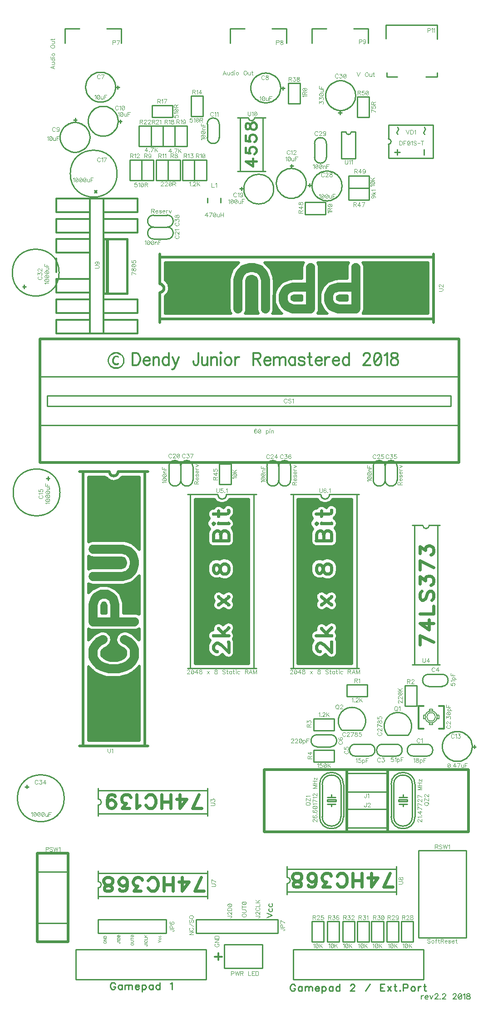
<source format=gto>
G04 DipTrace 3.3.1.3*
G04 top_silk_dendy_junior_MG-02_rev_2.2.gto*
%MOMM*%
G04 #@! TF.FileFunction,Legend,Top*
G04 #@! TF.Part,Single*
%ADD10C,0.25*%
%ADD12C,0.0762*%
%ADD14C,0.3*%
%ADD16C,0.5*%
%ADD21C,0.35*%
%ADD22C,0.381*%
%ADD24C,0.2*%
%ADD50C,1.6667*%
%ADD51C,0.8333*%
%ADD53C,0.6111*%
%ADD54C,0.3056*%
%ADD120C,0.11765*%
%ADD121C,0.27778*%
%ADD123C,0.35294*%
%ADD124C,0.15686*%
%ADD126C,0.33333*%
%ADD127C,0.07843*%
%ADD129C,0.55556*%
%ADD130C,0.44444*%
%FSLAX35Y35*%
G04*
G71*
G90*
G75*
G01*
G04 TopSilk*
%LPD*%
X8890446Y6159922D2*
D10*
X8636414D1*
X8890446Y5937672D2*
X8636414D1*
Y6159922D2*
G03X8636414Y5937672I16J-111125D01*
G01*
X8890446D2*
G03X8890446Y6159922I-16J111125D01*
G01*
X8827197Y6874361D2*
D14*
X8731937D1*
Y6445634D1*
X8827197D1*
X9112977D2*
X9208237D1*
Y6874361D1*
X9112977D1*
X8970087Y6779059D2*
D24*
G02X8970087Y6779059I0J-111113D01*
G01*
X8938317Y6810856D2*
X9001856D1*
Y6779059D1*
X8938317D1*
Y6810856D1*
X9081255Y6699655D2*
X9112977D1*
Y6636062D1*
X9081255D1*
Y6699655D1*
X8938317Y6556834D2*
X9001856D1*
Y6525037D1*
X8938317D1*
Y6556834D1*
X8827197Y6699655D2*
X8858918D1*
Y6636062D1*
X8827197D1*
Y6699655D1*
X8970087Y6747263D2*
G02X8970087Y6747263I0J-79360D01*
G01*
X8064854Y5937672D2*
D10*
X8318886D1*
X8064854Y6159922D2*
X8318886D1*
Y5937672D2*
G03X8318886Y6159922I-16J111125D01*
G01*
X8064854D2*
G03X8064854Y5937672I16J-111125D01*
G01*
X9176226Y7461792D2*
X8922194D1*
X9176226Y7239542D2*
X8922194D1*
Y7461792D2*
G03X8922194Y7239542I16J-111125D01*
G01*
X9176226D2*
G03X9176226Y7461792I-16J111125D01*
G01*
X7557321Y5937655D2*
X7811353D1*
X7557321Y6159905D2*
X7811353D1*
Y5937655D2*
G03X7811353Y6159905I-16J111125D01*
G01*
X7557321D2*
G03X7557321Y5937655I16J-111125D01*
G01*
X6842611Y6112575D2*
X7096643D1*
X6842611Y6334825D2*
X7096643D1*
Y6112575D2*
G03X7096643Y6334825I-16J111125D01*
G01*
X6842611D2*
G03X6842611Y6112575I16J-111125D01*
G01*
X3123952Y18430822D2*
Y18370814D1*
X3153993Y18400818D2*
X3094037D1*
X2524200Y18408763D2*
X2524877Y18428142D1*
X2526904Y18447427D1*
X2530271Y18466524D1*
X2534962Y18485339D1*
X2540954Y18503781D1*
X2548217Y18521760D1*
X2556717Y18539188D1*
X2566413Y18555981D1*
X2577255Y18572057D1*
X2589193Y18587337D1*
X2602168Y18601748D1*
X2616116Y18615218D1*
X2630970Y18627682D1*
X2646657Y18639080D1*
X2663101Y18649355D1*
X2680222Y18658459D1*
X2697935Y18666346D1*
X2716156Y18672978D1*
X2734795Y18678323D1*
X2753762Y18682354D1*
X2772964Y18685053D1*
X2792307Y18686406D1*
X2811697D1*
X2831040Y18685053D1*
X2850242Y18682354D1*
X2869208Y18678323D1*
X2887847Y18672978D1*
X2906068Y18666346D1*
X2923782Y18658459D1*
X2940903Y18649355D1*
X2957347Y18639080D1*
X2973034Y18627682D1*
X2987888Y18615218D1*
X3001836Y18601748D1*
X3014810Y18587337D1*
X3026748Y18572057D1*
X3037591Y18555981D1*
X3047286Y18539188D1*
X3055786Y18521760D1*
X3063050Y18503781D1*
X3069042Y18485339D1*
X3073733Y18466524D1*
X3077100Y18447427D1*
X3079127Y18428142D1*
X3079804Y18408763D1*
X3079127Y18389384D1*
X3077100Y18370099D1*
X3073733Y18351003D1*
X3069042Y18332188D1*
X3063050Y18313746D1*
X3055786Y18295767D1*
X3047286Y18278339D1*
X3037591Y18261546D1*
X3026748Y18245470D1*
X3014810Y18230189D1*
X3001836Y18215779D1*
X2987888Y18202309D1*
X2973034Y18189845D1*
X2957347Y18178447D1*
X2940903Y18168171D1*
X2923782Y18159068D1*
X2906068Y18151181D1*
X2887847Y18144549D1*
X2869208Y18139204D1*
X2850242Y18135172D1*
X2831040Y18132474D1*
X2811697Y18131121D1*
X2792307D1*
X2772964Y18132474D1*
X2753762Y18135172D1*
X2734795Y18139204D1*
X2716156Y18144549D1*
X2697935Y18151181D1*
X2680222Y18159068D1*
X2663101Y18168171D1*
X2646657Y18178447D1*
X2630970Y18189845D1*
X2616116Y18202309D1*
X2602168Y18215779D1*
X2589193Y18230189D1*
X2577255Y18245470D1*
X2566413Y18261546D1*
X2556717Y18278339D1*
X2548217Y18295767D1*
X2540954Y18313746D1*
X2534962Y18332188D1*
X2530271Y18351003D1*
X2526904Y18370099D1*
X2524877Y18389384D1*
X2524200Y18408763D1*
X6204026Y18414945D2*
Y18354938D1*
X6234067Y18384941D2*
X6174110D1*
X5604273Y18392887D2*
X5604950Y18412266D1*
X5606977Y18431551D1*
X5610344Y18450647D1*
X5615035Y18469462D1*
X5621027Y18487904D1*
X5628291Y18505883D1*
X5636791Y18523311D1*
X5646486Y18540104D1*
X5657329Y18556180D1*
X5669267Y18571461D1*
X5682241Y18585871D1*
X5696189Y18599341D1*
X5711043Y18611805D1*
X5726730Y18623203D1*
X5743174Y18633479D1*
X5760295Y18642582D1*
X5778009Y18650469D1*
X5796230Y18657101D1*
X5814869Y18662446D1*
X5833835Y18666478D1*
X5853037Y18669176D1*
X5872380Y18670529D1*
X5891770D1*
X5911113Y18669176D1*
X5930315Y18666478D1*
X5949282Y18662446D1*
X5967921Y18657101D1*
X5986142Y18650469D1*
X6003855Y18642582D1*
X6020976Y18633479D1*
X6037420Y18623203D1*
X6053107Y18611805D1*
X6067961Y18599341D1*
X6081909Y18585871D1*
X6094884Y18571461D1*
X6106822Y18556180D1*
X6117664Y18540104D1*
X6127360Y18523311D1*
X6135860Y18505883D1*
X6143124Y18487904D1*
X6149115Y18469462D1*
X6153806Y18450647D1*
X6157173Y18431551D1*
X6159200Y18412266D1*
X6159877Y18392887D1*
X6159200Y18373508D1*
X6157173Y18354223D1*
X6153806Y18335126D1*
X6149115Y18316311D1*
X6143124Y18297869D1*
X6135860Y18279890D1*
X6127360Y18262462D1*
X6117664Y18245669D1*
X6106822Y18229593D1*
X6094884Y18214313D1*
X6081909Y18199902D1*
X6067961Y18186432D1*
X6053107Y18173968D1*
X6037420Y18162570D1*
X6020976Y18152295D1*
X6003855Y18143191D1*
X5986142Y18135304D1*
X5967921Y18128672D1*
X5949282Y18123327D1*
X5930315Y18119296D1*
X5911113Y18116597D1*
X5891770Y18115244D1*
X5872380D1*
X5853037Y18116597D1*
X5833835Y18119296D1*
X5814869Y18123327D1*
X5796230Y18128672D1*
X5778009Y18135304D1*
X5760295Y18143191D1*
X5743174Y18152295D1*
X5726730Y18162570D1*
X5711043Y18173968D1*
X5696189Y18186432D1*
X5682241Y18199902D1*
X5669267Y18214313D1*
X5657329Y18229593D1*
X5646486Y18245669D1*
X5636791Y18262462D1*
X5628291Y18279890D1*
X5621027Y18297869D1*
X5615035Y18316311D1*
X5610344Y18335126D1*
X5606977Y18354223D1*
X5604950Y18373508D1*
X5604273Y18392887D1*
X2303645Y17793992D2*
X2363652D1*
X2333649Y17824033D2*
Y17764077D1*
X2047892Y17472042D2*
X2048568Y17491420D1*
X2050595Y17510704D1*
X2053963Y17529800D1*
X2058654Y17548614D1*
X2064646Y17567056D1*
X2071910Y17585034D1*
X2080410Y17602462D1*
X2090106Y17619254D1*
X2100949Y17635330D1*
X2112887Y17650609D1*
X2125862Y17665019D1*
X2139811Y17678489D1*
X2154665Y17690953D1*
X2170353Y17702350D1*
X2186797Y17712625D1*
X2203919Y17721728D1*
X2221633Y17729615D1*
X2239855Y17736247D1*
X2258495Y17741592D1*
X2277462Y17745623D1*
X2296664Y17748322D1*
X2316008Y17749674D1*
X2335399D1*
X2354743Y17748322D1*
X2373945Y17745623D1*
X2392912Y17741592D1*
X2411552Y17736247D1*
X2429773Y17729615D1*
X2447488Y17721728D1*
X2464609Y17712625D1*
X2481054Y17702350D1*
X2496741Y17690953D1*
X2511596Y17678489D1*
X2525544Y17665019D1*
X2538519Y17650609D1*
X2550458Y17635330D1*
X2561301Y17619254D1*
X2570996Y17602462D1*
X2579497Y17585034D1*
X2586761Y17567056D1*
X2592753Y17548614D1*
X2597444Y17529800D1*
X2600811Y17510704D1*
X2602838Y17491420D1*
X2603515Y17472042D1*
X2602838Y17452663D1*
X2600811Y17433379D1*
X2597444Y17414284D1*
X2592753Y17395469D1*
X2586761Y17377028D1*
X2579497Y17359050D1*
X2570996Y17341622D1*
X2561301Y17324829D1*
X2550458Y17308754D1*
X2538519Y17293474D1*
X2525544Y17279064D1*
X2511596Y17265595D1*
X2496741Y17253131D1*
X2481054Y17241734D1*
X2464609Y17231458D1*
X2447488Y17222355D1*
X2429773Y17214468D1*
X2411552Y17207837D1*
X2392912Y17202492D1*
X2373945Y17198460D1*
X2354743Y17195762D1*
X2335399Y17194409D1*
X2316008D1*
X2296664Y17195762D1*
X2277462Y17198460D1*
X2258495Y17202492D1*
X2239855Y17207837D1*
X2221633Y17214468D1*
X2203919Y17222355D1*
X2186797Y17231458D1*
X2170353Y17241734D1*
X2154665Y17253131D1*
X2139811Y17265595D1*
X2125862Y17279064D1*
X2112887Y17293474D1*
X2100949Y17308754D1*
X2090106Y17324829D1*
X2080410Y17341622D1*
X2071910Y17359050D1*
X2064646Y17377028D1*
X2058654Y17395469D1*
X2053963Y17414284D1*
X2050595Y17433379D1*
X2048568Y17452663D1*
X2047892Y17472042D1*
X3171582Y17795755D2*
Y17735748D1*
X3201623Y17765751D2*
X3141667D1*
X2571830Y17773697D2*
X2572507Y17793076D1*
X2574534Y17812361D1*
X2577901Y17831457D1*
X2582592Y17850272D1*
X2588584Y17868714D1*
X2595847Y17886693D1*
X2604347Y17904121D1*
X2614043Y17920914D1*
X2624885Y17936990D1*
X2636823Y17952271D1*
X2649798Y17966681D1*
X2663746Y17980151D1*
X2678600Y17992615D1*
X2694287Y18004013D1*
X2710731Y18014289D1*
X2727852Y18023392D1*
X2745565Y18031279D1*
X2763786Y18037911D1*
X2782425Y18043256D1*
X2801392Y18047288D1*
X2820594Y18049986D1*
X2839937Y18051339D1*
X2859327D1*
X2878670Y18049986D1*
X2897872Y18047288D1*
X2916838Y18043256D1*
X2935477Y18037911D1*
X2953698Y18031279D1*
X2971412Y18023392D1*
X2988533Y18014289D1*
X3004977Y18004013D1*
X3020664Y17992615D1*
X3035518Y17980151D1*
X3049466Y17966681D1*
X3062440Y17952271D1*
X3074378Y17936990D1*
X3085221Y17920914D1*
X3094916Y17904121D1*
X3103416Y17886693D1*
X3110680Y17868714D1*
X3116672Y17850272D1*
X3121363Y17831457D1*
X3124730Y17812361D1*
X3126757Y17793076D1*
X3127434Y17773697D1*
X3126757Y17754318D1*
X3124730Y17735033D1*
X3121363Y17715936D1*
X3116672Y17697121D1*
X3110680Y17678679D1*
X3103416Y17660700D1*
X3094916Y17643272D1*
X3085221Y17626479D1*
X3074378Y17610403D1*
X3062440Y17595123D1*
X3049466Y17580712D1*
X3035518Y17567242D1*
X3020664Y17554778D1*
X3004977Y17543380D1*
X2988533Y17533105D1*
X2971412Y17524001D1*
X2953698Y17516114D1*
X2935477Y17509482D1*
X2916838Y17504137D1*
X2897872Y17500106D1*
X2878670Y17497407D1*
X2859327Y17496054D1*
X2839937D1*
X2820594Y17497407D1*
X2801392Y17500106D1*
X2782425Y17504137D1*
X2763786Y17509482D1*
X2745565Y17516114D1*
X2727852Y17524001D1*
X2710731Y17533105D1*
X2694287Y17543380D1*
X2678600Y17554778D1*
X2663746Y17567242D1*
X2649798Y17580712D1*
X2636823Y17595123D1*
X2624885Y17610403D1*
X2614043Y17626479D1*
X2604347Y17643272D1*
X2595847Y17660700D1*
X2588584Y17678679D1*
X2582592Y17697121D1*
X2577901Y17715936D1*
X2574534Y17735033D1*
X2572507Y17754318D1*
X2571830Y17773697D1*
X5016785Y17464361D2*
Y17718393D1*
X4794535Y17464361D2*
Y17718393D1*
X5016785D2*
G03X4794535Y17718393I-111125J-16D01*
G01*
Y17464361D2*
G03X5016785Y17464361I111125J16D01*
G01*
X6336318Y16936652D2*
X6396326D1*
X6366322Y16966693D2*
Y16906737D1*
X6080565Y16614702D2*
X6081242Y16634080D1*
X6083269Y16653364D1*
X6086636Y16672460D1*
X6091327Y16691274D1*
X6097319Y16709716D1*
X6104583Y16727694D1*
X6113084Y16745122D1*
X6122779Y16761914D1*
X6133622Y16777990D1*
X6145561Y16793269D1*
X6158536Y16807679D1*
X6172484Y16821149D1*
X6187339Y16833613D1*
X6203026Y16845010D1*
X6219471Y16855285D1*
X6236592Y16864388D1*
X6254307Y16872275D1*
X6272528Y16878907D1*
X6291168Y16884252D1*
X6310135Y16888283D1*
X6329337Y16890982D1*
X6348681Y16892334D1*
X6368072D1*
X6387416Y16890982D1*
X6406618Y16888283D1*
X6425585Y16884252D1*
X6444225Y16878907D1*
X6462447Y16872275D1*
X6480161Y16864388D1*
X6497283Y16855285D1*
X6513727Y16845010D1*
X6529415Y16833613D1*
X6544269Y16821149D1*
X6558218Y16807679D1*
X6571193Y16793269D1*
X6583131Y16777990D1*
X6593974Y16761914D1*
X6603670Y16745122D1*
X6612170Y16727694D1*
X6619434Y16709716D1*
X6625426Y16691274D1*
X6630117Y16672460D1*
X6633485Y16653364D1*
X6635512Y16634080D1*
X6636188Y16614702D1*
X6635512Y16595323D1*
X6633485Y16576039D1*
X6630117Y16556944D1*
X6625426Y16538129D1*
X6619434Y16519688D1*
X6612170Y16501710D1*
X6603670Y16484282D1*
X6593974Y16467489D1*
X6583131Y16451414D1*
X6571193Y16436134D1*
X6558218Y16421724D1*
X6544269Y16408255D1*
X6529415Y16395791D1*
X6513727Y16384394D1*
X6497283Y16374118D1*
X6480161Y16365015D1*
X6462447Y16357128D1*
X6444225Y16350497D1*
X6425585Y16345152D1*
X6406618Y16341120D1*
X6387416Y16338422D1*
X6368072Y16337069D1*
X6348681D1*
X6329337Y16338422D1*
X6310135Y16341120D1*
X6291168Y16345152D1*
X6272528Y16350497D1*
X6254307Y16357128D1*
X6236592Y16365015D1*
X6219471Y16374118D1*
X6203026Y16384394D1*
X6187339Y16395791D1*
X6172484Y16408255D1*
X6158536Y16421724D1*
X6145561Y16436134D1*
X6133622Y16451414D1*
X6122779Y16467489D1*
X6113084Y16484282D1*
X6104583Y16501710D1*
X6097319Y16519688D1*
X6091327Y16538129D1*
X6086636Y16556944D1*
X6083269Y16576039D1*
X6081242Y16595323D1*
X6080565Y16614702D1*
X9776279Y6142282D2*
Y6082274D1*
X9806320Y6112278D2*
X9746364D1*
X9176527Y6120223D2*
X9177203Y6139602D1*
X9179230Y6158887D1*
X9182597Y6177984D1*
X9187288Y6196799D1*
X9193280Y6215241D1*
X9200544Y6233220D1*
X9209044Y6250648D1*
X9218739Y6267441D1*
X9229582Y6283517D1*
X9241520Y6298797D1*
X9254495Y6313208D1*
X9268443Y6326678D1*
X9283297Y6339142D1*
X9298984Y6350540D1*
X9315428Y6360815D1*
X9332548Y6369919D1*
X9350262Y6377806D1*
X9368483Y6384438D1*
X9387122Y6389783D1*
X9406089Y6393814D1*
X9425290Y6396513D1*
X9444633Y6397866D1*
X9464024D1*
X9483367Y6396513D1*
X9502568Y6393814D1*
X9521535Y6389783D1*
X9540174Y6384438D1*
X9558395Y6377806D1*
X9576109Y6369919D1*
X9593229Y6360815D1*
X9609673Y6350540D1*
X9625360Y6339142D1*
X9640214Y6326678D1*
X9654162Y6313208D1*
X9667137Y6298797D1*
X9679075Y6283517D1*
X9689918Y6267441D1*
X9699613Y6250648D1*
X9708113Y6233220D1*
X9715377Y6215241D1*
X9721369Y6196799D1*
X9726060Y6177984D1*
X9729427Y6158887D1*
X9731454Y6139602D1*
X9732130Y6120223D1*
X9731454Y6100844D1*
X9729427Y6081559D1*
X9726060Y6062463D1*
X9721369Y6043648D1*
X9715377Y6025206D1*
X9708113Y6007227D1*
X9699613Y5989799D1*
X9689918Y5973006D1*
X9679075Y5956930D1*
X9667137Y5941649D1*
X9654162Y5927239D1*
X9640214Y5913769D1*
X9625360Y5901305D1*
X9609673Y5889907D1*
X9593229Y5879631D1*
X9576109Y5870528D1*
X9558395Y5862641D1*
X9540174Y5856009D1*
X9521535Y5850664D1*
X9502568Y5846632D1*
X9483367Y5843934D1*
X9464024Y5842581D1*
X9444633D1*
X9425290Y5843934D1*
X9406089Y5846632D1*
X9387122Y5850664D1*
X9368483Y5856009D1*
X9350262Y5862641D1*
X9332548Y5870528D1*
X9315428Y5879631D1*
X9298984Y5889907D1*
X9283297Y5901305D1*
X9268443Y5913769D1*
X9254495Y5927239D1*
X9241520Y5941649D1*
X9229582Y5956930D1*
X9218739Y5973006D1*
X9209044Y5989799D1*
X9200544Y6007227D1*
X9193280Y6025206D1*
X9187288Y6043648D1*
X9182597Y6062463D1*
X9179230Y6081559D1*
X9177203Y6100844D1*
X9176527Y6120223D1*
X1795594Y11113061D2*
X1855578D1*
X1825629Y11143009D2*
Y11083026D1*
X1174713Y10851473D2*
G02X1174713Y10851473I436563J0D01*
G01*
X2731321Y16477034D2*
X2688887Y16434600D1*
X2731234D2*
X2688800Y16477034D1*
X2240102Y16792320D2*
G02X2240102Y16792320I436562J0D01*
G01*
X5433197Y16481503D2*
Y16541508D1*
X5403155Y16511505D2*
X5463112D1*
X5477346Y16503560D2*
G02X5477346Y16503560I277806J0D01*
G01*
X4080085Y11335453D2*
Y11081421D1*
X4302335Y11335453D2*
Y11081421D1*
X4080085D2*
G03X4302335Y11081421I111125J16D01*
G01*
Y11335453D2*
G03X4080085Y11335453I-111125J-16D01*
G01*
X3794551Y15574792D2*
X4048583D1*
X3794551Y15797042D2*
X4048583D1*
Y15574792D2*
G03X4048583Y15797042I-16J111125D01*
G01*
X3794551D2*
G03X3794551Y15574792I16J-111125D01*
G01*
X5905902Y11335453D2*
Y11081421D1*
X6128152Y11335453D2*
Y11081421D1*
X5905902D2*
G03X6128152Y11081421I111125J16D01*
G01*
Y11335453D2*
G03X5905902Y11335453I-111125J-16D01*
G01*
X7890485D2*
Y11081421D1*
X8112735Y11335453D2*
Y11081421D1*
X7890485D2*
G03X8112735Y11081421I111125J16D01*
G01*
Y11335453D2*
G03X7890485Y11335453I-111125J-16D01*
G01*
X6703241Y16545015D2*
Y16605022D1*
X6673200Y16575019D2*
X6733156D1*
X6747390Y16567073D2*
X6748066Y16586452D1*
X6750093Y16605737D1*
X6753460Y16624834D1*
X6758151Y16643649D1*
X6764143Y16662091D1*
X6771407Y16680070D1*
X6779907Y16697498D1*
X6789602Y16714291D1*
X6800445Y16730367D1*
X6812383Y16745647D1*
X6825358Y16760058D1*
X6839306Y16773528D1*
X6854160Y16785992D1*
X6869847Y16797390D1*
X6886291Y16807665D1*
X6903411Y16816769D1*
X6921125Y16824656D1*
X6939346Y16831288D1*
X6957985Y16836633D1*
X6976952Y16840664D1*
X6996153Y16843363D1*
X7015496Y16844716D1*
X7034887D1*
X7054230Y16843363D1*
X7073431Y16840664D1*
X7092398Y16836633D1*
X7111037Y16831288D1*
X7129258Y16824656D1*
X7146972Y16816769D1*
X7164092Y16807665D1*
X7180536Y16797390D1*
X7196223Y16785992D1*
X7211077Y16773528D1*
X7225025Y16760058D1*
X7238000Y16745647D1*
X7249938Y16730367D1*
X7260781Y16714291D1*
X7270476Y16697498D1*
X7278976Y16680070D1*
X7286240Y16662091D1*
X7292232Y16643649D1*
X7296923Y16624834D1*
X7300290Y16605737D1*
X7302317Y16586452D1*
X7302993Y16567073D1*
X7302317Y16547694D1*
X7300290Y16528409D1*
X7296923Y16509313D1*
X7292232Y16490498D1*
X7286240Y16472056D1*
X7278976Y16454077D1*
X7270476Y16436649D1*
X7260781Y16419856D1*
X7249938Y16403780D1*
X7238000Y16388499D1*
X7225025Y16374089D1*
X7211077Y16360619D1*
X7196223Y16348155D1*
X7180536Y16336757D1*
X7164092Y16326481D1*
X7146972Y16317378D1*
X7129258Y16309491D1*
X7111037Y16302859D1*
X7092398Y16297514D1*
X7073431Y16293482D1*
X7054230Y16290784D1*
X7034887Y16289431D1*
X7015496D1*
X6996153Y16290784D1*
X6976952Y16293482D1*
X6957985Y16297514D1*
X6939346Y16302859D1*
X6921125Y16309491D1*
X6903411Y16317378D1*
X6886291Y16326481D1*
X6869847Y16336757D1*
X6854160Y16348155D1*
X6839306Y16360619D1*
X6825358Y16374089D1*
X6812383Y16388499D1*
X6800445Y16403780D1*
X6789602Y16419856D1*
X6779907Y16436649D1*
X6771407Y16454077D1*
X6764143Y16472056D1*
X6758151Y16490498D1*
X6753460Y16509313D1*
X6750093Y16528409D1*
X6748066Y16547694D1*
X6747390Y16567073D1*
X6794995Y17352709D2*
Y17098677D1*
X7017245Y17352709D2*
Y17098677D1*
X6794995D2*
G03X7017245Y17098677I111125J16D01*
G01*
Y17352709D2*
G03X6794995Y17352709I-111125J-16D01*
G01*
X7301288Y17928058D2*
X7241281D1*
X7271285Y17898017D2*
Y17957973D1*
X7001418Y18250008D2*
X7002095Y18269387D1*
X7004122Y18288671D1*
X7007489Y18307766D1*
X7012180Y18326581D1*
X7018172Y18345022D1*
X7025436Y18363000D1*
X7033937Y18380428D1*
X7043632Y18397221D1*
X7054476Y18413296D1*
X7066414Y18428576D1*
X7079389Y18442986D1*
X7093338Y18456455D1*
X7108192Y18468919D1*
X7123880Y18480316D1*
X7140324Y18490592D1*
X7157445Y18499695D1*
X7175160Y18507582D1*
X7193381Y18514213D1*
X7212021Y18519558D1*
X7230989Y18523590D1*
X7250191Y18526288D1*
X7269535Y18527641D1*
X7288925D1*
X7308269Y18526288D1*
X7327471Y18523590D1*
X7346439Y18519558D1*
X7365079Y18514213D1*
X7383300Y18507582D1*
X7401015Y18499695D1*
X7418136Y18490592D1*
X7434580Y18480316D1*
X7450268Y18468919D1*
X7465122Y18456455D1*
X7479071Y18442986D1*
X7492046Y18428576D1*
X7503984Y18413296D1*
X7514828Y18397221D1*
X7524523Y18380428D1*
X7533024Y18363000D1*
X7540288Y18345022D1*
X7546280Y18326581D1*
X7550971Y18307766D1*
X7554338Y18288671D1*
X7556365Y18269387D1*
X7557042Y18250008D1*
X7556365Y18230630D1*
X7554338Y18211346D1*
X7550971Y18192250D1*
X7546280Y18173436D1*
X7540288Y18154994D1*
X7533024Y18137016D1*
X7524523Y18119588D1*
X7514828Y18102796D1*
X7503984Y18086720D1*
X7492046Y18071441D1*
X7479071Y18057031D1*
X7465122Y18043561D1*
X7450268Y18031097D1*
X7434580Y18019700D1*
X7418136Y18009425D1*
X7401015Y18000322D1*
X7383300Y17992435D1*
X7365079Y17985803D1*
X7346439Y17980458D1*
X7327471Y17976427D1*
X7308269Y17973728D1*
X7288925Y17972376D1*
X7269535D1*
X7250191Y17973728D1*
X7230989Y17976427D1*
X7212021Y17980458D1*
X7193381Y17985803D1*
X7175160Y17992435D1*
X7157445Y18000322D1*
X7140324Y18009425D1*
X7123880Y18019700D1*
X7108192Y18031097D1*
X7093338Y18043561D1*
X7079389Y18057031D1*
X7066414Y18071441D1*
X7054476Y18086720D1*
X7043632Y18102796D1*
X7033937Y18119588D1*
X7025436Y18137016D1*
X7018172Y18154994D1*
X7012180Y18173436D1*
X7007489Y18192250D1*
X7004122Y18211346D1*
X7002095Y18230630D1*
X7001418Y18250008D1*
X1411060Y14686089D2*
X1351076D1*
X1381024Y14656141D2*
Y14716124D1*
X1158813Y14947677D2*
G02X1158813Y14947677I436563J0D01*
G01*
X1429072Y5336064D2*
Y5396048D1*
X1399124Y5366099D2*
X1459108D1*
X1254098Y5151747D2*
G02X1254098Y5151747I436562J0D01*
G01*
X8112758Y11335453D2*
Y11081421D1*
X8335008Y11335453D2*
Y11081421D1*
X8112758D2*
G03X8335008Y11081421I111125J16D01*
G01*
Y11335453D2*
G03X8112758Y11335453I-111125J-16D01*
G01*
X6128175D2*
Y11081421D1*
X6350425Y11335453D2*
Y11081421D1*
X6128175D2*
G03X6350425Y11081421I111125J16D01*
G01*
Y11335453D2*
G03X6128175Y11335453I-111125J-16D01*
G01*
X4302358D2*
Y11081421D1*
X4524608Y11335453D2*
Y11081421D1*
X4302358D2*
G03X4524608Y11081421I111125J16D01*
G01*
Y11335453D2*
G03X4302358Y11335453I-111125J-16D01*
G01*
X3794551Y15797065D2*
X4048583D1*
X3794551Y16019315D2*
X4048583D1*
Y15797065D2*
G03X4048583Y16019315I-16J111125D01*
G01*
X3794551D2*
G03X3794551Y15797065I16J-111125D01*
G01*
X1810285Y12653508D2*
X9334140D1*
Y12462912D1*
X1810285D1*
Y12653508D1*
X1675163Y13010758D2*
X9485663D1*
Y12105662D1*
X1675163D1*
Y13010758D1*
Y13709147D2*
D16*
X9485663D1*
Y11407273D1*
X1675163D1*
Y13709147D1*
X7398310Y5270842D2*
D10*
Y5620092D1*
X8160310D1*
Y5270842D2*
Y5620092D1*
X7398310Y5270842D2*
X8160310D1*
X7398310Y4604022D2*
Y4953272D1*
X8160310D1*
Y4604022D2*
Y4953272D1*
X7398310Y4604022D2*
X8160310D1*
X2345930Y2332955D2*
X4774803D1*
Y1777298D1*
X2345930D1*
Y2332955D1*
X6396090D2*
X8824963D1*
Y1777298D1*
X6396090D1*
Y2332955D1*
X4032323Y2635310D2*
Y2889310D1*
X2762323Y2635310D2*
X4032323D1*
X2762323Y2889310D2*
X4032323D1*
X2762323Y2635310D2*
Y2889310D1*
X4588140Y2635310D2*
X6112140D1*
X4588140Y2889310D2*
X6112140D1*
X4588140Y2635310D2*
Y2889310D1*
X6112140Y2635310D2*
Y2889310D1*
X5046547Y16256251D2*
Y16336221D1*
X4796527Y16256251D2*
Y16336221D1*
X2143268Y19223806D2*
Y19493723D1*
X2143142Y19493562D2*
X2413160Y19493723D1*
X2921192D2*
X3190958Y19493562D1*
X3191084Y19493723D2*
Y19223806D1*
X5223341D2*
Y19493723D1*
X5223215Y19493562D2*
X5493233Y19493723D1*
X6001265D2*
X6271031Y19493562D1*
X6271157Y19493723D2*
Y19223806D1*
X6747501D2*
Y19493723D1*
X6747375Y19493562D2*
X7017393Y19493723D1*
X7525425D2*
X7795191Y19493562D1*
X7795317Y19493723D2*
Y19223806D1*
X8127298Y19566134D2*
X9079709D1*
Y18597698D2*
Y18677084D1*
Y18597698D2*
X8873397D1*
X8333609D2*
X8143103D1*
Y18677084D1*
X8127298Y19312174D2*
Y19566134D1*
X9079709Y19296246D2*
Y19566134D1*
X1627197Y3780273D2*
X2198697D1*
X1627197Y2827647D2*
X2198697D1*
X1627197Y4129460D2*
D16*
X2198697D1*
Y2478460D1*
X1627197D1*
Y4129460D1*
X8158807Y6326588D2*
D10*
G02X8542959Y6326588I192076J169086D01*
G01*
X8158807D1*
X7301467Y6421848D2*
G02X7685619Y6421848I192076J169086D01*
G01*
X7301467D1*
X6890267Y5410554D2*
Y4807259D1*
X7334767Y5410554D2*
Y4807259D1*
X6937873Y5410554D2*
Y4807259D1*
X7287161D2*
Y5410554D1*
X7188748Y5045413D2*
X7112517D1*
X7036285D1*
X7188748Y5172400D2*
X7112517D1*
X7036285D1*
X7112517Y5045413D2*
Y4997740D1*
Y5172400D2*
Y5220073D1*
X7334767Y5410554D2*
G03X6890267Y5410554I-222250J-22D01*
G01*
Y4807259D2*
G03X7334767Y4807259I222250J22D01*
G01*
X7287161Y5410554D2*
G03X6937873Y5410554I-174644J-89D01*
G01*
Y4807259D2*
G03X7287161Y4807259I174644J89D01*
G01*
X7191904Y5124832D2*
X7033129D1*
Y5092981D1*
X7191904D1*
Y5124832D1*
X8223907Y5410554D2*
Y4807259D1*
X8668407Y5410554D2*
Y4807259D1*
X8271513Y5410554D2*
Y4807259D1*
X8620801D2*
Y5410554D1*
X8522388Y5045413D2*
X8446157D1*
X8369925D1*
X8522388Y5172400D2*
X8446157D1*
X8369925D1*
X8446157Y5045413D2*
Y4997740D1*
Y5172400D2*
Y5220073D1*
X8668407Y5410554D2*
G03X8223907Y5410554I-222250J-22D01*
G01*
Y4807259D2*
G03X8668407Y4807259I222250J22D01*
G01*
X8620801Y5410554D2*
G03X8271513Y5410554I-174644J-89D01*
G01*
Y4807259D2*
G03X8620801Y4807259I174644J89D01*
G01*
X8525544Y5124832D2*
X8366769D1*
Y5092981D1*
X8525544D1*
Y5124832D1*
X7398057Y7271272D2*
X7779057D1*
Y7049022D1*
X7398057D1*
Y7271272D1*
X8477922Y6874127D2*
X8700172D1*
Y7255127D1*
X8477922D1*
Y6874127D1*
X7160127Y6413712D2*
X6779127D1*
Y6635962D1*
X7160127D1*
Y6413712D1*
X6779127Y6049045D2*
X7160127D1*
Y5826795D1*
X6779127D1*
Y6049045D1*
X4286718Y17051290D2*
X4064468D1*
Y16670290D1*
X4286718D1*
Y17051290D1*
X3794282Y17051550D2*
X3572032D1*
Y16670550D1*
X3794282D1*
Y17051550D1*
X4778895Y17051290D2*
X4556645D1*
Y16670290D1*
X4778895D1*
Y17051290D1*
X4064185Y17051550D2*
X3841935D1*
Y16670550D1*
X4064185D1*
Y17051550D1*
X3572268Y17051290D2*
X3350018D1*
Y16670290D1*
X3572268D1*
Y17051290D1*
X4556622Y17051810D2*
X4334372D1*
Y16670810D1*
X4556622D1*
Y17051810D1*
X4492878Y17860780D2*
X4715128D1*
Y18241780D1*
X4492878D1*
Y17860780D1*
X3762300Y18067405D2*
X4143300D1*
Y17845155D1*
X3762300D1*
Y18067405D1*
X4191198Y17686617D2*
X3968948D1*
Y17305617D1*
X4191198D1*
Y17686617D1*
X4413472D2*
X4191222D1*
Y17305617D1*
X4413472D1*
Y17686617D1*
X3968925D2*
X3746675D1*
Y17305617D1*
X3968925D1*
Y17686617D1*
X3746652D2*
X3524402D1*
Y17305617D1*
X3746652D1*
Y17686617D1*
X6747365Y2476290D2*
X6969615D1*
Y2857290D1*
X6747365D1*
Y2476290D1*
X8414415D2*
X8636665D1*
Y2857290D1*
X8414415D1*
Y2476290D1*
X8144512D2*
X8366762D1*
Y2857290D1*
X8144512D1*
Y2476290D1*
X7858732D2*
X8080982D1*
Y2857290D1*
X7858732D1*
Y2476290D1*
X7588828D2*
X7811078D1*
Y2857290D1*
X7588828D1*
Y2476290D1*
X7318925D2*
X7541175D1*
Y2857290D1*
X7318925D1*
Y2476290D1*
X7033145D2*
X7255395D1*
Y2857290D1*
X7033145D1*
Y2476290D1*
X6525068Y18480450D2*
X6302818D1*
Y18099450D1*
X6525068D1*
Y18480450D1*
X5239058Y11383580D2*
X5016808D1*
Y11002580D1*
X5239058D1*
Y11383580D1*
X7810810Y16305118D2*
X7429810D1*
Y16527368D1*
X7810810D1*
Y16305118D1*
X6620100Y16257465D2*
X7001100D1*
Y16035215D1*
X6620100D1*
Y16257465D1*
X7811330Y16527392D2*
X7430330D1*
Y16749642D1*
X7811330D1*
Y16527392D1*
X7811078Y18226423D2*
X7588828D1*
Y17845423D1*
X7811078D1*
Y18226423D1*
X8731957Y4175188D2*
X9620957D1*
Y2555938D1*
X8731957D1*
Y4175188D1*
X2476605Y11228467D2*
D16*
Y6128687D1*
X2413095D2*
X3692682D1*
X3629172Y11228467D2*
Y6128687D1*
X2413095Y11238687D2*
X2972792D1*
X3692682D2*
X3132985D1*
X2972792D2*
X2973857Y11226423D1*
X2976873Y11214159D1*
X2981662Y11202406D1*
X2988226Y11191675D1*
X2996387Y11182477D1*
X3005966Y11174301D1*
X3016610Y11167658D1*
X3028141Y11163059D1*
X3040382Y11159993D1*
X3052977Y11158971D1*
X3065395Y11159993D1*
X3077636Y11163059D1*
X3089167Y11167658D1*
X3099811Y11174301D1*
X3109390Y11182477D1*
X3117551Y11191675D1*
X3124115Y11202406D1*
X3128904Y11214159D1*
X3131920Y11226423D1*
X3132985Y11238687D1*
X2851096Y8108301D2*
D50*
X2778539Y8072020D1*
X2705273Y7998436D1*
X2669084Y7926385D1*
Y7780239D1*
X2705273Y7707166D1*
X2778539Y7634604D1*
X2851096Y7597812D1*
X2960552Y7561531D1*
X3143274D1*
X3252020Y7597812D1*
X3325286Y7634604D1*
X3397665Y7707166D1*
X3434742Y7780239D1*
Y7926385D1*
X3397665Y7998436D1*
X3325286Y8072020D1*
X3252020Y8108301D1*
X2809407D2*
D51*
X2809939Y8101658D1*
X2811358Y8095015D1*
X2813842Y8089394D1*
X2817390Y8083773D1*
X2821648Y8078663D1*
X2826615Y8074575D1*
X2832114Y8070998D1*
X2838146Y8068443D1*
X2844532Y8066910D1*
X2851096Y8066399D1*
X2857482Y8066910D1*
X2863869Y8068443D1*
X2869900Y8070998D1*
X2875577Y8074575D1*
X2880544Y8078663D1*
X2884802Y8083773D1*
X2888173Y8089394D1*
X2890656Y8095015D1*
X2892253Y8101658D1*
X2892785Y8108301D1*
X2892253Y8114433D1*
X2890656Y8121076D1*
X2888173Y8127208D1*
X2884802Y8132829D1*
X2880544Y8137428D1*
X2875577Y8142027D1*
X2869900Y8145093D1*
X2863869Y8147648D1*
X2857482Y8149181D1*
X2851096Y8149692D1*
X2844532Y8149181D1*
X2838146Y8147648D1*
X2832114Y8145093D1*
X2826615Y8142027D1*
X2821648Y8137428D1*
X2817390Y8132829D1*
X2813842Y8127208D1*
X2811358Y8121076D1*
X2809939Y8114433D1*
X2809407Y8108301D1*
X3210331D2*
X3210863Y8101658D1*
X3212282Y8095015D1*
X3214943Y8089394D1*
X3218314Y8083773D1*
X3222572Y8078663D1*
X3227539Y8074575D1*
X3233038Y8070998D1*
X3239070Y8068443D1*
X3245456Y8066910D1*
X3252020Y8066399D1*
X3258584Y8066910D1*
X3264793Y8068443D1*
X3270824Y8070998D1*
X3276501Y8074575D1*
X3281468Y8078663D1*
X3285726Y8083773D1*
X3289097Y8089394D1*
X3291580Y8095015D1*
X3293177Y8101658D1*
X3293709Y8108301D1*
X3293177Y8114433D1*
X3291580Y8121076D1*
X3289097Y8127208D1*
X3285726Y8132829D1*
X3281468Y8137428D1*
X3276501Y8142027D1*
X3270824Y8145093D1*
X3264793Y8147648D1*
X3258584Y8149181D1*
X3252020Y8149692D1*
X3245456Y8149181D1*
X3239070Y8147648D1*
X3233038Y8145093D1*
X3227539Y8142027D1*
X3222572Y8137428D1*
X3218314Y8132829D1*
X3214943Y8127208D1*
X3212282Y8121076D1*
X3210863Y8114433D1*
X3210331Y8108301D1*
X3070008Y8441473D2*
D50*
Y8770046D1*
X3033818Y8878378D1*
X2996741Y8915681D1*
X2924362Y8951962D1*
X2814906D1*
X2742350Y8915681D1*
X2705273Y8878378D1*
X2669084Y8770046D1*
Y8441473D1*
X3434742D1*
X3028319D2*
D51*
X3028851Y8434830D1*
X3030447Y8428698D1*
X3032931Y8422566D1*
X3036302Y8416945D1*
X3040559Y8411835D1*
X3045526Y8407747D1*
X3051203Y8404170D1*
X3057235Y8401615D1*
X3063444Y8400082D1*
X3070008Y8399571D1*
X3076571Y8400082D1*
X3082958Y8401615D1*
X3088989Y8404170D1*
X3094489Y8407747D1*
X3099456Y8411835D1*
X3103714Y8416945D1*
X3107262Y8422566D1*
X3109745Y8428698D1*
X3111164Y8434830D1*
X3111697Y8441473D1*
X3111164Y8448116D1*
X3109745Y8454248D1*
X3107262Y8460380D1*
X3103714Y8466001D1*
X3099456Y8471111D1*
X3094489Y8475199D1*
X3088989Y8478776D1*
X3082958Y8481331D1*
X3076571Y8482864D1*
X3070008Y8483375D1*
X3063444Y8482864D1*
X3057235Y8481331D1*
X3051203Y8478776D1*
X3045526Y8475199D1*
X3040559Y8471111D1*
X3036302Y8466001D1*
X3032931Y8460380D1*
X3030447Y8454248D1*
X3028851Y8448116D1*
X3028319Y8441473D1*
X3393053D2*
X3393585Y8434830D1*
X3395182Y8428698D1*
X3397665Y8422566D1*
X3401036Y8416945D1*
X3405294Y8411835D1*
X3410261Y8407747D1*
X3415938Y8404170D1*
X3421969Y8401615D1*
X3428178Y8400082D1*
X3434742Y8399571D1*
X3441306Y8400082D1*
X3447692Y8401615D1*
X3453724Y8404170D1*
X3459223Y8407747D1*
X3464190Y8411835D1*
X3468448Y8416945D1*
X3471819Y8422566D1*
X3474302Y8428698D1*
X3475899Y8434830D1*
X3476431Y8441473D1*
X3475899Y8448116D1*
X3474302Y8454248D1*
X3471819Y8460380D1*
X3468448Y8466001D1*
X3464190Y8471111D1*
X3459223Y8475199D1*
X3453724Y8478776D1*
X3447692Y8481331D1*
X3441306Y8482864D1*
X3434742Y8483375D1*
X3428178Y8482864D1*
X3421969Y8481331D1*
X3415938Y8478776D1*
X3410261Y8475199D1*
X3405294Y8471111D1*
X3401036Y8466001D1*
X3397665Y8460380D1*
X3395182Y8454248D1*
X3393585Y8448116D1*
X3393053Y8441473D1*
X2669084Y9285134D2*
D50*
X3215830D1*
X3325286Y9321415D1*
X3397665Y9394488D1*
X3434742Y9504353D1*
Y9576915D1*
X3397665Y9686269D1*
X3325286Y9759342D1*
X3215830Y9795623D1*
X2669084D1*
X2627395Y9285134D2*
D51*
X2627927Y9278491D1*
X2629523Y9272359D1*
X2632007Y9266227D1*
X2635378Y9260606D1*
X2639635Y9256007D1*
X2644602Y9251408D1*
X2650102Y9248342D1*
X2656311Y9245787D1*
X2662520Y9244254D1*
X2669084Y9243743D1*
X2675647Y9244254D1*
X2682034Y9245787D1*
X2688065Y9248342D1*
X2693565Y9251408D1*
X2698532Y9256007D1*
X2702790Y9260606D1*
X2706160Y9266227D1*
X2708821Y9272359D1*
X2710240Y9278491D1*
X2710773Y9285134D1*
X2710240Y9291777D1*
X2708821Y9297909D1*
X2706160Y9304041D1*
X2702790Y9309662D1*
X2698532Y9314772D1*
X2693565Y9318860D1*
X2688065Y9322437D1*
X2682034Y9324992D1*
X2675647Y9326525D1*
X2669084Y9327036D1*
X2662520Y9326525D1*
X2656311Y9324992D1*
X2650102Y9322437D1*
X2644602Y9318860D1*
X2639635Y9314772D1*
X2635378Y9309662D1*
X2632007Y9304041D1*
X2629523Y9297909D1*
X2627927Y9291777D1*
X2627395Y9285134D1*
Y9795623D2*
X2627927Y9788980D1*
X2629523Y9782848D1*
X2632007Y9776716D1*
X2635378Y9771095D1*
X2639635Y9765985D1*
X2644602Y9761897D1*
X2650102Y9758320D1*
X2656311Y9756276D1*
X2662520Y9754743D1*
X2669084Y9754232D1*
X2675647Y9754743D1*
X2682034Y9756276D1*
X2688065Y9758320D1*
X2693565Y9761897D1*
X2698532Y9765985D1*
X2702790Y9771095D1*
X2706160Y9776716D1*
X2708821Y9782848D1*
X2710240Y9788980D1*
X2710773Y9795623D1*
X2710240Y9802266D1*
X2708821Y9808398D1*
X2706160Y9814530D1*
X2702790Y9820151D1*
X2698532Y9825261D1*
X2693565Y9829349D1*
X2688065Y9832926D1*
X2682034Y9835481D1*
X2675647Y9837014D1*
X2669084Y9837525D1*
X2662520Y9837014D1*
X2656311Y9835481D1*
X2650102Y9832926D1*
X2644602Y9829349D1*
X2639635Y9825261D1*
X2635378Y9820151D1*
X2632007Y9814530D1*
X2629523Y9808398D1*
X2627927Y9802266D1*
X2627395Y9795623D1*
X2583577Y11116558D2*
D16*
X2913363D1*
X3192414D2*
X3522200D1*
X2583577Y11066991D2*
X2988404D1*
X3117196D2*
X3522200D1*
X2583577Y11017424D2*
X3522200D1*
X2583577Y10967857D2*
X3522200D1*
X2583577Y10917779D2*
X3522200D1*
X2583577Y10868212D2*
X3522200D1*
X2583577Y10818645D2*
X3522200D1*
X2583577Y10769078D2*
X3522200D1*
X2583577Y10719511D2*
X3522200D1*
X2583577Y10669433D2*
X3522200D1*
X2583577Y10619866D2*
X3522200D1*
X2583577Y10570299D2*
X3522200D1*
X2583577Y10520732D2*
X3522200D1*
X2583577Y10471165D2*
X3522200D1*
X2583577Y10421087D2*
X3522200D1*
X2583577Y10371520D2*
X3522200D1*
X2583577Y10321953D2*
X3522200D1*
X2583577Y10272386D2*
X3522200D1*
X2583577Y10222819D2*
X3522200D1*
X2583577Y10172741D2*
X3522200D1*
X2583577Y10123174D2*
X3522200D1*
X2583577Y10073607D2*
X3522200D1*
X2583577Y10024040D2*
X3522200D1*
X2583577Y9974473D2*
X3522200D1*
X3341430Y9924395D2*
X3522200D1*
X3441483Y9874828D2*
X3522200D1*
X3490623Y9825261D2*
X3522200D1*
X2583577Y9626482D2*
X3211218D1*
X2583577Y9576915D2*
X3260358D1*
X2583577Y9527348D2*
X3268341D1*
X2583577Y9477781D2*
X3249182D1*
X3464723Y9229435D2*
X3522200D1*
X3405116Y9179868D2*
X3522200D1*
X2583577Y9129790D2*
X2624201D1*
X3260713D2*
X3522200D1*
X2583577Y9080223D2*
X2708112D1*
X3030980D2*
X3522200D1*
X2583577Y9030656D2*
X2625621D1*
X3113471D2*
X3522200D1*
X3162256Y8981089D2*
X3522200D1*
X3190285Y8931522D2*
X3522200D1*
X3206783Y8881444D2*
X3522200D1*
X3223459Y8831877D2*
X3522200D1*
X2847193Y8782310D2*
X2891898D1*
X3234990D2*
X3522200D1*
X2834420Y8732743D2*
X2904848D1*
X3235344D2*
X3522200D1*
X2834420Y8683176D2*
X2904848D1*
X3235344D2*
X3522200D1*
X2834420Y8633098D2*
X2904848D1*
X3235344D2*
X3522200D1*
X2583577Y8285618D2*
X2626330D1*
X3477495D2*
X3522200D1*
X2583577Y8236051D2*
X2743237D1*
X2952924D2*
X3150192D1*
X3360234D2*
X3522200D1*
X2583577Y8186484D2*
X2661278D1*
X2996032D2*
X3107084D1*
X3442548D2*
X3522200D1*
X2583577Y8136406D2*
X2611606D1*
X3013772D2*
X3089167D1*
X3491687D2*
X3522200D1*
X3015014Y8086839D2*
X3088102D1*
X2999935Y8037272D2*
X3103181D1*
X2961794Y7987705D2*
X3141145D1*
X2876464Y7938138D2*
X3227184D1*
X2834420Y7888060D2*
X3269050D1*
X2834420Y7838493D2*
X3269405D1*
X2855708Y7788926D2*
X3247762D1*
X2938377Y7739359D2*
X3164739D1*
X2583577Y7540580D2*
X2640700D1*
X3462949D2*
X3522200D1*
X2583577Y7491013D2*
X2702612D1*
X3401213D2*
X3522200D1*
X2583577Y7441446D2*
X2808343D1*
X3294773D2*
X3522200D1*
X2583577Y7391879D2*
X3522200D1*
X2583577Y7341801D2*
X3522200D1*
X2583577Y7292234D2*
X3522200D1*
X2583577Y7242667D2*
X3522200D1*
X2583577Y7193100D2*
X3522200D1*
X2583577Y7143533D2*
X3522200D1*
X2583577Y7093455D2*
X3522200D1*
X2583577Y7043888D2*
X3522200D1*
X2583577Y6994321D2*
X3522200D1*
X2583577Y6944754D2*
X3522200D1*
X2583577Y6895187D2*
X3522200D1*
X2583577Y6845109D2*
X3522200D1*
X2583577Y6795542D2*
X3522200D1*
X2583577Y6745975D2*
X3522200D1*
X2583577Y6696408D2*
X3522200D1*
X2583577Y6646841D2*
X3522200D1*
X2583577Y6596763D2*
X3522200D1*
X2583577Y6547196D2*
X3522200D1*
X2583577Y6497629D2*
X3522200D1*
X2583577Y6448062D2*
X3522200D1*
X2583577Y6398495D2*
X3522200D1*
X2583577Y6348417D2*
X3522200D1*
X2583577Y6298850D2*
X3522200D1*
X2583577Y6249283D2*
X3522200D1*
X2578432Y9152785D2*
Y8976490D1*
X2566014Y9152785D2*
D10*
G03X2591028Y9152785I12507J245D01*
G01*
G03X2566014Y9152785I-12507J266D01*
G01*
Y8976490D2*
G03X2591028Y8976490I12507J245D01*
G01*
G03X2566014Y8976490I-12507J266D01*
G01*
X2578432D2*
D16*
X2584286Y8983644D1*
X2571691D2*
D10*
G03X2596704Y8983644I12507J245D01*
G01*
G03X2571691Y8983644I-12507J266D01*
G01*
X2584286D2*
D16*
X2628991Y9029123D1*
X2616573D2*
D10*
G03X2641587Y9029123I12507J-266D01*
G01*
G03X2616573Y9029123I-12507J-245D01*
G01*
X2628991D2*
D16*
X2648150Y9045475D1*
X2635732D2*
D10*
G03X2660568Y9045475I12418J-352D01*
G01*
G03X2635732Y9045475I-12418J-155D01*
G01*
X2648150D2*
D16*
X2669616Y9058761D1*
X2657198D2*
D10*
G03X2682211Y9058761I12507J-266D01*
G01*
G03X2657198Y9058761I-12507J-245D01*
G01*
X2669616D2*
D16*
X2754590Y9100663D1*
X2742172D2*
D10*
G03X2767186Y9100663I12507J-266D01*
G01*
G03X2742172Y9100663I-12507J-245D01*
G01*
X2754590D2*
D16*
X2778539Y9108328D1*
X2766121D2*
D10*
G03X2791135Y9108328I12507J-266D01*
G01*
G03X2766121Y9108328I-12507J-245D01*
G01*
X2778539D2*
D16*
X2803553Y9111905D1*
X2790957D2*
D10*
G03X2815971Y9111905I12507J-266D01*
G01*
G03X2790957Y9111905I-12507J-245D01*
G01*
X2803553D2*
D16*
X2924362Y9112416D1*
X2911767D2*
D10*
G03X2936780Y9112416I12507J-266D01*
G01*
G03X2911767Y9112416I-12507J-245D01*
G01*
X2924362D2*
D16*
X2949376Y9110372D1*
X2936958D2*
D10*
G03X2961971Y9110372I12507J-266D01*
G01*
G03X2936958Y9110372I-12507J-245D01*
G01*
X2949376D2*
D16*
X2973857Y9104240D1*
X2961439D2*
D10*
G03X2986452Y9104240I12507J245D01*
G01*
G03X2961439Y9104240I-12507J266D01*
G01*
X2973857D2*
D16*
X2985743Y9100152D1*
X2973147D2*
D10*
G03X2998161Y9100152I12507J-266D01*
G01*
G03X2973147Y9100152I-12507J-245D01*
G01*
X2985743D2*
D16*
X3068411Y9059272D1*
X3055993D2*
D10*
G03X3081006Y9059272I12507J-266D01*
G01*
G03X3055993Y9059272I-12507J-245D01*
G01*
X3068411D2*
D16*
X3090054Y9045986D1*
X3077458D2*
D10*
G03X3102472Y9045986I12507J245D01*
G01*
G03X3077458Y9045986I-12507J266D01*
G01*
X3090054D2*
D16*
X3109390Y9029634D1*
X3096795D2*
D10*
G03X3121808Y9029634I12507J245D01*
G01*
G03X3096795Y9029634I-12507J266D01*
G01*
X3109390D2*
D16*
X3155692Y8982622D1*
X3143274D2*
D10*
G03X3168287Y8982622I12507J245D01*
G01*
G03X3143274Y8982622I-12507J266D01*
G01*
X3155692D2*
D16*
X3170593Y8962182D1*
X3157998D2*
D10*
G03X3183011Y8962182I12507J245D01*
G01*
G03X3157998Y8962182I-12507J266D01*
G01*
X3170593D2*
D16*
X3181947Y8939698D1*
X3169529D2*
D10*
G03X3194542Y8939698I12507J245D01*
G01*
G03X3169529Y8939698I-12507J266D01*
G01*
X3181947D2*
D16*
X3222217Y8820635D1*
X3209621D2*
D10*
G03X3234635Y8820635I12507J245D01*
G01*
G03X3209621Y8820635I-12507J266D01*
G01*
X3222217D2*
D16*
X3228248Y8796107D1*
X3215653D2*
D10*
G03X3240666Y8796107I12507J245D01*
G01*
G03X3215653Y8796107I-12507J266D01*
G01*
X3228248D2*
D16*
X3230377Y8771068D1*
X3217959D2*
D10*
G03X3242795Y8771068I12418J155D01*
G01*
G03X3217959Y8771068I-12418J352D01*
G01*
X3230377D2*
D16*
Y8601927D1*
X3217959D2*
D10*
G03X3242973Y8601927I12507J-266D01*
G01*
G03X3217959Y8601927I-12507J-245D01*
G01*
X3230377D2*
D16*
X3447337Y8601416D1*
X3434919D2*
D10*
G03X3459933Y8601416I12507J-266D01*
G01*
G03X3434919Y8601416I-12507J-245D01*
G01*
X3447337D2*
D16*
X3472173Y8597328D1*
X3459755D2*
D10*
G03X3484769Y8597328I12507J245D01*
G01*
G03X3459755Y8597328I-12507J266D01*
G01*
X3472173D2*
D16*
X3496122Y8589663D1*
X3483704D2*
D10*
G03X3508718Y8589663I12507J-266D01*
G01*
G03X3483704Y8589663I-12507J-245D01*
G01*
X3496122D2*
D16*
X3518475Y8578421D1*
X3506057D2*
D10*
G03X3531070Y8578421I12507J-266D01*
G01*
G03X3506057Y8578421I-12507J-245D01*
G01*
X3518475D2*
D16*
X3519539Y8577399D1*
X3527345Y8578932D1*
X3514749D2*
D10*
G03X3539763Y8578932I12507J-266D01*
G01*
G03X3514749Y8578932I-12507J-245D01*
G01*
X3527345D2*
D16*
Y9300464D1*
X3514749D2*
D10*
G03X3539763Y9300464I12507J-266D01*
G01*
G03X3514749Y9300464I-12507J-245D01*
G01*
X3527345D2*
D16*
X3518297Y9289222D1*
X3505879D2*
D10*
G03X3530893Y9289222I12507J-266D01*
G01*
G03X3505879Y9289222I-12507J-245D01*
G01*
X3518297D2*
D16*
X3439354Y9208484D1*
X3426759D2*
D10*
G03X3451772Y9208484I12507J245D01*
G01*
G03X3426759Y9208484I-12507J266D01*
G01*
X3439354D2*
D16*
X3420195Y9192132D1*
X3407777D2*
D10*
G03X3432791Y9192132I12507J245D01*
G01*
G03X3407777Y9192132I-12507J266D01*
G01*
X3420195D2*
D16*
X3398907Y9178846D1*
X3386312D2*
D10*
G03X3411325Y9178846I12507J245D01*
G01*
G03X3386312Y9178846I-12507J266D01*
G01*
X3398907D2*
D16*
X3375668Y9169137D1*
X3363072D2*
D10*
G03X3388086Y9169137I12507J245D01*
G01*
G03X3363072Y9169137I-12507J266D01*
G01*
X3375668D2*
D16*
X3253971Y9129279D1*
X3241553D2*
D10*
G03X3266567Y9129279I12507J245D01*
G01*
G03X3241553Y9129279I-12507J266D01*
G01*
X3253971D2*
D16*
X3229135Y9125702D1*
X3216717D2*
D10*
G03X3241731Y9125702I12507J-266D01*
G01*
G03X3216717Y9125702I-12507J-245D01*
G01*
X3229135D2*
D16*
X3192414Y9124680D1*
X3179996D2*
D10*
G03X3205009Y9124680I12507J245D01*
G01*
G03X3179996Y9124680I-12507J266D01*
G01*
X3192414D2*
D16*
X2656488Y9125191D1*
X2644070D2*
D10*
G03X2669084Y9125191I12507J245D01*
G01*
G03X2644070Y9125191I-12507J266D01*
G01*
X2656488D2*
D16*
X2631652Y9129279D1*
X2619234D2*
D10*
G03X2644248Y9129279I12507J245D01*
G01*
G03X2619234Y9129279I-12507J266D01*
G01*
X2631652D2*
D16*
X2607703Y9136944D1*
X2595285D2*
D10*
G03X2620299Y9136944I12507J245D01*
G01*
G03X2595285Y9136944I-12507J266D01*
G01*
X2607703D2*
D16*
X2584641Y9148697D1*
X2572223D2*
D10*
G03X2597237Y9148697I12507J245D01*
G01*
G03X2572223Y9148697I-12507J266D01*
G01*
X2578432Y8309124D2*
D16*
Y8096548D1*
X2566014Y8309124D2*
D10*
G03X2591028Y8309124I12507J245D01*
G01*
G03X2566014Y8309124I-12507J266D01*
G01*
Y8096548D2*
G03X2591028Y8096548I12507J245D01*
G01*
G03X2566014Y8096548I-12507J266D01*
G01*
X2578432D2*
D16*
X2591205Y8111367D1*
X2578610D2*
D10*
G03X2603623Y8111367I12507J-266D01*
G01*
G03X2578610Y8111367I-12507J-245D01*
G01*
X2591205D2*
D16*
X2674406Y8193638D1*
X2661988D2*
D10*
G03X2687001Y8193638I12507J245D01*
G01*
G03X2661988Y8193638I-12507J266D01*
G01*
X2674406D2*
D16*
X2694807Y8208457D1*
X2682389D2*
D10*
G03X2707402Y8208457I12507J245D01*
G01*
G03X2682389Y8208457I-12507J266D01*
G01*
X2694807D2*
D16*
X2727803Y8225831D1*
X2715208D2*
D10*
G03X2740221Y8225831I12507J-266D01*
G01*
G03X2715208Y8225831I-12507J-245D01*
G01*
X2727803D2*
D16*
X2790780Y8256491D1*
X2778362D2*
D10*
G03X2803375Y8256491I12507J245D01*
G01*
G03X2778362Y8256491I-12507J266D01*
G01*
X2790780D2*
D16*
X2814729Y8264156D1*
X2802311D2*
D10*
G03X2827324Y8264156I12507J245D01*
G01*
G03X2802311Y8264156I-12507J266D01*
G01*
X2814729D2*
D16*
X2839742Y8268244D1*
X2827147D2*
D10*
G03X2852160Y8268244I12507J-266D01*
G01*
G03X2827147Y8268244I-12507J-245D01*
G01*
X2839742D2*
D16*
X2864756Y8267733D1*
X2852338D2*
D10*
G03X2877351Y8267733I12507J245D01*
G01*
G03X2852338Y8267733I-12507J266D01*
G01*
X2864756D2*
D16*
X2889592Y8263645D1*
X2877174D2*
D10*
G03X2902187Y8263645I12507J245D01*
G01*
G03X2877174Y8263645I-12507J266D01*
G01*
X2889592D2*
D16*
X2913541Y8255980D1*
X2900945D2*
D10*
G03X2925959Y8255980I12507J-266D01*
G01*
G03X2900945Y8255980I-12507J-245D01*
G01*
X2913541D2*
D16*
X2935893Y8244227D1*
X2923298D2*
D10*
G03X2948311Y8244227I12507J-266D01*
G01*
G03X2923298Y8244227I-12507J-245D01*
G01*
X2935893D2*
D16*
X2956117Y8229408D1*
X2943521D2*
D10*
G03X2968535Y8229408I12507J-266D01*
G01*
G03X2943521Y8229408I-12507J-245D01*
G01*
X2956117D2*
D16*
X2973679Y8211523D1*
X2961261D2*
D10*
G03X2986275Y8211523I12507J-266D01*
G01*
G03X2961261Y8211523I-12507J-245D01*
G01*
X2973679D2*
D16*
X2988404Y8191083D1*
X2975808D2*
D10*
G03X3000822Y8191083I12507J-266D01*
G01*
G03X2975808Y8191083I-12507J-245D01*
G01*
X2988404D2*
D16*
X2999580Y8168599D1*
X2987162D2*
D10*
G03X3012175Y8168599I12507J-266D01*
G01*
G03X2987162Y8168599I-12507J-245D01*
G01*
X2999580D2*
D16*
X3007208Y8144582D1*
X2994790D2*
D10*
G03X3019803Y8144582I12507J-266D01*
G01*
G03X2994790Y8144582I-12507J-245D01*
G01*
X3007208D2*
D16*
X3010933Y8119543D1*
X2998515D2*
D10*
G03X3023529Y8119543I12507J-266D01*
G01*
G03X2998515Y8119543I-12507J-245D01*
G01*
X3010933D2*
D16*
X3010756Y8094504D1*
X2998338D2*
D10*
G03X3023351Y8094504I12507J-266D01*
G01*
G03X2998338Y8094504I-12507J-245D01*
G01*
X3010756D2*
D16*
X3006676Y8069465D1*
X2994258D2*
D10*
G03X3019094Y8069465I12418J155D01*
G01*
G03X2994258Y8069465I-12418J352D01*
G01*
X3006676D2*
D16*
X2998693Y8045448D1*
X2986275D2*
D10*
G03X3011288Y8045448I12507J245D01*
G01*
G03X2986275Y8045448I-12507J266D01*
G01*
X2998693D2*
D16*
X2987162Y8023475D1*
X2974566D2*
D10*
G03X2999580Y8023475I12507J-266D01*
G01*
G03X2974566Y8023475I-12507J-245D01*
G01*
X2987162D2*
D16*
X2972260Y8003035D1*
X2959665D2*
D10*
G03X2984678Y8003035I12507J245D01*
G01*
G03X2959665Y8003035I-12507J266D01*
G01*
X2972260D2*
D16*
X2954165Y7985661D1*
X2941747D2*
D10*
G03X2966761Y7985661I12507J-266D01*
G01*
G03X2941747Y7985661I-12507J-245D01*
G01*
X2954165D2*
D16*
X2933764Y7970842D1*
X2921346D2*
D10*
G03X2946360Y7970842I12507J-266D01*
G01*
G03X2921346Y7970842I-12507J-245D01*
G01*
X2933764D2*
D16*
X2873626Y7940182D1*
X2861030D2*
D10*
G03X2886044Y7940182I12507J-266D01*
G01*
G03X2861030Y7940182I-12507J-245D01*
G01*
X2873626D2*
D16*
X2837081Y7903901D1*
X2824663D2*
D10*
G03X2849677Y7903901I12507J-266D01*
G01*
G03X2824663Y7903901I-12507J-245D01*
G01*
X2837081D2*
D16*
X2829453Y7879373D1*
X2817035D2*
D10*
G03X2841871Y7879373I12418J155D01*
G01*
G03X2817035Y7879373I-12418J352D01*
G01*
X2829453D2*
D16*
Y7818053D1*
X2817035D2*
D10*
G03X2841871Y7818053I12418J-352D01*
G01*
G03X2817035Y7818053I-12418J-155D01*
G01*
X2829453D2*
D16*
X2837259Y7802212D1*
X2824663D2*
D10*
G03X2849677Y7802212I12507J245D01*
G01*
G03X2824663Y7802212I-12507J266D01*
G01*
X2837259D2*
D16*
X2873803Y7765931D1*
X2861208D2*
D10*
G03X2886221Y7765931I12507J245D01*
G01*
G03X2861208Y7765931I-12507J266D01*
G01*
X2873803D2*
D16*
X2913009Y7746002D1*
X2900591D2*
D10*
G03X2925604Y7746002I12507J245D01*
G01*
G03X2900591Y7746002I-12507J266D01*
G01*
X2913009D2*
D16*
X2986452Y7721985D1*
X2974034D2*
D10*
G03X2999048Y7721985I12507J-266D01*
G01*
G03X2974034Y7721985I-12507J-245D01*
G01*
X2986452D2*
D16*
X3117196D1*
X3104778D2*
D10*
G03X3129791Y7721985I12507J-266D01*
G01*
G03X3104778Y7721985I-12507J-245D01*
G01*
X3117196D2*
D16*
X3190107Y7746002D1*
X3177512D2*
D10*
G03X3202525Y7746002I12507J245D01*
G01*
G03X3177512Y7746002I-12507J266D01*
G01*
X3190107D2*
D16*
X3230022Y7766442D1*
X3217427D2*
D10*
G03X3242440Y7766442I12507J-266D01*
G01*
G03X3217427Y7766442I-12507J-245D01*
G01*
X3230022D2*
D16*
X3266212Y7802212D1*
X3253794D2*
D10*
G03X3278807Y7802212I12507J245D01*
G01*
G03X3253794Y7802212I-12507J266D01*
G01*
X3266212D2*
D16*
X3274372Y7827251D1*
X3261954D2*
D10*
G03X3286968Y7827251I12507J-266D01*
G01*
G03X3261954Y7827251I-12507J-245D01*
G01*
X3274372D2*
D16*
Y7887549D1*
X3261954D2*
D10*
G03X3286968Y7887549I12507J245D01*
G01*
G03X3261954Y7887549I-12507J266D01*
G01*
X3274372D2*
D16*
X3266212Y7903390D1*
X3253794D2*
D10*
G03X3278807Y7903390I12507J245D01*
G01*
G03X3253794Y7903390I-12507J266D01*
G01*
X3266212D2*
D16*
X3230200Y7940182D1*
X3217604D2*
D10*
G03X3242618Y7940182I12507J-266D01*
G01*
G03X3217604Y7940182I-12507J-245D01*
G01*
X3230200D2*
D16*
X3169884Y7970331D1*
X3157466D2*
D10*
G03X3182302Y7970331I12418J155D01*
G01*
G03X3157466Y7970331I-12418J352D01*
G01*
X3169884D2*
D16*
X3149305Y7985150D1*
X3136887D2*
D10*
G03X3161901Y7985150I12507J-266D01*
G01*
G03X3136887Y7985150I-12507J-245D01*
G01*
X3149305D2*
D16*
X3131388Y8002524D1*
X3118793D2*
D10*
G03X3143806Y8002524I12507J245D01*
G01*
G03X3118793Y8002524I-12507J-245D01*
G01*
X3131388D2*
D16*
X3116309Y8022453D1*
X3103891D2*
D10*
G03X3128727Y8022453I12418J155D01*
G01*
G03X3103891Y8022453I-12418J352D01*
G01*
X3116309D2*
D16*
X3104601Y8044937D1*
X3092183D2*
D10*
G03X3117196Y8044937I12507J245D01*
G01*
G03X3092183Y8044937I-12507J266D01*
G01*
X3104601D2*
D16*
X3096618Y8068954D1*
X3084022D2*
D10*
G03X3109036Y8068954I12507J-266D01*
G01*
G03X3084022Y8068954I-12507J-245D01*
G01*
X3096618D2*
D16*
X3092360Y8093482D1*
X3079765D2*
D10*
G03X3104778Y8093482I12507J245D01*
G01*
G03X3079765Y8093482I-12507J266D01*
G01*
X3092360D2*
D16*
X3092005Y8118521D1*
X3079587D2*
D10*
G03X3104423Y8118521I12418J155D01*
G01*
G03X3079587Y8118521I-12418J352D01*
G01*
X3092005D2*
D16*
X3095553Y8143560D1*
X3083135D2*
D10*
G03X3108149Y8143560I12507J245D01*
G01*
G03X3083135Y8143560I-12507J266D01*
G01*
X3095553D2*
D16*
X3103181Y8167577D1*
X3090586D2*
D10*
G03X3115599Y8167577I12507J245D01*
G01*
G03X3090586Y8167577I-12507J266D01*
G01*
X3103181D2*
D16*
X3114358Y8190061D1*
X3101762D2*
D10*
G03X3126776Y8190061I12507J245D01*
G01*
G03X3101762Y8190061I-12507J266D01*
G01*
X3114358D2*
D16*
X3128727Y8211012D1*
X3116309D2*
D10*
G03X3141322Y8211012I12507J-266D01*
G01*
G03X3116309Y8211012I-12507J-245D01*
G01*
X3128727D2*
D16*
X3146467Y8228897D1*
X3133872D2*
D10*
G03X3158885Y8228897I12507J-266D01*
G01*
G03X3133872Y8228897I-12507J-245D01*
G01*
X3146467D2*
D16*
X3166513Y8243716D1*
X3154095D2*
D10*
G03X3179109Y8243716I12507J245D01*
G01*
G03X3154095Y8243716I-12507J266D01*
G01*
X3166513D2*
D16*
X3188866Y8255469D1*
X3176270D2*
D10*
G03X3201284Y8255469I12507J245D01*
G01*
G03X3176270Y8255469I-12507J266D01*
G01*
X3188866D2*
D16*
X3212637Y8263645D1*
X3200219D2*
D10*
G03X3225233Y8263645I12507J-266D01*
G01*
G03X3200219Y8263645I-12507J-245D01*
G01*
X3212637D2*
D16*
X3237473Y8267733D1*
X3224878D2*
D10*
G03X3249891Y8267733I12507J245D01*
G01*
G03X3224878Y8267733I-12507J266D01*
G01*
X3237473D2*
D16*
X3262664Y8268244D1*
X3250069D2*
D10*
G03X3275082Y8268244I12507J-266D01*
G01*
G03X3250069Y8268244I-12507J-245D01*
G01*
X3262664D2*
D16*
X3287500Y8264667D1*
X3275082D2*
D10*
G03X3300095Y8264667I12507J-266D01*
G01*
G03X3275082Y8264667I-12507J-245D01*
G01*
X3287500D2*
D16*
X3311626Y8257002D1*
X3299031D2*
D10*
G03X3324044Y8257002I12507J245D01*
G01*
G03X3299031Y8257002I-12507J-245D01*
G01*
X3311626D2*
D16*
X3364846Y8231452D1*
X3352428D2*
D10*
G03X3377442Y8231452I12507J-266D01*
G01*
G03X3352428Y8231452I-12507J-245D01*
G01*
X3364846D2*
D16*
X3409906Y8207946D1*
X3397311D2*
D10*
G03X3422324Y8207946I12507J245D01*
G01*
G03X3397311Y8207946I-12507J266D01*
G01*
X3409906D2*
D16*
X3430130Y8193127D1*
X3417534D2*
D10*
G03X3442548Y8193127I12507J245D01*
G01*
G03X3417534Y8193127I-12507J266D01*
G01*
X3430130D2*
D16*
X3472173Y8151225D1*
X3459578D2*
D10*
G03X3484591Y8151225I12507J245D01*
G01*
G03X3459578Y8151225I-12507J266D01*
G01*
X3472173D2*
D16*
X3520249Y8102169D1*
X3507831D2*
D10*
G03X3532844Y8102169I12507J-266D01*
G01*
G03X3507831Y8102169I-12507J-245D01*
G01*
X3520249D2*
D16*
X3527345Y8111878D1*
X3514749D2*
D10*
G03X3539763Y8111878I12507J245D01*
G01*
G03X3514749Y8111878I-12507J266D01*
G01*
X3527345D2*
D16*
Y8310657D1*
X3514749D2*
D10*
G03X3539763Y8310657I12507J-266D01*
G01*
G03X3514749Y8310657I-12507J-245D01*
G01*
X3527345D2*
D16*
X3507476Y8298393D1*
X3495058D2*
D10*
G03X3520071Y8298393I12507J245D01*
G01*
G03X3495058Y8298393I-12507J266D01*
G01*
X3507476D2*
D16*
X3484237Y8289195D1*
X3471819D2*
D10*
G03X3496832Y8289195I12507J-266D01*
G01*
G03X3471819Y8289195I-12507J-245D01*
G01*
X3484237D2*
D16*
X3459933Y8283063D1*
X3447337D2*
D10*
G03X3472351Y8283063I12507J245D01*
G01*
G03X3447337Y8283063I-12507J266D01*
G01*
X3459933D2*
D16*
X3434742Y8281019D1*
X3422324D2*
D10*
G03X3447337Y8281019I12507J245D01*
G01*
G03X3422324Y8281019I-12507J266D01*
G01*
X3434742D2*
D16*
X2656488Y8281530D1*
X2644070D2*
D10*
G03X2669084Y8281530I12507J245D01*
G01*
G03X2644070Y8281530I-12507J266D01*
G01*
X2656488D2*
D16*
X2631652Y8285618D1*
X2619234D2*
D10*
G03X2644248Y8285618I12507J-266D01*
G01*
G03X2619234Y8285618I-12507J-245D01*
G01*
X2631652D2*
D16*
X2607703Y8293283D1*
X2595285D2*
D10*
G03X2620299Y8293283I12507J245D01*
G01*
G03X2595285Y8293283I-12507J266D01*
G01*
X2607703D2*
D16*
X2585351Y8305036D1*
X2572755D2*
D10*
G03X2597769Y8305036I12507J-266D01*
G01*
G03X2572755Y8305036I-12507J-245D01*
G01*
X2665890Y7520651D2*
D16*
X2583932Y7602411D1*
X2653295Y7520651D2*
D10*
G03X2678308Y7520651I12507J245D01*
G01*
G03X2653295Y7520651I-12507J266D01*
G01*
X2571514Y7602411D2*
G03X2596527Y7602411I12507J245D01*
G01*
G03X2571514Y7602411I-12507J-245D01*
G01*
X2583932D2*
D16*
X2578432Y7609054D1*
X2566014D2*
D10*
G03X2591028Y7609054I12507J245D01*
G01*
G03X2566014Y7609054I-12507J266D01*
G01*
X2578432D2*
D16*
Y6230887D1*
X2566014D2*
D10*
G03X2591028Y6230887I12507J-266D01*
G01*
G03X2566014Y6230887I-12507J-245D01*
G01*
X2578432D2*
D16*
X3527345D1*
X3514749D2*
D10*
G03X3539763Y6230887I12507J-266D01*
G01*
G03X3514749Y6230887I-12507J-245D01*
G01*
X3527345D2*
D16*
Y7612631D1*
X3514749D2*
D10*
G03X3539763Y7612631I12507J245D01*
G01*
G03X3514749Y7612631I-12507J266D01*
G01*
X3527345D2*
D16*
X3511379Y7594235D1*
X3498961D2*
D10*
G03X3523974Y7594235I12507J-266D01*
G01*
G03X3498961Y7594235I-12507J-245D01*
G01*
X3511379D2*
D16*
X3429420Y7512986D1*
X3416825D2*
D10*
G03X3441838Y7512986I12507J-266D01*
G01*
G03X3416825Y7512986I-12507J-245D01*
G01*
X3429420D2*
D16*
X3409019Y7498167D1*
X3396601D2*
D10*
G03X3421614Y7498167I12507J-266D01*
G01*
G03X3396601Y7498167I-12507J-245D01*
G01*
X3409019D2*
D16*
X3355976Y7470573D1*
X3343558D2*
D10*
G03X3368572Y7470573I12507J245D01*
G01*
G03X3343558Y7470573I-12507J266D01*
G01*
X3355976D2*
D16*
X3312868Y7449622D1*
X3300273D2*
D10*
G03X3325286Y7449622I12507J-266D01*
G01*
G03X3300273Y7449622I-12507J-245D01*
G01*
X3312868D2*
D16*
X3194010Y7409253D1*
X3181592D2*
D10*
G03X3206606Y7409253I12507J245D01*
G01*
G03X3181592Y7409253I-12507J266D01*
G01*
X3194010D2*
D16*
X3169529Y7403121D1*
X3157111D2*
D10*
G03X3182124Y7403121I12507J245D01*
G01*
G03X3157111Y7403121I-12507J266D01*
G01*
X3169529D2*
D16*
X3144516Y7401077D1*
X3131920D2*
D10*
G03X3156934Y7401077I12507J245D01*
G01*
G03X3131920Y7401077I-12507J266D01*
G01*
X3144516D2*
D16*
X2947956Y7401588D1*
X2935538D2*
D10*
G03X2960552Y7401588I12507J245D01*
G01*
G03X2935538Y7401588I-12507J266D01*
G01*
X2947956D2*
D16*
X2923120Y7405676D1*
X2910702D2*
D10*
G03X2935538Y7405676I12418J-352D01*
G01*
G03X2910702Y7405676I-12418J-155D01*
G01*
X2923120D2*
D16*
X2887995Y7416407D1*
X2875577D2*
D10*
G03X2900591Y7416407I12507J245D01*
G01*
G03X2875577Y7416407I-12507J266D01*
G01*
X2887995D2*
D16*
X2788829Y7450133D1*
X2776411D2*
D10*
G03X2801424Y7450133I12507J-266D01*
G01*
G03X2776411Y7450133I-12507J-245D01*
G01*
X2788829D2*
D16*
X2736496Y7476194D1*
X2723900D2*
D10*
G03X2748914Y7476194I12507J245D01*
G01*
G03X2723900Y7476194I-12507J-245D01*
G01*
X2736496D2*
D16*
X2694629Y7498167D1*
X2682034D2*
D10*
G03X2707047Y7498167I12507J245D01*
G01*
G03X2682034Y7498167I-12507J266D01*
G01*
X2694629D2*
D16*
X2674228Y7512986D1*
X2661810D2*
D10*
G03X2686824Y7512986I12507J245D01*
G01*
G03X2661810Y7512986I-12507J266D01*
G01*
X2909638Y8601927D2*
D16*
Y8743985D1*
X2897220Y8601927D2*
D10*
G03X2922233Y8601927I12507J-266D01*
G01*
G03X2897220Y8601927I-12507J-245D01*
G01*
Y8743985D2*
G03X2922233Y8743985I12507J245D01*
G01*
G03X2897220Y8743985I-12507J-245D01*
G01*
X2909638D2*
D16*
X2895269Y8786909D1*
X2882851D2*
D10*
G03X2907864Y8786909I12507J245D01*
G01*
G03X2882851Y8786909I-12507J266D01*
G01*
X2895269D2*
D16*
X2877706Y8791508D1*
X2865111D2*
D10*
G03X2890124Y8791508I12507J245D01*
G01*
G03X2865111Y8791508I-12507J266D01*
G01*
X2877706D2*
D16*
X2852515D1*
X2840097D2*
D10*
G03X2865111Y8791508I12507J245D01*
G01*
G03X2840097Y8791508I-12507J266D01*
G01*
X2852515D2*
D16*
X2843823Y8787420D1*
X2831405D2*
D10*
G03X2856418Y8787420I12507J-266D01*
G01*
G03X2831405Y8787420I-12507J-245D01*
G01*
X2843823D2*
D16*
X2829453Y8743985D1*
X2817035D2*
D10*
G03X2841871Y8743985I12418J155D01*
G01*
G03X2817035Y8743985I-12418J-155D01*
G01*
X2829453D2*
D16*
Y8601927D1*
X2817035D2*
D10*
G03X2841871Y8601927I12418J-352D01*
G01*
G03X2817035Y8601927I-12418J-155D01*
G01*
X2829453D2*
D16*
X2909638D1*
X2659504Y9635680D2*
X2644070Y9637213D1*
X2646909Y9635680D2*
D10*
G03X2671922Y9635680I12507J245D01*
G01*
G03X2646909Y9635680I-12507J266D01*
G01*
X2631475Y9637213D2*
G03X2656488Y9637213I12507J245D01*
G01*
G03X2631475Y9637213I-12507J266D01*
G01*
X2644070D2*
D16*
X2619589Y9643345D1*
X2606994D2*
D10*
G03X2632007Y9643345I12507J-266D01*
G01*
G03X2606994Y9643345I-12507J-245D01*
G01*
X2619589D2*
D16*
X2596350Y9653054D1*
X2583754D2*
D10*
G03X2608768Y9653054I12507J-266D01*
G01*
G03X2583754Y9653054I-12507J-245D01*
G01*
X2596350D2*
D16*
X2578432Y9663274D1*
X2566014D2*
D10*
G03X2591028Y9663274I12507J245D01*
G01*
G03X2566014Y9663274I-12507J266D01*
G01*
X2578432D2*
D16*
Y9417483D1*
X2566014D2*
D10*
G03X2591028Y9417483I12507J245D01*
G01*
G03X2566014Y9417483I-12507J-245D01*
G01*
X2578432D2*
D16*
X2596350Y9428214D1*
X2583754D2*
D10*
G03X2608768Y9428214I12507J-266D01*
G01*
G03X2583754Y9428214I-12507J-245D01*
G01*
X2596350D2*
D16*
X2619589Y9437923D1*
X2606994D2*
D10*
G03X2632007Y9437923I12507J-266D01*
G01*
G03X2606994Y9437923I-12507J-245D01*
G01*
X2619589D2*
D16*
X2644070Y9443544D1*
X2631475D2*
D10*
G03X2656488Y9443544I12507J245D01*
G01*
G03X2631475Y9443544I-12507J266D01*
G01*
X2644070D2*
D16*
X2669261Y9445588D1*
X2656666D2*
D10*
G03X2681679Y9445588I12507J245D01*
G01*
G03X2656666Y9445588I-12507J-245D01*
G01*
X2669261D2*
D16*
X3189930D1*
X3177512D2*
D10*
G03X3202525Y9445588I12507J245D01*
G01*
G03X3177512Y9445588I-12507J-245D01*
G01*
X3189930D2*
D16*
X3238360Y9461429D1*
X3225942D2*
D10*
G03X3250956Y9461429I12507J245D01*
G01*
G03X3225942Y9461429I-12507J266D01*
G01*
X3238360D2*
D16*
X3257697Y9481358D1*
X3245279D2*
D10*
G03X3270115Y9481358I12418J-352D01*
G01*
G03X3245279Y9481358I-12418J-155D01*
G01*
X3257697D2*
D16*
X3274372Y9530414D1*
X3261954D2*
D10*
G03X3286968Y9530414I12507J245D01*
G01*
G03X3261954Y9530414I-12507J266D01*
G01*
X3274372D2*
D16*
Y9550343D1*
X3261954D2*
D10*
G03X3286968Y9550343I12507J-266D01*
G01*
G03X3261954Y9550343I-12507J-245D01*
G01*
X3274372D2*
D16*
X3257697Y9599910D1*
X3245101D2*
D10*
G03X3270115Y9599910I12507J-266D01*
G01*
G03X3245101Y9599910I-12507J-245D01*
G01*
X3257697D2*
D16*
X3238360Y9619328D1*
X3225942D2*
D10*
G03X3250956Y9619328I12507J-266D01*
G01*
G03X3225942Y9619328I-12507J-245D01*
G01*
X3238360D2*
D16*
X3189930Y9635169D1*
X3177335D2*
D10*
G03X3202348Y9635169I12507J245D01*
G01*
G03X3177335Y9635169I-12507J266D01*
G01*
X3189930D2*
D16*
X2669438D1*
X2656843D2*
D10*
G03X2681856Y9635169I12507J245D01*
G01*
G03X2656843Y9635169I-12507J266D01*
G01*
X2669261Y9956077D2*
D16*
X3228426Y9955566D1*
X2656666Y9956077D2*
D10*
G03X2681679Y9956077I12507J-266D01*
G01*
G03X2656666Y9956077I-12507J-245D01*
G01*
X3215830Y9955566D2*
G03X3240844Y9955566I12507J-266D01*
G01*
G03X3215830Y9955566I-12507J-245D01*
G01*
X3228426D2*
D16*
X3253262Y9951478D1*
X3240666D2*
D10*
G03X3265680Y9951478I12507J245D01*
G01*
G03X3240666Y9951478I-12507J266D01*
G01*
X3253262D2*
D16*
X3288210Y9940747D1*
X3275792D2*
D10*
G03X3300805Y9940747I12507J-266D01*
G01*
G03X3275792Y9940747I-12507J-245D01*
G01*
X3288210D2*
D16*
X3387554Y9907021D1*
X3374958D2*
D10*
G03X3399972Y9907021I12507J245D01*
G01*
G03X3374958Y9907021I-12507J266D01*
G01*
X3387554D2*
D16*
X3409906Y9895779D1*
X3397311D2*
D10*
G03X3422324Y9895779I12507J-266D01*
G01*
G03X3397311Y9895779I-12507J-245D01*
G01*
X3409906D2*
D16*
X3430130Y9880960D1*
X3417534D2*
D10*
G03X3442548Y9880960I12507J-266D01*
G01*
G03X3417534Y9880960I-12507J-245D01*
G01*
X3430130D2*
D16*
X3472173Y9839058D1*
X3459578D2*
D10*
G03X3484591Y9839058I12507J-266D01*
G01*
G03X3459578Y9839058I-12507J-245D01*
G01*
X3472173D2*
D16*
X3520249Y9789491D1*
X3507831D2*
D10*
G03X3532844Y9789491I12507J245D01*
G01*
G03X3507831Y9789491I-12507J266D01*
G01*
X3520249D2*
D16*
X3527345Y9780804D1*
X3514749D2*
D10*
G03X3539763Y9780804I12507J-266D01*
G01*
G03X3514749Y9780804I-12507J-245D01*
G01*
X3527345D2*
D16*
Y11136487D1*
X3514749D2*
D10*
G03X3539763Y11136487I12507J245D01*
G01*
G03X3514749Y11136487I-12507J266D01*
G01*
X3527345D2*
D16*
X3203412D1*
X3190994D2*
D10*
G03X3215830Y11136487I12418J155D01*
G01*
G03X3190994Y11136487I-12418J352D01*
G01*
X3203412D2*
D16*
X3190107Y11119624D1*
X3177512D2*
D10*
G03X3202525Y11119624I12507J245D01*
G01*
G03X3177512Y11119624I-12507J266D01*
G01*
X3190107D2*
D16*
X3181237Y11109915D1*
X3168819D2*
D10*
G03X3193833Y11109915I12507J245D01*
G01*
G03X3168819Y11109915I-12507J266D01*
G01*
X3181237D2*
D16*
X3159595Y11091519D1*
X3146999D2*
D10*
G03X3172013Y11091519I12507J245D01*
G01*
G03X3146999Y11091519I-12507J-245D01*
G01*
X3159595D2*
D16*
X3135291Y11076700D1*
X3122873D2*
D10*
G03X3147886Y11076700I12507J245D01*
G01*
G03X3122873Y11076700I-12507J266D01*
G01*
X3135291D2*
D16*
X3116486Y11068524D1*
X3104068D2*
D10*
G03X3129082Y11068524I12507J245D01*
G01*
G03X3104068Y11068524I-12507J266D01*
G01*
X3116486D2*
D16*
X3098924Y11062903D1*
X3086328D2*
D10*
G03X3111342Y11062903I12507J245D01*
G01*
G03X3086328Y11062903I-12507J266D01*
G01*
X3098924D2*
D16*
X3081361Y11059326D1*
X3068766D2*
D10*
G03X3093779Y11059326I12507J-266D01*
G01*
G03X3068766Y11059326I-12507J-245D01*
G01*
X3081361D2*
D16*
X3052800Y11056771D1*
X3040382D2*
D10*
G03X3065395Y11056771I12507J245D01*
G01*
G03X3040382Y11056771I-12507J266D01*
G01*
X3052800D2*
D16*
X3024416Y11059326D1*
X3011998D2*
D10*
G03X3037011Y11059326I12507J-266D01*
G01*
G03X3011998Y11059326I-12507J-245D01*
G01*
X3024416D2*
D16*
X2996741Y11065969D1*
X2984146D2*
D10*
G03X3009159Y11065969I12507J-266D01*
G01*
G03X2984146Y11065969I-12507J-245D01*
G01*
X2996741D2*
D16*
X2970486Y11076700D1*
X2957891D2*
D10*
G03X2982904Y11076700I12507J245D01*
G01*
G03X2957891Y11076700I-12507J-245D01*
G01*
X2970486D2*
D16*
X2952746Y11087431D1*
X2940151D2*
D10*
G03X2965164Y11087431I12507J-266D01*
G01*
G03X2940151Y11087431I-12507J-245D01*
G01*
X2952746D2*
D16*
X2936071Y11099695D1*
X2923653D2*
D10*
G03X2948666Y11099695I12507J245D01*
G01*
G03X2923653Y11099695I-12507J266D01*
G01*
X2936071D2*
D16*
X2924540Y11109915D1*
X2911944D2*
D10*
G03X2936958Y11109915I12507J245D01*
G01*
G03X2911944Y11109915I-12507J266D01*
G01*
X2924540D2*
D16*
X2910880Y11125245D1*
X2898284D2*
D10*
G03X2923298Y11125245I12507J245D01*
G01*
G03X2898284Y11125245I-12507J266D01*
G01*
X2910880D2*
D16*
X2905913Y11131888D1*
X2893317D2*
D10*
G03X2918331Y11131888I12507J-266D01*
G01*
G03X2893317Y11131888I-12507J-245D01*
G01*
X2905913D2*
D16*
X2879480Y11136487D1*
X2867062D2*
D10*
G03X2892075Y11136487I12507J245D01*
G01*
G03X2867062Y11136487I-12507J266D01*
G01*
X2879480D2*
D16*
X2578432D1*
X2566014D2*
D10*
G03X2591028Y11136487I12507J245D01*
G01*
G03X2566014Y11136487I-12507J266D01*
G01*
X2578432D2*
D16*
Y9927972D1*
X2566014D2*
D10*
G03X2591028Y9927972I12507J-266D01*
G01*
G03X2566014Y9927972I-12507J-245D01*
G01*
X2578432D2*
D16*
X2596350Y9938703D1*
X2583754D2*
D10*
G03X2608768Y9938703I12507J-266D01*
G01*
G03X2583754Y9938703I-12507J-245D01*
G01*
X2596350D2*
D16*
X2619589Y9948412D1*
X2606994D2*
D10*
G03X2632007Y9948412I12507J-266D01*
G01*
G03X2606994Y9948412I-12507J-245D01*
G01*
X2619589D2*
D16*
X2644070Y9954033D1*
X2631475D2*
D10*
G03X2656488Y9954033I12507J245D01*
G01*
G03X2631475Y9954033I-12507J-245D01*
G01*
X2644070D2*
D16*
X2659504Y9955566D1*
X2646909D2*
D10*
G03X2671922Y9955566I12507J245D01*
G01*
G03X2646909Y9955566I-12507J266D01*
G01*
X3917413Y14082448D2*
D16*
X9017193D1*
Y14018939D2*
Y15298525D1*
X3917413Y15235016D2*
X9017193D1*
X3907193Y14018939D2*
Y14578636D1*
Y15298525D2*
Y14738828D1*
Y14578636D2*
X3919457Y14579700D1*
X3931721Y14582716D1*
X3943474Y14587506D1*
X3954205Y14594070D1*
X3963403Y14602230D1*
X3971579Y14611810D1*
X3978222Y14622454D1*
X3982821Y14633985D1*
X3985887Y14646225D1*
X3986909Y14658821D1*
X3985887Y14671239D1*
X3982821Y14683479D1*
X3978222Y14695010D1*
X3971579Y14705654D1*
X3963403Y14715234D1*
X3954205Y14723394D1*
X3943474Y14729958D1*
X3931721Y14734748D1*
X3919457Y14737764D1*
X3907193Y14738828D1*
X7566464Y14675851D2*
D50*
X7237891D1*
X7129048Y14639661D1*
X7092256Y14602585D1*
X7055975Y14530206D1*
Y14420750D1*
X7092256Y14348193D1*
X7129048Y14311117D1*
X7237891Y14274927D1*
X7566464D1*
Y15040585D1*
Y14634162D2*
D51*
X7572596Y14634694D1*
X7579239Y14636291D1*
X7585371Y14638774D1*
X7590992Y14642145D1*
X7595591Y14646403D1*
X7600190Y14651370D1*
X7603256Y14657047D1*
X7605811Y14663078D1*
X7607344Y14669287D1*
X7607855Y14675851D1*
X7607344Y14682415D1*
X7605811Y14688801D1*
X7603256Y14694833D1*
X7600190Y14700332D1*
X7595591Y14705299D1*
X7590992Y14709557D1*
X7585371Y14713105D1*
X7579239Y14715589D1*
X7572596Y14717008D1*
X7566464Y14717540D1*
X7559821Y14717008D1*
X7553178Y14715589D1*
X7547557Y14713105D1*
X7541936Y14709557D1*
X7536826Y14705299D1*
X7532738Y14700332D1*
X7529161Y14694833D1*
X7526606Y14688801D1*
X7525073Y14682415D1*
X7524562Y14675851D1*
X7525073Y14669287D1*
X7526606Y14663078D1*
X7529161Y14657047D1*
X7532738Y14651370D1*
X7536826Y14646403D1*
X7541936Y14642145D1*
X7547557Y14638774D1*
X7553178Y14636291D1*
X7559821Y14634694D1*
X7566464Y14634162D1*
Y14998896D2*
X7572596Y14999429D1*
X7579239Y15001025D1*
X7585371Y15003509D1*
X7590992Y15006879D1*
X7595591Y15011137D1*
X7600190Y15016104D1*
X7603256Y15021781D1*
X7605811Y15027813D1*
X7607344Y15034022D1*
X7607855Y15040585D1*
X7607344Y15047149D1*
X7605811Y15053536D1*
X7603256Y15059567D1*
X7600190Y15065067D1*
X7595591Y15070034D1*
X7590992Y15074291D1*
X7585371Y15077662D1*
X7579239Y15080146D1*
X7572596Y15081742D1*
X7566464Y15082274D1*
X7559821Y15081742D1*
X7553178Y15080146D1*
X7547557Y15077662D1*
X7541936Y15074291D1*
X7536826Y15070034D1*
X7532738Y15065067D1*
X7529161Y15059567D1*
X7526606Y15053536D1*
X7525073Y15047149D1*
X7524562Y15040585D1*
X7525073Y15034022D1*
X7526606Y15027813D1*
X7529161Y15021781D1*
X7532738Y15016104D1*
X7536826Y15011137D1*
X7541936Y15006879D1*
X7547557Y15003509D1*
X7553178Y15001025D1*
X7559821Y14999429D1*
X7566464Y14998896D1*
X6722292Y14675851D2*
D50*
X6394230D1*
X6285387Y14639661D1*
X6248084Y14602585D1*
X6212314Y14530206D1*
Y14420750D1*
X6248084Y14348193D1*
X6285387Y14311117D1*
X6394230Y14274927D1*
X6722292D1*
Y15040585D1*
Y14634162D2*
D51*
X6728935Y14634694D1*
X6735578Y14636291D1*
X6741199Y14638774D1*
X6746820Y14642145D1*
X6751930Y14646403D1*
X6756018Y14651370D1*
X6759595Y14657047D1*
X6762150Y14663078D1*
X6763683Y14669287D1*
X6764194Y14675851D1*
X6763683Y14682415D1*
X6762150Y14688801D1*
X6759595Y14694833D1*
X6756018Y14700332D1*
X6751930Y14705299D1*
X6746820Y14709557D1*
X6741199Y14713105D1*
X6735578Y14715589D1*
X6728935Y14717008D1*
X6722292Y14717540D1*
X6716160Y14717008D1*
X6709517Y14715589D1*
X6703385Y14713105D1*
X6698275Y14709557D1*
X6693165Y14705299D1*
X6688566Y14700332D1*
X6685500Y14694833D1*
X6682945Y14688801D1*
X6681412Y14682415D1*
X6680901Y14675851D1*
X6681412Y14669287D1*
X6682945Y14663078D1*
X6685500Y14657047D1*
X6688566Y14651370D1*
X6693165Y14646403D1*
X6698275Y14642145D1*
X6703385Y14638774D1*
X6709517Y14636291D1*
X6716160Y14634694D1*
X6722292Y14634162D1*
Y14998896D2*
X6728935Y14999429D1*
X6735578Y15001025D1*
X6741199Y15003509D1*
X6746820Y15006879D1*
X6751930Y15011137D1*
X6756018Y15016104D1*
X6759595Y15021781D1*
X6762150Y15027813D1*
X6763683Y15034022D1*
X6764194Y15040585D1*
X6763683Y15047149D1*
X6762150Y15053536D1*
X6759595Y15059567D1*
X6756018Y15065067D1*
X6751930Y15070034D1*
X6746820Y15074291D1*
X6741199Y15077662D1*
X6735578Y15080146D1*
X6728935Y15081742D1*
X6722292Y15082274D1*
X6716160Y15081742D1*
X6709517Y15080146D1*
X6703385Y15077662D1*
X6698275Y15074291D1*
X6693165Y15070034D1*
X6688566Y15065067D1*
X6685500Y15059567D1*
X6682945Y15053536D1*
X6681412Y15047149D1*
X6680901Y15040585D1*
X6681412Y15034022D1*
X6682945Y15027813D1*
X6685500Y15021781D1*
X6688566Y15016104D1*
X6693165Y15011137D1*
X6698275Y15006879D1*
X6703385Y15003509D1*
X6709517Y15001025D1*
X6716160Y14999429D1*
X6722292Y14998896D1*
X5878631Y14274927D2*
D50*
Y14821674D1*
X5842350Y14931130D1*
X5769277Y15003509D1*
X5659923Y15040585D1*
X5587361D1*
X5478007Y15003509D1*
X5404423Y14931130D1*
X5368142Y14821674D1*
Y14274927D1*
X5878631Y14233238D2*
D51*
X5885274Y14233770D1*
X5891406Y14235367D1*
X5897538Y14237850D1*
X5903159Y14241221D1*
X5908269Y14245479D1*
X5912357Y14250446D1*
X5915934Y14255945D1*
X5918489Y14262154D1*
X5920022Y14268363D1*
X5920533Y14274927D1*
X5920022Y14281491D1*
X5918489Y14287877D1*
X5915934Y14293909D1*
X5912357Y14299408D1*
X5908269Y14304375D1*
X5903159Y14308633D1*
X5897538Y14312004D1*
X5891406Y14314665D1*
X5885274Y14316084D1*
X5878631Y14316616D1*
X5871988Y14316084D1*
X5865856Y14314665D1*
X5859724Y14312004D1*
X5854103Y14308633D1*
X5849504Y14304375D1*
X5844905Y14299408D1*
X5841839Y14293909D1*
X5839284Y14287877D1*
X5837751Y14281491D1*
X5837240Y14274927D1*
X5837751Y14268363D1*
X5839284Y14262154D1*
X5841839Y14255945D1*
X5844905Y14250446D1*
X5849504Y14245479D1*
X5854103Y14241221D1*
X5859724Y14237850D1*
X5865856Y14235367D1*
X5871988Y14233770D1*
X5878631Y14233238D1*
X5368142D2*
X5374785Y14233770D1*
X5381428Y14235367D1*
X5387049Y14237850D1*
X5392670Y14241221D1*
X5397780Y14245479D1*
X5401868Y14250446D1*
X5405445Y14255945D1*
X5408000Y14262154D1*
X5409533Y14268363D1*
X5410044Y14274927D1*
X5409533Y14281491D1*
X5408000Y14287877D1*
X5405445Y14293909D1*
X5401868Y14299408D1*
X5397780Y14304375D1*
X5392670Y14308633D1*
X5387049Y14312004D1*
X5381428Y14314665D1*
X5374785Y14316084D1*
X5368142Y14316616D1*
X5362010Y14316084D1*
X5355367Y14314665D1*
X5349235Y14312004D1*
X5343614Y14308633D1*
X5339015Y14304375D1*
X5334416Y14299408D1*
X5331350Y14293909D1*
X5328795Y14287877D1*
X5327262Y14281491D1*
X5326751Y14274927D1*
X5327262Y14268363D1*
X5328795Y14262154D1*
X5331350Y14255945D1*
X5334416Y14250446D1*
X5339015Y14245479D1*
X5343614Y14241221D1*
X5349235Y14237850D1*
X5355367Y14235367D1*
X5362010Y14233770D1*
X5368142Y14233238D1*
X4029322Y14189420D2*
D16*
Y14519207D1*
Y14798257D2*
Y15128221D1*
X4078889Y14189420D2*
Y14594247D1*
Y14723217D2*
Y15128221D1*
X4128456Y14189420D2*
Y15128221D1*
X4178023Y14189420D2*
Y15128221D1*
X4228101Y14189420D2*
Y15128221D1*
X4277668Y14189420D2*
Y15128221D1*
X4327235Y14189420D2*
Y15128221D1*
X4376802Y14189420D2*
Y15128221D1*
X4426369Y14189420D2*
Y15128221D1*
X4476447Y14189420D2*
Y15128221D1*
X4526014Y14189420D2*
Y15128221D1*
X4575581Y14189420D2*
Y15128221D1*
X4625148Y14189420D2*
Y15128221D1*
X4674715Y14189420D2*
Y15128221D1*
X4724793Y14189420D2*
Y15128221D1*
X4774360Y14189420D2*
Y15128221D1*
X4823927Y14189420D2*
Y15128221D1*
X4873494Y14189420D2*
Y15128221D1*
X4923061Y14189420D2*
Y15128221D1*
X4973139Y14189420D2*
Y15128221D1*
X5022706Y14189420D2*
Y15128221D1*
X5072273Y14189420D2*
Y15128221D1*
X5121840Y14189420D2*
Y15128221D1*
X5171407Y14189420D2*
Y15128221D1*
X5221485Y14189420D2*
Y14206096D1*
Y14892456D2*
Y15128221D1*
X5271052Y15024797D2*
Y15128221D1*
X5320619Y15078549D2*
Y15128221D1*
X5519398Y14189420D2*
Y14215853D1*
X5568965Y14189420D2*
Y14859992D1*
X5618532Y14189420D2*
Y14875249D1*
X5668099Y14189420D2*
Y14863363D1*
X5717666Y14189420D2*
Y14792403D1*
X5916445Y15088306D2*
Y15128221D1*
X5966012Y15038102D2*
Y15128221D1*
X6016090Y14922437D2*
Y15128221D1*
X6065657Y14189420D2*
Y14350499D1*
Y14600279D2*
Y15128221D1*
X6115224Y14189420D2*
Y14253816D1*
Y14697139D2*
Y15128221D1*
X6164791Y14750891D2*
Y15128221D1*
X6214358Y14788500D2*
Y15128221D1*
X6264436Y14806595D2*
Y15128221D1*
X6314003Y14823270D2*
Y15128221D1*
X6363570Y14838349D2*
Y15128221D1*
X6413137Y14442570D2*
Y14508208D1*
Y14841188D2*
Y15128221D1*
X6462704Y14440264D2*
Y14510514D1*
Y14841188D2*
Y15128221D1*
X6512782Y14440264D2*
Y14510514D1*
Y14841188D2*
Y15128221D1*
X6562349Y15049810D2*
Y15128221D1*
X6909829Y14189420D2*
Y14349258D1*
Y14601520D2*
Y15128221D1*
X6959396Y14189420D2*
Y14252929D1*
Y14697849D2*
Y15128221D1*
X7009474Y14751423D2*
Y15128221D1*
X7059041Y14788855D2*
Y15128221D1*
X7108608Y14806772D2*
Y15128221D1*
X7158175Y14823448D2*
Y15128221D1*
X7207742Y14838527D2*
Y15128221D1*
X7257820Y14442393D2*
Y14508563D1*
Y14841188D2*
Y15128221D1*
X7307387Y14440264D2*
Y14510514D1*
Y14841188D2*
Y15128221D1*
X7356954Y14440264D2*
Y14510514D1*
Y14841188D2*
Y15128221D1*
X7406521Y15059567D2*
Y15128221D1*
X7754001Y14189420D2*
Y15128221D1*
X7804079Y14189420D2*
Y15128221D1*
X7853646Y14189420D2*
Y15128221D1*
X7903213Y14189420D2*
Y15128221D1*
X7952780Y14189420D2*
Y15128221D1*
X8002347Y14189420D2*
Y15128221D1*
X8052425Y14189420D2*
Y15128221D1*
X8101992Y14189420D2*
Y15128221D1*
X8151559Y14189420D2*
Y15128221D1*
X8201126Y14189420D2*
Y15128221D1*
X8250693Y14189420D2*
Y15128221D1*
X8300771Y14189420D2*
Y15128221D1*
X8350338Y14189420D2*
Y15128221D1*
X8399905Y14189420D2*
Y15128221D1*
X8449472Y14189420D2*
Y15128221D1*
X8499039Y14189420D2*
Y15128221D1*
X8549117Y14189420D2*
Y15128221D1*
X8598684Y14189420D2*
Y15128221D1*
X8648251Y14189420D2*
Y15128221D1*
X8697818Y14189420D2*
Y15128221D1*
X8747385Y14189420D2*
Y15128221D1*
X8797463Y14189420D2*
Y15128221D1*
X8847030Y14189420D2*
Y15128221D1*
X8896597Y14189420D2*
Y15128221D1*
X5500491Y14184276D2*
X5746282D1*
X5500491Y14171858D2*
D10*
G03X5500491Y14196871I266J12507D01*
G01*
G03X5500491Y14171858I245J-12507D01*
G01*
X5746282D2*
G03X5746282Y14196871I266J12507D01*
G01*
G03X5746282Y14171858I245J-12507D01*
G01*
Y14184276D2*
D16*
X5734529Y14204854D1*
Y14192259D2*
D10*
G03X5734529Y14217272I266J12507D01*
G01*
G03X5734529Y14192259I245J-12507D01*
G01*
Y14204854D2*
D16*
X5726353Y14225432D1*
Y14212837D2*
D10*
G03X5726353Y14237850I-245J12507D01*
G01*
G03X5726353Y14212837I-266J-12507D01*
G01*
Y14225432D2*
D16*
X5720221Y14249914D1*
Y14237318D2*
D10*
G03X5720221Y14262332I266J12507D01*
G01*
G03X5720221Y14237318I245J-12507D01*
G01*
Y14249914D2*
D16*
X5718177Y14275104D1*
Y14262509D2*
D10*
G03X5718177Y14287522I266J12507D01*
G01*
G03X5718177Y14262509I245J-12507D01*
G01*
Y14275104D2*
D16*
Y14795773D1*
Y14783355D2*
D10*
G03X5718177Y14808369I266J12507D01*
G01*
G03X5718177Y14783355I245J-12507D01*
G01*
Y14795773D2*
D16*
X5702336Y14844204D1*
Y14831786D2*
D10*
G03X5702336Y14856799I266J12507D01*
G01*
G03X5702336Y14831786I245J-12507D01*
G01*
Y14844204D2*
D16*
X5682918Y14863540D1*
Y14851122D2*
D10*
G03X5682918Y14875958I-155J12418D01*
G01*
G03X5682918Y14851122I-352J-12418D01*
G01*
Y14863540D2*
D16*
X5633351Y14880216D1*
Y14867798D2*
D10*
G03X5633351Y14892811I-245J12507D01*
G01*
G03X5633351Y14867798I245J-12507D01*
G01*
Y14880216D2*
D16*
X5613933D1*
Y14867798D2*
D10*
G03X5613933Y14892811I-245J12507D01*
G01*
G03X5613933Y14867798I-266J-12507D01*
G01*
Y14880216D2*
D16*
X5564366Y14863540D1*
Y14850945D2*
D10*
G03X5564366Y14875958I-245J12507D01*
G01*
G03X5564366Y14850945I-266J-12507D01*
G01*
Y14863540D2*
D16*
X5544948Y14844204D1*
Y14831786D2*
D10*
G03X5544948Y14856799I-245J12507D01*
G01*
G03X5544948Y14831786I-266J-12507D01*
G01*
Y14844204D2*
D16*
X5528596Y14795773D1*
Y14783178D2*
D10*
G03X5528596Y14808191I266J12507D01*
G01*
G03X5528596Y14783178I245J-12507D01*
G01*
Y14795773D2*
D16*
X5528085Y14262332D1*
Y14249914D2*
D10*
G03X5528085Y14274927I266J12507D01*
G01*
G03X5528085Y14249914I245J-12507D01*
G01*
Y14262332D2*
D16*
X5523997Y14237496D1*
Y14225078D2*
D10*
G03X5523997Y14250091I266J12507D01*
G01*
G03X5523997Y14225078I245J-12507D01*
G01*
Y14237496D2*
D16*
X5516332Y14213547D1*
Y14201129D2*
D10*
G03X5516332Y14226142I266J12507D01*
G01*
G03X5516332Y14201129I245J-12507D01*
G01*
Y14213547D2*
D16*
X5504579Y14190485D1*
Y14178067D2*
D10*
G03X5504579Y14203080I266J12507D01*
G01*
G03X5504579Y14178067I245J-12507D01*
G01*
X6010980Y14184276D2*
D16*
X6187275D1*
X6010980Y14171858D2*
D10*
G03X6010980Y14196871I266J12507D01*
G01*
G03X6010980Y14171858I245J-12507D01*
G01*
X6187275D2*
G03X6187275Y14196871I-245J12507D01*
G01*
G03X6187275Y14171858I-266J-12507D01*
G01*
Y14184276D2*
D16*
X6180121Y14190130D1*
Y14177534D2*
D10*
G03X6180121Y14202548I266J12507D01*
G01*
G03X6180121Y14177534I245J-12507D01*
G01*
Y14190130D2*
D16*
X6135153Y14234835D1*
Y14222417D2*
D10*
G03X6135153Y14247430I-245J12507D01*
G01*
G03X6135153Y14222417I-266J-12507D01*
G01*
Y14234835D2*
D16*
X6118801Y14253994D1*
Y14241576D2*
D10*
G03X6118801Y14266412I-155J12418D01*
G01*
G03X6118801Y14241576I-352J-12418D01*
G01*
Y14253994D2*
D16*
X6105515Y14275459D1*
Y14263041D2*
D10*
G03X6105515Y14288055I-245J12507D01*
G01*
G03X6105515Y14263041I-266J-12507D01*
G01*
Y14275459D2*
D16*
X6063613Y14360434D1*
Y14348016D2*
D10*
G03X6063613Y14373029I-245J12507D01*
G01*
G03X6063613Y14348016I-266J-12507D01*
G01*
Y14360434D2*
D16*
X6055948Y14384383D1*
Y14371965D2*
D10*
G03X6055948Y14396978I-245J12507D01*
G01*
G03X6055948Y14371965I-266J-12507D01*
G01*
Y14384383D2*
D16*
X6052371Y14409396D1*
Y14396801D2*
D10*
G03X6052371Y14421814I-245J12507D01*
G01*
G03X6052371Y14396801I-266J-12507D01*
G01*
Y14409396D2*
D16*
X6051860Y14530206D1*
Y14517610D2*
D10*
G03X6051860Y14542624I-245J12507D01*
G01*
G03X6051860Y14517610I-266J-12507D01*
G01*
Y14530206D2*
D16*
X6053904Y14555219D1*
Y14542801D2*
D10*
G03X6053904Y14567814I-245J12507D01*
G01*
G03X6053904Y14542801I-266J-12507D01*
G01*
Y14555219D2*
D16*
X6059525Y14579700D1*
Y14567282D2*
D10*
G03X6059525Y14592296I266J12507D01*
G01*
G03X6059525Y14567282I245J-12507D01*
G01*
Y14579700D2*
D16*
X6064124Y14591586D1*
Y14578991D2*
D10*
G03X6064124Y14604004I-245J12507D01*
G01*
G03X6064124Y14578991I-266J-12507D01*
G01*
Y14591586D2*
D16*
X6105004Y14674254D1*
Y14661836D2*
D10*
G03X6105004Y14686850I-245J12507D01*
G01*
G03X6105004Y14661836I-266J-12507D01*
G01*
Y14674254D2*
D16*
X6117779Y14695897D1*
Y14683302D2*
D10*
G03X6117779Y14708315I266J12507D01*
G01*
G03X6117779Y14683302I245J-12507D01*
G01*
Y14695897D2*
D16*
X6134131Y14715234D1*
Y14702638D2*
D10*
G03X6134131Y14727652I-245J12507D01*
G01*
G03X6134131Y14702638I-266J-12507D01*
G01*
Y14715234D2*
D16*
X6181143Y14761535D1*
Y14749117D2*
D10*
G03X6181143Y14774131I266J12507D01*
G01*
G03X6181143Y14749117I245J-12507D01*
G01*
Y14761535D2*
D16*
X6201583Y14776437D1*
Y14763841D2*
D10*
G03X6201583Y14788855I-245J12507D01*
G01*
G03X6201583Y14763841I245J-12507D01*
G01*
Y14776437D2*
D16*
X6224067Y14787790D1*
Y14775372D2*
D10*
G03X6224067Y14800386I-245J12507D01*
G01*
G03X6224067Y14775372I245J-12507D01*
G01*
Y14787790D2*
D16*
X6343130Y14828060D1*
Y14815465D2*
D10*
G03X6343130Y14840478I266J12507D01*
G01*
G03X6343130Y14815465I245J-12507D01*
G01*
Y14828060D2*
D16*
X6367658Y14834092D1*
Y14821496D2*
D10*
G03X6367658Y14846510I266J12507D01*
G01*
G03X6367658Y14821496I245J-12507D01*
G01*
Y14834092D2*
D16*
X6392697Y14836221D1*
Y14823803D2*
D10*
G03X6392697Y14848639I352J12418D01*
G01*
G03X6392697Y14823803I155J-12418D01*
G01*
Y14836221D2*
D16*
X6562349D1*
Y14823803D2*
D10*
G03X6562349Y14848816I-245J12507D01*
G01*
G03X6562349Y14823803I-266J-12507D01*
G01*
Y14836221D2*
D16*
X6562860Y15053181D1*
Y15040763D2*
D10*
G03X6562860Y15065776I-245J12507D01*
G01*
G03X6562860Y15040763I-266J-12507D01*
G01*
Y15053181D2*
D16*
X6566437Y15078017D1*
Y15065599D2*
D10*
G03X6566437Y15090612I266J12507D01*
G01*
G03X6566437Y15065599I245J-12507D01*
G01*
Y15078017D2*
D16*
X6574613Y15101966D1*
Y15089548D2*
D10*
G03X6574613Y15114561I-245J12507D01*
G01*
G03X6574613Y15089548I-266J-12507D01*
G01*
Y15101966D2*
D16*
X6585855Y15124318D1*
Y15111900D2*
D10*
G03X6585855Y15136914I-245J12507D01*
G01*
G03X6585855Y15111900I-266J-12507D01*
G01*
Y15124318D2*
D16*
X6590454Y15133188D1*
Y15120593D2*
D10*
G03X6590454Y15145606I266J12507D01*
G01*
G03X6590454Y15120593I245J-12507D01*
G01*
Y15133188D2*
D16*
X5863812D1*
Y15120593D2*
D10*
G03X5863812Y15145606I-245J12507D01*
G01*
G03X5863812Y15120593I-266J-12507D01*
G01*
Y15133188D2*
D16*
X5875054Y15124141D1*
Y15111723D2*
D10*
G03X5875054Y15136736I-245J12507D01*
G01*
G03X5875054Y15111723I-266J-12507D01*
G01*
Y15124141D2*
D16*
X5955281Y15045198D1*
Y15032602D2*
D10*
G03X5955281Y15057616I-245J12507D01*
G01*
G03X5955281Y15032602I-266J-12507D01*
G01*
Y15045198D2*
D16*
X5971633Y15026039D1*
Y15013621D2*
D10*
G03X5971633Y15038634I266J12507D01*
G01*
G03X5971633Y15013621I245J-12507D01*
G01*
Y15026039D2*
D16*
X5984919Y15004751D1*
Y14992155D2*
D10*
G03X5984919Y15017169I266J12507D01*
G01*
G03X5984919Y14992155I245J-12507D01*
G01*
Y15004751D2*
D16*
X5994628Y14981511D1*
Y14968916D2*
D10*
G03X5994628Y14993929I266J12507D01*
G01*
G03X5994628Y14968916I245J-12507D01*
G01*
Y14981511D2*
D16*
X6034486Y14859815D1*
Y14847397D2*
D10*
G03X6034486Y14872410I-245J12507D01*
G01*
G03X6034486Y14847397I-266J-12507D01*
G01*
Y14859815D2*
D16*
X6038574Y14834979D1*
Y14822561D2*
D10*
G03X6038574Y14847574I-245J12507D01*
G01*
G03X6038574Y14822561I-266J-12507D01*
G01*
Y14834979D2*
D16*
X6039085Y14798257D1*
Y14785839D2*
D10*
G03X6039085Y14810852I-245J12507D01*
G01*
G03X6039085Y14785839I245J-12507D01*
G01*
Y14798257D2*
D16*
X6038574Y14262332D1*
Y14249914D2*
D10*
G03X6038574Y14274927I-245J12507D01*
G01*
G03X6038574Y14249914I245J-12507D01*
G01*
Y14262332D2*
D16*
X6034486Y14237496D1*
Y14225078D2*
D10*
G03X6034486Y14250091I266J12507D01*
G01*
G03X6034486Y14225078I245J-12507D01*
G01*
Y14237496D2*
D16*
X6026821Y14213547D1*
Y14201129D2*
D10*
G03X6026821Y14226142I266J12507D01*
G01*
G03X6026821Y14201129I245J-12507D01*
G01*
Y14213547D2*
D16*
X6015068Y14190485D1*
Y14178067D2*
D10*
G03X6015068Y14203080I-245J12507D01*
G01*
G03X6015068Y14178067I245J-12507D01*
G01*
X6854641Y14184276D2*
D16*
X7030936D1*
X6854641Y14171858D2*
D10*
G03X6854641Y14196871I266J12507D01*
G01*
G03X6854641Y14171858I245J-12507D01*
G01*
X7030936D2*
G03X7030936Y14196871I266J12507D01*
G01*
G03X7030936Y14171858I245J-12507D01*
G01*
Y14184276D2*
D16*
X7024293Y14190130D1*
Y14177534D2*
D10*
G03X7024293Y14202548I-245J12507D01*
G01*
G03X7024293Y14177534I-266J-12507D01*
G01*
Y14190130D2*
D16*
X6978814Y14234835D1*
Y14222417D2*
D10*
G03X6978814Y14247430I-245J12507D01*
G01*
G03X6978814Y14222417I-266J-12507D01*
G01*
Y14234835D2*
D16*
X6962462Y14253994D1*
Y14241576D2*
D10*
G03X6962462Y14266412I-155J12418D01*
G01*
G03X6962462Y14241576I-352J-12418D01*
G01*
Y14253994D2*
D16*
X6949176Y14275459D1*
Y14263041D2*
D10*
G03X6949176Y14288055I-245J12507D01*
G01*
G03X6949176Y14263041I245J-12507D01*
G01*
Y14275459D2*
D16*
X6907274Y14360434D1*
Y14348016D2*
D10*
G03X6907274Y14373029I-245J12507D01*
G01*
G03X6907274Y14348016I245J-12507D01*
G01*
Y14360434D2*
D16*
X6899609Y14384383D1*
Y14371965D2*
D10*
G03X6899609Y14396978I266J12507D01*
G01*
G03X6899609Y14371965I245J-12507D01*
G01*
Y14384383D2*
D16*
X6896032Y14409396D1*
Y14396801D2*
D10*
G03X6896032Y14421814I-245J12507D01*
G01*
G03X6896032Y14396801I-266J-12507D01*
G01*
Y14409396D2*
D16*
X6895521Y14530206D1*
Y14517610D2*
D10*
G03X6895521Y14542624I-245J12507D01*
G01*
G03X6895521Y14517610I245J-12507D01*
G01*
Y14530206D2*
D16*
X6897565Y14555219D1*
Y14542801D2*
D10*
G03X6897565Y14567814I-245J12507D01*
G01*
G03X6897565Y14542801I-266J-12507D01*
G01*
Y14555219D2*
D16*
X6903186Y14579700D1*
Y14567282D2*
D10*
G03X6903186Y14592296I266J12507D01*
G01*
G03X6903186Y14567282I245J-12507D01*
G01*
Y14579700D2*
D16*
X6907785Y14591586D1*
Y14578991D2*
D10*
G03X6907785Y14604004I-245J12507D01*
G01*
G03X6907785Y14578991I-266J-12507D01*
G01*
Y14591586D2*
D16*
X6948665Y14674254D1*
Y14661836D2*
D10*
G03X6948665Y14686850I-245J12507D01*
G01*
G03X6948665Y14661836I245J-12507D01*
G01*
Y14674254D2*
D16*
X6961440Y14695897D1*
Y14683302D2*
D10*
G03X6961440Y14708315I266J12507D01*
G01*
G03X6961440Y14683302I245J-12507D01*
G01*
Y14695897D2*
D16*
X6977792Y14715234D1*
Y14702638D2*
D10*
G03X6977792Y14727652I266J12507D01*
G01*
G03X6977792Y14702638I245J-12507D01*
G01*
Y14715234D2*
D16*
X7024804Y14761535D1*
Y14749117D2*
D10*
G03X7024804Y14774131I266J12507D01*
G01*
G03X7024804Y14749117I245J-12507D01*
G01*
Y14761535D2*
D16*
X7045244Y14776437D1*
Y14763841D2*
D10*
G03X7045244Y14788855I266J12507D01*
G01*
G03X7045244Y14763841I245J-12507D01*
G01*
Y14776437D2*
D16*
X7067728Y14787790D1*
Y14775372D2*
D10*
G03X7067728Y14800386I266J12507D01*
G01*
G03X7067728Y14775372I245J-12507D01*
G01*
Y14787790D2*
D16*
X7187302Y14828060D1*
Y14815465D2*
D10*
G03X7187302Y14840478I-245J12507D01*
G01*
G03X7187302Y14815465I-266J-12507D01*
G01*
Y14828060D2*
D16*
X7211319Y14834092D1*
Y14821496D2*
D10*
G03X7211319Y14846510I266J12507D01*
G01*
G03X7211319Y14821496I245J-12507D01*
G01*
Y14834092D2*
D16*
X7236869Y14836221D1*
Y14823803D2*
D10*
G03X7236869Y14848639I-155J12418D01*
G01*
G03X7236869Y14823803I-352J-12418D01*
G01*
Y14836221D2*
D16*
X7406010D1*
Y14823803D2*
D10*
G03X7406010Y14848816I-245J12507D01*
G01*
G03X7406010Y14823803I-266J-12507D01*
G01*
Y14836221D2*
D16*
X7406521Y15053181D1*
Y15040763D2*
D10*
G03X7406521Y15065776I-245J12507D01*
G01*
G03X7406521Y15040763I-266J-12507D01*
G01*
Y15053181D2*
D16*
X7410609Y15078017D1*
Y15065599D2*
D10*
G03X7410609Y15090612I-245J12507D01*
G01*
G03X7410609Y15065599I-266J-12507D01*
G01*
Y15078017D2*
D16*
X7418274Y15101966D1*
Y15089548D2*
D10*
G03X7418274Y15114561I-245J12507D01*
G01*
G03X7418274Y15089548I-266J-12507D01*
G01*
Y15101966D2*
D16*
X7429516Y15124318D1*
Y15111900D2*
D10*
G03X7429516Y15136914I266J12507D01*
G01*
G03X7429516Y15111900I245J-12507D01*
G01*
Y15124318D2*
D16*
X7430538Y15133188D1*
Y15120593D2*
D10*
G03X7430538Y15145606I-245J12507D01*
G01*
G03X7430538Y15120593I245J-12507D01*
G01*
Y15133188D2*
D16*
X6853619D1*
Y15120593D2*
D10*
G03X6853619Y15145606I-245J12507D01*
G01*
G03X6853619Y15120593I-266J-12507D01*
G01*
Y15133188D2*
D16*
X6865372Y15113319D1*
Y15100901D2*
D10*
G03X6865372Y15125915I-245J12507D01*
G01*
G03X6865372Y15100901I245J-12507D01*
G01*
Y15113319D2*
D16*
X6875081Y15090080D1*
Y15077662D2*
D10*
G03X6875081Y15102675I-245J12507D01*
G01*
G03X6875081Y15077662I-266J-12507D01*
G01*
Y15090080D2*
D16*
X6880702Y15065776D1*
Y15053181D2*
D10*
G03X6880702Y15078194I266J12507D01*
G01*
G03X6880702Y15053181I245J-12507D01*
G01*
Y15065776D2*
D16*
X6882746Y15040585D1*
Y15028167D2*
D10*
G03X6882746Y15053181I266J12507D01*
G01*
G03X6882746Y15028167I245J-12507D01*
G01*
Y15040585D2*
D16*
X6882235Y14262332D1*
Y14249914D2*
D10*
G03X6882235Y14274927I266J12507D01*
G01*
G03X6882235Y14249914I245J-12507D01*
G01*
Y14262332D2*
D16*
X6878658Y14237496D1*
Y14225078D2*
D10*
G03X6878658Y14250091I-245J12507D01*
G01*
G03X6878658Y14225078I-266J-12507D01*
G01*
Y14237496D2*
D16*
X6870482Y14213547D1*
Y14201129D2*
D10*
G03X6870482Y14226142I266J12507D01*
G01*
G03X6870482Y14201129I245J-12507D01*
G01*
Y14213547D2*
D16*
X6859240Y14191194D1*
Y14178599D2*
D10*
G03X6859240Y14203612I-245J12507D01*
G01*
G03X6859240Y14178599I-266J-12507D01*
G01*
X7698813Y14184276D2*
D16*
X8914993D1*
X7698813Y14171858D2*
D10*
G03X7698813Y14196871I-245J12507D01*
G01*
G03X7698813Y14171858I-266J-12507D01*
G01*
X8914993D2*
G03X8914993Y14196871I266J12507D01*
G01*
G03X8914993Y14171858I245J-12507D01*
G01*
Y14184276D2*
D16*
Y15133188D1*
Y15120593D2*
D10*
G03X8914993Y15145606I266J12507D01*
G01*
G03X8914993Y15120593I245J-12507D01*
G01*
Y15133188D2*
D16*
X7697280D1*
Y15120593D2*
D10*
G03X7697280Y15145606I266J12507D01*
G01*
G03X7697280Y15120593I245J-12507D01*
G01*
Y15133188D2*
D16*
X7709033Y15113319D1*
Y15100901D2*
D10*
G03X7709033Y15125915I266J12507D01*
G01*
G03X7709033Y15100901I245J-12507D01*
G01*
Y15113319D2*
D16*
X7718742Y15090080D1*
Y15077662D2*
D10*
G03X7718742Y15102675I266J12507D01*
G01*
G03X7718742Y15077662I245J-12507D01*
G01*
Y15090080D2*
D16*
X7724874Y15065776D1*
Y15053181D2*
D10*
G03X7724874Y15078194I-245J12507D01*
G01*
G03X7724874Y15053181I-266J-12507D01*
G01*
Y15065776D2*
D16*
X7726407Y15040585D1*
Y15028167D2*
D10*
G03X7726407Y15053181I266J12507D01*
G01*
G03X7726407Y15028167I245J-12507D01*
G01*
Y15040585D2*
D16*
X7725896Y14262332D1*
Y14249914D2*
D10*
G03X7725896Y14274927I266J12507D01*
G01*
G03X7725896Y14249914I245J-12507D01*
G01*
Y14262332D2*
D16*
X7722319Y14237496D1*
Y14225078D2*
D10*
G03X7722319Y14250091I-245J12507D01*
G01*
G03X7722319Y14225078I-266J-12507D01*
G01*
Y14237496D2*
D16*
X7714654Y14213547D1*
Y14201129D2*
D10*
G03X7714654Y14226142I-245J12507D01*
G01*
G03X7714654Y14201129I-266J-12507D01*
G01*
Y14213547D2*
D16*
X7702901Y14191194D1*
Y14178599D2*
D10*
G03X7702901Y14203612I266J12507D01*
G01*
G03X7702901Y14178599I245J-12507D01*
G01*
X7406010Y14515481D2*
D16*
X7263952D1*
X7406010Y14503063D2*
D10*
G03X7406010Y14528077I-245J12507D01*
G01*
G03X7406010Y14503063I-266J-12507D01*
G01*
X7263952D2*
G03X7263952Y14528077I-245J12507D01*
G01*
G03X7263952Y14503063I-266J-12507D01*
G01*
Y14515481D2*
D16*
X7220517Y14501112D1*
Y14488694D2*
D10*
G03X7220517Y14513707I266J12507D01*
G01*
G03X7220517Y14488694I245J-12507D01*
G01*
Y14501112D2*
D16*
X7216429Y14483549D1*
Y14470954D2*
D10*
G03X7216429Y14495967I-245J12507D01*
G01*
G03X7216429Y14470954I-266J-12507D01*
G01*
Y14483549D2*
D16*
Y14458359D1*
Y14445941D2*
D10*
G03X7216429Y14470954I-245J12507D01*
G01*
G03X7216429Y14445941I-266J-12507D01*
G01*
Y14458359D2*
D16*
X7220517Y14449666D1*
Y14437248D2*
D10*
G03X7220517Y14462261I266J12507D01*
G01*
G03X7220517Y14437248I245J-12507D01*
G01*
Y14449666D2*
D16*
X7263952Y14435297D1*
Y14422879D2*
D10*
G03X7263952Y14447715I-155J12418D01*
G01*
G03X7263952Y14422879I-352J-12418D01*
G01*
Y14435297D2*
D16*
X7406010D1*
Y14422879D2*
D10*
G03X7406010Y14447715I-155J12418D01*
G01*
G03X7406010Y14422879I-352J-12418D01*
G01*
Y14435297D2*
D16*
Y14515481D1*
X6562349D2*
X6419780D1*
X6562349Y14503063D2*
D10*
G03X6562349Y14528077I-245J12507D01*
G01*
G03X6562349Y14503063I-266J-12507D01*
G01*
X6419780D2*
G03X6419780Y14528077I266J12507D01*
G01*
G03X6419780Y14503063I245J-12507D01*
G01*
Y14515481D2*
D16*
X6376856Y14501112D1*
Y14488694D2*
D10*
G03X6376856Y14513707I-245J12507D01*
G01*
G03X6376856Y14488694I245J-12507D01*
G01*
Y14501112D2*
D16*
X6372257Y14483549D1*
Y14470954D2*
D10*
G03X6372257Y14495967I266J12507D01*
G01*
G03X6372257Y14470954I245J-12507D01*
G01*
Y14483549D2*
D16*
Y14458359D1*
Y14445941D2*
D10*
G03X6372257Y14470954I266J12507D01*
G01*
G03X6372257Y14445941I245J-12507D01*
G01*
Y14458359D2*
D16*
X6376856Y14449666D1*
Y14437248D2*
D10*
G03X6376856Y14462261I-245J12507D01*
G01*
G03X6376856Y14437248I-266J-12507D01*
G01*
Y14449666D2*
D16*
X6419780Y14435297D1*
Y14422879D2*
D10*
G03X6419780Y14447715I352J12418D01*
G01*
G03X6419780Y14422879I155J-12418D01*
G01*
Y14435297D2*
D16*
X6562349D1*
Y14422879D2*
D10*
G03X6562349Y14447715I-155J12418D01*
G01*
G03X6562349Y14422879I-352J-12418D01*
G01*
Y14435297D2*
D16*
Y14515481D1*
X5208199Y14275104D2*
X5208710Y14834269D1*
X5208199Y14262509D2*
D10*
G03X5208199Y14287522I-245J12507D01*
G01*
G03X5208199Y14262509I-266J-12507D01*
G01*
X5208710Y14821674D2*
G03X5208710Y14846687I-245J12507D01*
G01*
G03X5208710Y14821674I-266J-12507D01*
G01*
Y14834269D2*
D16*
X5212287Y14859105D1*
Y14846510D2*
D10*
G03X5212287Y14871523I266J12507D01*
G01*
G03X5212287Y14846510I245J-12507D01*
G01*
Y14859105D2*
D16*
X5223529Y14894053D1*
Y14881635D2*
D10*
G03X5223529Y14906648I-245J12507D01*
G01*
G03X5223529Y14881635I-266J-12507D01*
G01*
Y14894053D2*
D16*
X5256744Y14993220D1*
Y14980802D2*
D10*
G03X5256744Y15005815I-245J12507D01*
G01*
G03X5256744Y14980802I245J-12507D01*
G01*
Y14993220D2*
D16*
X5268497Y15015572D1*
Y15003154D2*
D10*
G03X5268497Y15028167I-245J12507D01*
G01*
G03X5268497Y15003154I-266J-12507D01*
G01*
Y15015572D2*
D16*
X5283316Y15035796D1*
Y15023378D2*
D10*
G03X5283316Y15048391I-245J12507D01*
G01*
G03X5283316Y15023378I-266J-12507D01*
G01*
Y15035796D2*
D16*
X5325218Y15078017D1*
Y15065421D2*
D10*
G03X5325218Y15090435I-245J12507D01*
G01*
G03X5325218Y15065421I-266J-12507D01*
G01*
Y15078017D2*
D16*
X5374274Y15126092D1*
Y15113674D2*
D10*
G03X5374274Y15138688I266J12507D01*
G01*
G03X5374274Y15113674I245J-12507D01*
G01*
Y15126092D2*
D16*
X5383472Y15133188D1*
Y15120593D2*
D10*
G03X5383472Y15145606I-245J12507D01*
G01*
G03X5383472Y15120593I-266J-12507D01*
G01*
Y15133188D2*
D16*
X4009393D1*
Y15120593D2*
D10*
G03X4009393Y15145606I-245J12507D01*
G01*
G03X4009393Y15120593I-266J-12507D01*
G01*
Y15133188D2*
D16*
Y14809256D1*
Y14796838D2*
D10*
G03X4009393Y14821674I-155J12418D01*
G01*
G03X4009393Y14796838I-352J-12418D01*
G01*
Y14809256D2*
D16*
X4026256Y14795951D1*
Y14783355D2*
D10*
G03X4026256Y14808369I-245J12507D01*
G01*
G03X4026256Y14783355I-266J-12507D01*
G01*
Y14795951D2*
D16*
X4035965Y14787081D1*
Y14774663D2*
D10*
G03X4035965Y14799676I-245J12507D01*
G01*
G03X4035965Y14774663I-266J-12507D01*
G01*
Y14787081D2*
D16*
X4054361Y14765438D1*
Y14752843D2*
D10*
G03X4054361Y14777856I-245J12507D01*
G01*
G03X4054361Y14752843I245J-12507D01*
G01*
Y14765438D2*
D16*
X4069180Y14741134D1*
Y14728716D2*
D10*
G03X4069180Y14753730I-245J12507D01*
G01*
G03X4069180Y14728716I-266J-12507D01*
G01*
Y14741134D2*
D16*
X4077356Y14722330D1*
Y14709912D2*
D10*
G03X4077356Y14734925I-245J12507D01*
G01*
G03X4077356Y14709912I-266J-12507D01*
G01*
Y14722330D2*
D16*
X4082977Y14704767D1*
Y14692172D2*
D10*
G03X4082977Y14717185I-245J12507D01*
G01*
G03X4082977Y14692172I-266J-12507D01*
G01*
Y14704767D2*
D16*
X4086554Y14687205D1*
Y14674609D2*
D10*
G03X4086554Y14699623I266J12507D01*
G01*
G03X4086554Y14674609I245J-12507D01*
G01*
Y14687205D2*
D16*
X4089109Y14658643D1*
Y14646225D2*
D10*
G03X4089109Y14671239I-245J12507D01*
G01*
G03X4089109Y14646225I-266J-12507D01*
G01*
Y14658643D2*
D16*
X4086554Y14630259D1*
Y14617841D2*
D10*
G03X4086554Y14642855I266J12507D01*
G01*
G03X4086554Y14617841I245J-12507D01*
G01*
Y14630259D2*
D16*
X4079911Y14602585D1*
Y14589989D2*
D10*
G03X4079911Y14615003I266J12507D01*
G01*
G03X4079911Y14589989I245J-12507D01*
G01*
Y14602585D2*
D16*
X4069180Y14576330D1*
Y14563734D2*
D10*
G03X4069180Y14588748I-245J12507D01*
G01*
G03X4069180Y14563734I245J-12507D01*
G01*
Y14576330D2*
D16*
X4058449Y14558590D1*
Y14545994D2*
D10*
G03X4058449Y14571008I266J12507D01*
G01*
G03X4058449Y14545994I245J-12507D01*
G01*
Y14558590D2*
D16*
X4046185Y14541914D1*
Y14529496D2*
D10*
G03X4046185Y14554509I-245J12507D01*
G01*
G03X4046185Y14529496I-266J-12507D01*
G01*
Y14541914D2*
D16*
X4035965Y14530383D1*
Y14517788D2*
D10*
G03X4035965Y14542801I-245J12507D01*
G01*
G03X4035965Y14517788I-266J-12507D01*
G01*
Y14530383D2*
D16*
X4020635Y14516723D1*
Y14504128D2*
D10*
G03X4020635Y14529141I-245J12507D01*
G01*
G03X4020635Y14504128I-266J-12507D01*
G01*
Y14516723D2*
D16*
X4013992Y14511756D1*
Y14499161D2*
D10*
G03X4013992Y14524174I266J12507D01*
G01*
G03X4013992Y14499161I245J-12507D01*
G01*
Y14511756D2*
D16*
X4009393Y14485323D1*
Y14472905D2*
D10*
G03X4009393Y14497919I-245J12507D01*
G01*
G03X4009393Y14472905I-266J-12507D01*
G01*
Y14485323D2*
D16*
Y14184276D1*
Y14171858D2*
D10*
G03X4009393Y14196871I-245J12507D01*
G01*
G03X4009393Y14171858I-266J-12507D01*
G01*
Y14184276D2*
D16*
X5235793D1*
Y14171858D2*
D10*
G03X5235793Y14196871I266J12507D01*
G01*
G03X5235793Y14171858I245J-12507D01*
G01*
Y14184276D2*
D16*
X5224040Y14204854D1*
Y14192259D2*
D10*
G03X5224040Y14217272I266J12507D01*
G01*
G03X5224040Y14192259I245J-12507D01*
G01*
Y14204854D2*
D16*
X5215864Y14225432D1*
Y14212837D2*
D10*
G03X5215864Y14237850I-245J12507D01*
G01*
G03X5215864Y14212837I-266J-12507D01*
G01*
Y14225432D2*
D16*
X5209732Y14249914D1*
Y14237318D2*
D10*
G03X5209732Y14262332I266J12507D01*
G01*
G03X5209732Y14237318I245J-12507D01*
G01*
Y14249914D2*
D16*
X5208199Y14265347D1*
Y14252752D2*
D10*
G03X5208199Y14277765I266J12507D01*
G01*
G03X5208199Y14252752I245J-12507D01*
G01*
X2758377Y5292815D2*
X4798377D1*
Y4820414D2*
Y5340379D1*
X2758377Y4867978D2*
X4798377D1*
X2758377Y4820414D2*
Y5020385D1*
Y5340379D2*
Y5140408D1*
Y5020385D2*
G03X2758377Y5140408I-36J60012D01*
G01*
X9087205Y10238453D2*
Y7638453D1*
X8614804D2*
X9134769D1*
X8662368Y10238453D2*
Y7638453D1*
X8614804Y10238453D2*
X8814775D1*
X9134769D2*
X8934798D1*
X8814775D2*
G03X8934798Y10238453I60012J212D01*
G01*
X2758377Y3752779D2*
X4798377D1*
Y3280377D2*
Y3800343D1*
X2758377Y3327941D2*
X4798377D1*
X2758377Y3280377D2*
Y3480348D1*
Y3800343D2*
Y3600372D1*
Y3480348D2*
G03X2758377Y3600372I-36J60012D01*
G01*
X6282943Y3832029D2*
X8322943D1*
Y3359627D2*
Y3879593D1*
X6282943Y3407191D2*
X8322943D1*
X6282943Y3359627D2*
Y3559598D1*
Y3879593D2*
Y3679622D1*
Y3559598D2*
G03X6282943Y3679622I-36J60012D01*
G01*
X2857473Y14566700D2*
X3307473D1*
Y15566700D1*
X2857473D1*
Y14566700D1*
X2947473D2*
Y15566700D1*
X5832489Y17837130D2*
Y16837130D1*
X5360087D2*
X5880053D1*
X5407651Y17837130D2*
Y16837130D1*
X5360087Y17837130D2*
X5560058D1*
X5880053D2*
X5680082D1*
X5560058D2*
G03X5680082Y17837130I60012J12D01*
G01*
X7300129Y17571238D2*
Y17071228D1*
X7560165Y17571238D2*
Y17071228D1*
X7300129D2*
X7560165D1*
X7380123Y17571238D2*
X7300129D1*
X7480171D2*
X7560165D1*
X7380123D2*
G03X7480171Y17571238I50024J23D01*
G01*
X5661652Y10813257D2*
Y7573257D1*
X4476975Y10813257D2*
Y7573257D1*
X5709018D2*
X4429432D1*
Y10813257D2*
X4989129D1*
X5709018D2*
X5149321D1*
X4989129D2*
X4990193Y10800621D1*
X4993209Y10788633D1*
X4997999Y10776969D1*
X5004563Y10766277D1*
X5012723Y10756557D1*
X5022125Y10748457D1*
X5032947Y10741977D1*
X5044478Y10737117D1*
X5056718Y10734201D1*
X5069314Y10733229D1*
X5081732Y10734201D1*
X5093972Y10737117D1*
X5105503Y10741977D1*
X5116325Y10748457D1*
X5125727Y10756557D1*
X5133887Y10766277D1*
X5140451Y10776969D1*
X5145241Y10788633D1*
X5148257Y10800621D1*
X5149321Y10813257D1*
X4979017Y7884297D2*
D53*
X4965712D1*
X4938925Y7897581D1*
X4925620Y7910865D1*
X4912315Y7937757D1*
Y7991217D1*
X4925620Y8017785D1*
X4938925Y8031069D1*
X4965712Y8044677D1*
X4992322D1*
X5019110Y8031069D1*
X5059025Y8004501D1*
X5192784Y7870689D1*
Y8057961D1*
X4963761Y7884297D2*
D54*
X4963938Y7882029D1*
X4964470Y7879761D2*
X4965357Y7877493D1*
X4966599Y7875549D2*
X4968196Y7873605D1*
X4970147Y7871985D1*
X4972099Y7870689D1*
X4974405Y7870041D1*
X4976711Y7869393D1*
X4979017Y7869069D1*
X4981501Y7869393D1*
X4983807Y7870041D1*
X4985936Y7870689D1*
X4988065Y7871985D1*
X4989839Y7873605D1*
X4991435Y7875549D1*
X4992677Y7877493D2*
X4993564Y7879761D1*
X4994096Y7882029D2*
X4994274Y7884297D1*
X4994096Y7886889D2*
X4993564Y7889157D1*
X4992677Y7891425D2*
X4991435Y7893369D1*
X4989839Y7895313D2*
X4988065Y7896933D1*
X4985936Y7897905D1*
X4983807Y7898877D1*
X4981501Y7899525D1*
X4979017Y7899849D1*
X4976711Y7899525D1*
X4974405Y7898877D1*
X4972099Y7897905D1*
X4970147Y7896933D1*
X4968196Y7895313D1*
X4966599Y7893369D1*
X4965357Y7891425D2*
X4964470Y7889157D1*
X5177528Y8057961D2*
X5177705Y8055693D1*
X5178237Y8053425D2*
X5179124Y8051157D1*
X5180366Y8048889D2*
X5181963Y8047269D1*
X5183737Y8045649D1*
X5185866Y8044353D1*
X5187994Y8043381D1*
X5190301Y8043057D1*
X5192784Y8042733D1*
X5195090Y8043057D1*
X5197574Y8043381D1*
X5199703Y8044353D1*
X5201832Y8045649D1*
X5203606Y8047269D1*
X5205202Y8048889D1*
X5206444Y8051157D2*
X5207331Y8053425D1*
X5207863Y8055693D2*
X5208041Y8057961D1*
X5207863Y8060229D2*
X5207331Y8062821D1*
X5206444Y8065089D2*
X5205202Y8067033D1*
X5203606Y8068653D2*
X5201832Y8070273D1*
X5199703Y8071569D1*
X5197574Y8072541D1*
X5195090Y8073189D1*
X5192784D1*
X5190301D1*
X5187994Y8072541D1*
X5185866Y8071569D1*
X5183737Y8070273D1*
X5181963Y8068653D1*
X5180366Y8067033D1*
X5179124Y8065089D2*
X5178237Y8062821D1*
X4911960Y8180109D2*
D53*
X5192784D1*
X4896704D2*
D54*
X4896881Y8177841D1*
X4897413Y8175573D2*
X4898478Y8173305D1*
X4899719Y8171361D2*
X4901139Y8169417D1*
X4903090Y8167797D1*
X4905041Y8166501D1*
X4907348Y8165529D1*
X4909654Y8165205D1*
X4911960Y8164881D1*
X4914444Y8165205D1*
X4916750Y8165529D1*
X4918879Y8166501D1*
X4921007Y8167797D1*
X4922781Y8169417D1*
X4924378Y8171361D1*
X4925620Y8173305D2*
X4926507Y8175573D1*
X4927039Y8177841D2*
X4927394Y8180109D1*
X4927039Y8182701D2*
X4926507Y8184969D1*
X4925620Y8187237D2*
X4924378Y8189181D1*
X4922781Y8191125D2*
X4921007Y8192421D1*
X4918879Y8193717D1*
X4916750Y8194689D1*
X4914444Y8195337D1*
X4911960D1*
X4909654D1*
X4907348Y8194689D1*
X4905041Y8193717D1*
X4903090Y8192421D1*
X4901139Y8191125D1*
X4899719Y8189181D1*
X4898478Y8187237D2*
X4897413Y8184969D1*
X5177528Y8180109D2*
X5177705Y8177841D1*
X5178237Y8175573D2*
X5179124Y8173305D1*
X5180366Y8171361D2*
X5181963Y8169417D1*
X5183737Y8167797D1*
X5185866Y8166501D1*
X5187994Y8165529D1*
X5190301Y8165205D1*
X5192784Y8164881D1*
X5195090Y8165205D1*
X5197574Y8165529D1*
X5199703Y8166501D1*
X5201832Y8167797D1*
X5203606Y8169417D1*
X5205202Y8171361D1*
X5206444Y8173305D2*
X5207331Y8175573D1*
X5207863Y8177841D2*
X5208041Y8180109D1*
X5207863Y8182701D2*
X5207331Y8184969D1*
X5206444Y8187237D2*
X5205202Y8189181D1*
X5203606Y8191125D2*
X5201832Y8192421D1*
X5199703Y8193717D1*
X5197574Y8194689D1*
X5195090Y8195337D1*
X5192784D1*
X5190301D1*
X5187994Y8194689D1*
X5185866Y8193717D1*
X5183737Y8192421D1*
X5181963Y8191125D1*
X5180366Y8189181D1*
X5179124Y8187237D2*
X5178237Y8184969D1*
X5005627Y8313921D2*
D53*
X5139387Y8180109D1*
X4990371Y8313921D2*
D54*
X4990548Y8311653D1*
X4991080Y8309385D2*
X4991967Y8307117D1*
X4993209Y8304849D2*
X4994806Y8303229D1*
X4996580Y8301609D1*
X4998709Y8300313D1*
X5000837Y8299341D1*
X5003144Y8299017D1*
X5005627Y8298693D1*
X5007933Y8299017D1*
X5010240Y8299341D1*
X5012546Y8300313D1*
X5014675Y8301609D1*
X5016449Y8303229D1*
X5018045Y8304849D1*
X5019287Y8307117D2*
X5020174Y8309385D1*
X5020706Y8311653D2*
X5020884Y8313921D1*
X5020706Y8316189D2*
X5020174Y8318781D1*
X5019287Y8320725D2*
X5018045Y8322993D1*
X5016449Y8324613D2*
X5014675Y8326233D1*
X5012546Y8327529D1*
X5010240Y8328501D1*
X5007933Y8329149D1*
X5005627D1*
X5003144D1*
X5000837Y8328501D1*
X4998709Y8327529D1*
X4996580Y8326233D1*
X4994806Y8324613D1*
X4993209Y8322993D1*
X4991967Y8320725D2*
X4991080Y8318781D1*
X5124130Y8180109D2*
X5124308Y8177841D1*
X5124840Y8175573D2*
X5125727Y8173305D1*
X5126969Y8171361D2*
X5128565Y8169417D1*
X5130339Y8167797D1*
X5132468Y8166501D1*
X5134597Y8165529D1*
X5136903Y8165205D1*
X5139387Y8164881D1*
X5141693Y8165205D1*
X5143999Y8165529D1*
X5146305Y8166501D1*
X5148257Y8167797D1*
X5150208Y8169417D1*
X5151627Y8171361D1*
X5152869Y8173305D2*
X5153934Y8175573D1*
X5154466Y8177841D2*
X5154643Y8180109D1*
X5154466Y8182701D2*
X5153934Y8184969D1*
X5152869Y8187237D2*
X5151627Y8189181D1*
X5150208Y8191125D2*
X5148257Y8192421D1*
X5146305Y8193717D1*
X5143999Y8194689D1*
X5141693Y8195337D1*
X5139387D1*
X5136903D1*
X5134597Y8194689D1*
X5132468Y8193717D1*
X5130339Y8192421D1*
X5128565Y8191125D1*
X5126969Y8189181D1*
X5125727Y8187237D2*
X5124840Y8184969D1*
X5085989Y8233569D2*
D53*
X5192784Y8327205D1*
X5070556Y8233569D2*
D54*
X5070733Y8231301D1*
X5071443Y8229033D2*
X5072330Y8226765D1*
X5073571Y8224821D2*
X5075168Y8222877D1*
X5076942Y8221257D1*
X5078893Y8219961D1*
X5081200Y8218989D1*
X5083506Y8218665D1*
X5085989Y8218341D1*
X5088296Y8218665D1*
X5090602Y8218989D1*
X5092908Y8219961D1*
X5094859Y8221257D1*
X5096633Y8222877D1*
X5098230Y8224821D1*
X5099472Y8226765D2*
X5100359Y8229033D1*
X5101068Y8231301D2*
X5101246Y8233569D1*
X5101068Y8236161D2*
X5100359Y8238429D1*
X5099472Y8240697D2*
X5098230Y8242641D1*
X5096633Y8244585D2*
X5094859Y8245881D1*
X5092908Y8247177D1*
X5090602Y8248149D1*
X5088296Y8248797D1*
X5085989D1*
X5083506D1*
X5081200Y8248149D1*
X5078893Y8247177D1*
X5076942Y8245881D1*
X5075168Y8244585D1*
X5073571Y8242641D1*
X5072330Y8240697D2*
X5071443Y8238429D1*
X5177528Y8327205D2*
X5177705Y8324937D1*
X5178237Y8322345D2*
X5179124Y8320401D1*
X5180366Y8318133D2*
X5181963Y8316513D1*
X5183737Y8314893D1*
X5185866Y8313597D1*
X5187994Y8312625D1*
X5190301Y8311977D1*
X5192784D1*
X5195090D1*
X5197574Y8312625D1*
X5199703Y8313597D1*
X5201832Y8314893D1*
X5203606Y8316513D1*
X5205202Y8318133D1*
X5206444Y8320401D2*
X5207331Y8322345D1*
X5207863Y8324937D2*
X5208041Y8327205D1*
X5207863Y8329473D2*
X5207331Y8332065D1*
X5206444Y8334009D2*
X5205202Y8336277D1*
X5203606Y8337897D2*
X5201832Y8339517D1*
X5199703Y8340813D1*
X5197574Y8341785D1*
X5195090Y8342433D1*
X5192784D1*
X5190301D1*
X5187994Y8341785D1*
X5185866Y8340813D1*
X5183737Y8339517D1*
X5181963Y8337897D1*
X5180366Y8336277D1*
X5179124Y8334009D2*
X5178237Y8332065D1*
X5005627Y8756829D2*
D53*
X5192784Y8903925D1*
X4990371Y8756829D2*
D54*
X4990548Y8754561D1*
X4991080Y8752293D2*
X4991967Y8750025D1*
X4993209Y8748081D2*
X4994806Y8746137D1*
X4996580Y8744517D1*
X4998709Y8743221D1*
X5000837Y8742573D1*
X5003144Y8741925D1*
X5005627Y8741601D1*
X5007933Y8741925D1*
X5010240Y8742573D1*
X5012546Y8743221D1*
X5014675Y8744517D1*
X5016449Y8746137D1*
X5018045Y8748081D1*
X5019287Y8750025D2*
X5020174Y8752293D1*
X5020706Y8754561D2*
X5020884Y8756829D1*
X5020706Y8759421D2*
X5020174Y8761689D1*
X5019287Y8763957D2*
X5018045Y8765901D1*
X5016449Y8767845D2*
X5014675Y8769465D1*
X5012546Y8770437D1*
X5010240Y8771409D1*
X5007933Y8772057D1*
X5005627Y8772381D1*
X5003144Y8772057D1*
X5000837Y8771409D1*
X4998709Y8770437D1*
X4996580Y8769465D1*
X4994806Y8767845D1*
X4993209Y8765901D1*
X4991967Y8763957D2*
X4991080Y8761689D1*
X5177528Y8903925D2*
X5177705Y8901657D1*
X5178237Y8899389D2*
X5179124Y8897121D1*
X5180366Y8894853D2*
X5181963Y8893233D1*
X5183737Y8891613D1*
X5185866Y8890317D1*
X5187994Y8889345D1*
X5190301Y8889021D1*
X5192784Y8888697D1*
X5195090Y8889021D1*
X5197574Y8889345D1*
X5199703Y8890317D1*
X5201832Y8891613D1*
X5203606Y8893233D1*
X5205202Y8894853D1*
X5206444Y8897121D2*
X5207331Y8899389D1*
X5207863Y8901657D2*
X5208041Y8903925D1*
X5207863Y8906517D2*
X5207331Y8908785D1*
X5206444Y8911053D2*
X5205202Y8912997D1*
X5203606Y8914941D2*
X5201832Y8916237D1*
X5199703Y8917533D1*
X5197574Y8918505D1*
X5195090Y8919153D1*
X5192784D1*
X5190301D1*
X5187994Y8918505D1*
X5185866Y8917533D1*
X5183737Y8916237D1*
X5181963Y8914941D1*
X5180366Y8912997D1*
X5179124Y8911053D2*
X5178237Y8908785D1*
X5005627Y8903925D2*
D53*
X5192784Y8756829D1*
X4990371Y8903925D2*
D54*
X4990548Y8901657D1*
X4991080Y8899389D2*
X4991967Y8897121D1*
X4993209Y8894853D2*
X4994806Y8893233D1*
X4996580Y8891613D1*
X4998709Y8890317D1*
X5000837Y8889345D1*
X5003144Y8889021D1*
X5005627Y8888697D1*
X5007933Y8889021D1*
X5010240Y8889345D1*
X5012546Y8890317D1*
X5014675Y8891613D1*
X5016449Y8893233D1*
X5018045Y8894853D1*
X5019287Y8897121D2*
X5020174Y8899389D1*
X5020706Y8901657D2*
X5020884Y8903925D1*
X5020706Y8906517D2*
X5020174Y8908785D1*
X5019287Y8911053D2*
X5018045Y8912997D1*
X5016449Y8914941D2*
X5014675Y8916237D1*
X5012546Y8917533D1*
X5010240Y8918505D1*
X5007933Y8919153D1*
X5005627D1*
X5003144D1*
X5000837Y8918505D1*
X4998709Y8917533D1*
X4996580Y8916237D1*
X4994806Y8914941D1*
X4993209Y8912997D1*
X4991967Y8911053D2*
X4991080Y8908785D1*
X5177528Y8756829D2*
X5177705Y8754561D1*
X5178237Y8752293D2*
X5179124Y8750025D1*
X5180366Y8748081D2*
X5181963Y8746137D1*
X5183737Y8744517D1*
X5185866Y8743221D1*
X5187994Y8742573D1*
X5190301Y8741925D1*
X5192784Y8741601D1*
X5195090Y8741925D1*
X5197574Y8742573D1*
X5199703Y8743221D1*
X5201832Y8744517D1*
X5203606Y8746137D1*
X5205202Y8748081D1*
X5206444Y8750025D2*
X5207331Y8752293D1*
X5207863Y8754561D2*
X5208041Y8756829D1*
X5207863Y8759421D2*
X5207331Y8761689D1*
X5206444Y8763957D2*
X5205202Y8765901D1*
X5203606Y8767845D2*
X5201832Y8769465D1*
X5199703Y8770437D1*
X5197574Y8771409D1*
X5195090Y8772057D1*
X5192784Y8772381D1*
X5190301Y8772057D1*
X5187994Y8771409D1*
X5185866Y8770437D1*
X5183737Y8769465D1*
X5181963Y8767845D1*
X5180366Y8765901D1*
X5179124Y8763957D2*
X5178237Y8761689D1*
X4912315Y9400617D2*
D53*
X4925620Y9360765D1*
X4952230Y9347157D1*
X4979017D1*
X5005627Y9360765D1*
X5019110Y9387009D1*
X5032415Y9440469D1*
X5045720Y9480645D1*
X5072684Y9507213D1*
X5099117Y9520497D1*
X5139387D1*
X5165819Y9507213D1*
X5179479Y9493929D1*
X5192784Y9453753D1*
Y9400617D1*
X5179479Y9360765D1*
X5165819Y9347157D1*
X5139387Y9333873D1*
X5099117D1*
X5072684Y9347157D1*
X5045720Y9374049D1*
X5032415Y9413577D1*
X5019110Y9467037D1*
X5005627Y9493929D1*
X4979017Y9507213D1*
X4952230D1*
X4925620Y9493929D1*
X4912315Y9453753D1*
Y9400617D1*
X4897058D2*
D54*
X4897236Y9398025D1*
X4897768Y9395757D2*
X4898655Y9393489D1*
X4899897Y9391545D2*
X4901493Y9389601D1*
X4903445Y9387981D1*
X4905396Y9387009D1*
X4907702Y9386037D1*
X4910009Y9385389D1*
X4912315Y9385065D1*
X4914798Y9385389D1*
X4917105Y9386037D1*
X4919233Y9387009D1*
X4921362Y9387981D1*
X4923136Y9389601D1*
X4924733Y9391545D1*
X4925975Y9393489D2*
X4926862Y9395757D1*
X4927394Y9398025D2*
X4927571Y9400617D1*
X4927394Y9402885D2*
X4926862Y9405153D1*
X4925975Y9407421D2*
X4924733Y9409365D1*
X4923136Y9411309D2*
X4921362Y9412929D1*
X4919233Y9414225D1*
X4917105Y9414873D1*
X4914798Y9415521D1*
X4912315Y9415845D1*
X4910009Y9415521D1*
X4907702Y9414873D1*
X4905396Y9414225D1*
X4903445Y9412929D1*
X4901493Y9411309D1*
X4899897Y9409365D1*
X4898655Y9407421D2*
X4897768Y9405153D1*
X4911960Y9950445D2*
D53*
X5192784D1*
Y10070649D1*
X5179124Y10110825D1*
X5165819Y10124109D1*
X5139387Y10137393D1*
X5099117D1*
X5072330Y10124109D1*
X5059025Y10110825D1*
X5045720Y10070649D1*
X5032237Y10110825D1*
X5018932Y10124109D1*
X4992322Y10137393D1*
X4965535D1*
X4938925Y10124109D1*
X4925265Y10110825D1*
X4911960Y10070649D1*
Y9950445D1*
X4896704D2*
D54*
X4896881Y9947853D1*
X4897413Y9945585D2*
X4898478Y9943317D1*
X4899719Y9941373D2*
X4901139Y9939429D1*
X4903090Y9938133D1*
X4905041Y9936837D1*
X4907348Y9935865D1*
X4909654Y9935217D1*
X4911960D1*
X4914444D1*
X4916750Y9935865D1*
X4918879Y9936837D1*
X4921007Y9938133D1*
X4922781Y9939429D1*
X4924378Y9941373D1*
X4925620Y9943317D2*
X4926507Y9945585D1*
X4927039Y9947853D2*
X4927394Y9950445D1*
X4927039Y9952713D2*
X4926507Y9954981D1*
X4925620Y9957249D2*
X4924378Y9959193D1*
X4922781Y9961137D2*
X4921007Y9962757D1*
X4918879Y9964053D1*
X4916750Y9965025D1*
X4914444Y9965349D1*
X4911960Y9965673D1*
X4909654Y9965349D1*
X4907348Y9965025D1*
X4905041Y9964053D1*
X4903090Y9962757D1*
X4901139Y9961137D1*
X4899719Y9959193D1*
X4898478Y9957249D2*
X4897413Y9954981D1*
X5045720Y9950445D2*
D53*
Y10070649D1*
X5030463Y9950445D2*
D54*
X5030641Y9947853D1*
X5031173Y9945585D2*
X5032060Y9943317D1*
X5033479Y9941373D2*
X5034898Y9939429D1*
X5036850Y9938133D1*
X5038801Y9936837D1*
X5041107Y9935865D1*
X5043413Y9935217D1*
X5045720D1*
X5048203D1*
X5050509Y9935865D1*
X5052638Y9936837D1*
X5054767Y9938133D1*
X5056541Y9939429D1*
X5058138Y9941373D1*
X5059379Y9943317D2*
X5060266Y9945585D1*
X5060799Y9947853D2*
X5060976Y9950445D1*
X5060799Y9952713D2*
X5060266Y9954981D1*
X5059379Y9957249D2*
X5058138Y9959193D1*
X5056541Y9961137D2*
X5054767Y9962757D1*
X5052638Y9964053D1*
X5050509Y9965025D1*
X5048203Y9965349D1*
X5045720Y9965673D1*
X5043413Y9965349D1*
X5041107Y9965025D1*
X5038801Y9964053D1*
X5036850Y9962757D1*
X5034898Y9961137D1*
X5033479Y9959193D1*
X5032060Y9957249D2*
X5031173Y9954981D1*
X5030463Y10070649D2*
X5030641Y10068381D1*
X5031173Y10066113D2*
X5032060Y10063845D1*
X5033479Y10061901D2*
X5034898Y10059957D1*
X5036850Y10058337D1*
X5038801Y10057041D1*
X5041107Y10056393D1*
X5043413Y10055745D1*
X5045720Y10055421D1*
X5048203Y10055745D1*
X5050509Y10056393D1*
X5052638Y10057041D1*
X5054767Y10058337D1*
X5056541Y10059957D1*
X5058138Y10061901D1*
X5059379Y10063845D2*
X5060266Y10066113D1*
X5060799Y10068381D2*
X5060976Y10070649D1*
X5060799Y10073241D2*
X5060266Y10075509D1*
X5059379Y10077777D2*
X5058138Y10079721D1*
X5056541Y10081665D2*
X5054767Y10083285D1*
X5052638Y10084257D1*
X5050509Y10085229D1*
X5048203Y10085877D1*
X5045720Y10086201D1*
X5043413Y10085877D1*
X5041107Y10085229D1*
X5038801Y10084257D1*
X5036850Y10083285D1*
X5034898Y10081665D1*
X5033479Y10079721D1*
X5032060Y10077777D2*
X5031173Y10075509D1*
X4911960Y10259865D2*
D53*
X4925265Y10273149D1*
X4911960Y10286757D1*
X4898478Y10273149D1*
X4911960Y10259865D1*
X4896704D2*
D54*
X4896881Y10257273D1*
X4897413Y10255005D2*
X4898478Y10252737D1*
X4899719Y10250793D2*
X4901139Y10248849D1*
X4903090Y10247229D1*
X4905041Y10246257D1*
X4907348Y10245285D1*
X4909654Y10244637D1*
X4911960Y10244313D1*
X4914444Y10244637D1*
X4916750Y10245285D1*
X4918879Y10246257D1*
X4921007Y10247229D1*
X4922781Y10248849D1*
X4924378Y10250793D1*
X4925620Y10252737D2*
X4926507Y10255005D1*
X4927039Y10257273D2*
X4927394Y10259865D1*
X4927039Y10262133D2*
X4926507Y10264401D1*
X4925620Y10266669D2*
X4924378Y10268613D1*
X4922781Y10270557D2*
X4921007Y10272177D1*
X4918879Y10273473D1*
X4916750Y10274121D1*
X4914444Y10274769D1*
X4911960Y10275093D1*
X4909654Y10274769D1*
X4907348Y10274121D1*
X4905041Y10273473D1*
X4903090Y10272177D1*
X4901139Y10270557D1*
X4899719Y10268613D1*
X4898478Y10266669D2*
X4897413Y10264401D1*
X5005627Y10273149D2*
D53*
X5192784D1*
X4990371D2*
D54*
X4990548Y10270557D1*
X4991080Y10268289D2*
X4991967Y10266021D1*
X4993209Y10264077D2*
X4994806Y10262133D1*
X4996580Y10260513D1*
X4998709Y10259541D1*
X5000837Y10258569D1*
X5003144Y10257921D1*
X5005627Y10257597D1*
X5007933Y10257921D1*
X5010240Y10258569D1*
X5012546Y10259541D1*
X5014675Y10260513D1*
X5016449Y10262133D1*
X5018045Y10264077D1*
X5019287Y10266021D2*
X5020174Y10268289D1*
X5020706Y10270557D2*
X5020884Y10273149D1*
X5020706Y10275417D2*
X5020174Y10277685D1*
X5019287Y10279953D2*
X5018045Y10281897D1*
X5016449Y10283841D2*
X5014675Y10285461D1*
X5012546Y10286757D1*
X5010240Y10287405D1*
X5007933Y10288053D1*
X5005627Y10288377D1*
X5003144Y10288053D1*
X5000837Y10287405D1*
X4998709Y10286757D1*
X4996580Y10285461D1*
X4994806Y10283841D1*
X4993209Y10281897D1*
X4991967Y10279953D2*
X4991080Y10277685D1*
X5177528Y10273149D2*
X5177705Y10270557D1*
X5178237Y10268289D2*
X5179124Y10266021D1*
X5180366Y10264077D2*
X5181963Y10262133D1*
X5183737Y10260513D1*
X5185866Y10259541D1*
X5187994Y10258569D1*
X5190301Y10257921D1*
X5192784Y10257597D1*
X5195090Y10257921D1*
X5197574Y10258569D1*
X5199703Y10259541D1*
X5201832Y10260513D1*
X5203606Y10262133D1*
X5205202Y10264077D1*
X5206444Y10266021D2*
X5207331Y10268289D1*
X5207863Y10270557D2*
X5208041Y10273149D1*
X5207863Y10275417D2*
X5207331Y10277685D1*
X5206444Y10279953D2*
X5205202Y10281897D1*
X5203606Y10283841D2*
X5201832Y10285461D1*
X5199703Y10286757D1*
X5197574Y10287405D1*
X5195090Y10288053D1*
X5192784Y10288377D1*
X5190301Y10288053D1*
X5187994Y10287405D1*
X5185866Y10286757D1*
X5183737Y10285461D1*
X5181963Y10283841D1*
X5180366Y10281897D1*
X5179124Y10279953D2*
X5178237Y10277685D1*
X4911960Y10449081D2*
D53*
X5139387D1*
X5179124Y10462365D1*
X5192784Y10489257D1*
Y10515825D1*
X4896704Y10449081D2*
D54*
X4896881Y10446489D1*
X4897413Y10444221D2*
X4898478Y10441953D1*
X4899719Y10440009D2*
X4901139Y10438065D1*
X4903090Y10436769D1*
X4905041Y10435473D1*
X4907348Y10434501D1*
X4909654Y10433853D1*
X4911960Y10433529D1*
X4914444Y10433853D1*
X4916750Y10434501D1*
X4918879Y10435473D1*
X4921007Y10436769D1*
X4922781Y10438065D1*
X4924378Y10440009D1*
X4925620Y10441953D2*
X4926507Y10444221D1*
X4927039Y10446489D2*
X4927394Y10449081D1*
X4927039Y10451349D2*
X4926507Y10453617D1*
X4925620Y10455885D2*
X4924378Y10457829D1*
X4922781Y10459773D2*
X4921007Y10461393D1*
X4918879Y10462689D1*
X4916750Y10463337D1*
X4914444Y10463985D1*
X4911960Y10464309D1*
X4909654Y10463985D1*
X4907348Y10463337D1*
X4905041Y10462689D1*
X4903090Y10461393D1*
X4901139Y10459773D1*
X4899719Y10457829D1*
X4898478Y10455885D2*
X4897413Y10453617D1*
X5177528Y10515825D2*
X5177705Y10513233D1*
X5178237Y10510965D2*
X5179124Y10508697D1*
X5180366Y10506753D2*
X5181963Y10504809D1*
X5183737Y10503189D1*
X5185866Y10502217D1*
X5187994Y10501245D1*
X5190301Y10500597D1*
X5192784Y10500273D1*
X5195090Y10500597D1*
X5197574Y10501245D1*
X5199703Y10502217D1*
X5201832Y10503189D1*
X5203606Y10504809D1*
X5205202Y10506753D1*
X5206444Y10508697D2*
X5207331Y10510965D1*
X5207863Y10513233D2*
X5208041Y10515825D1*
X5207863Y10518093D2*
X5207331Y10520361D1*
X5206444Y10522629D2*
X5205202Y10524573D1*
X5203606Y10526517D2*
X5201832Y10528137D1*
X5199703Y10529433D1*
X5197574Y10530081D1*
X5195090Y10530729D1*
X5192784Y10531053D1*
X5190301Y10530729D1*
X5187994Y10530081D1*
X5185866Y10529433D1*
X5183737Y10528137D1*
X5181963Y10526517D1*
X5180366Y10524573D1*
X5179124Y10522629D2*
X5178237Y10520361D1*
X5005627Y10408905D2*
D53*
Y10502541D1*
X4990371Y10408905D2*
D54*
X4990548Y10406313D1*
X4991080Y10404045D2*
X4991967Y10401777D1*
X4993209Y10399833D2*
X4994806Y10397889D1*
X4996580Y10396593D1*
X4998709Y10395297D1*
X5000837Y10394325D1*
X5003144Y10393677D1*
X5005627D1*
X5007933D1*
X5010240Y10394325D1*
X5012546Y10395297D1*
X5014675Y10396593D1*
X5016449Y10397889D1*
X5018045Y10399833D1*
X5019287Y10401777D2*
X5020174Y10404045D1*
X5020706Y10406313D2*
X5020884Y10408905D1*
X5020706Y10411173D2*
X5020174Y10413441D1*
X5019287Y10415709D2*
X5018045Y10417653D1*
X5016449Y10419597D2*
X5014675Y10421217D1*
X5012546Y10422513D1*
X5010240Y10423485D1*
X5007933Y10423809D1*
X5005627Y10424133D1*
X5003144Y10423809D1*
X5000837Y10423485D1*
X4998709Y10422513D1*
X4996580Y10421217D1*
X4994806Y10419597D1*
X4993209Y10417653D1*
X4991967Y10415709D2*
X4991080Y10413441D1*
X4990371Y10502541D2*
X4990548Y10499949D1*
X4991080Y10497681D2*
X4991967Y10495413D1*
X4993209Y10493469D2*
X4994806Y10491525D1*
X4996580Y10489905D1*
X4998709Y10488933D1*
X5000837Y10487961D1*
X5003144Y10487313D1*
X5005627Y10486989D1*
X5007933Y10487313D1*
X5010240Y10487961D1*
X5012546Y10488933D1*
X5014675Y10489905D1*
X5016449Y10491525D1*
X5018045Y10493469D1*
X5019287Y10495413D2*
X5020174Y10497681D1*
X5020706Y10499949D2*
X5020884Y10502541D1*
X5020706Y10504809D2*
X5020174Y10507077D1*
X5019287Y10509345D2*
X5018045Y10511289D1*
X5016449Y10513233D2*
X5014675Y10514853D1*
X5012546Y10516149D1*
X5010240Y10516797D1*
X5007933Y10517445D1*
X5005627Y10517769D1*
X5003144Y10517445D1*
X5000837Y10516797D1*
X4998709Y10516149D1*
X4996580Y10514853D1*
X4994806Y10513233D1*
X4993209Y10511289D1*
X4991967Y10509345D2*
X4991080Y10507077D1*
X4571352Y10687869D2*
D16*
X4950456D1*
X5187994D2*
X5567098D1*
X4571352Y10637973D2*
X5567098D1*
X4571352Y10588401D2*
X4936086D1*
X5075168D2*
X5108519D1*
X5277049D2*
X5567098D1*
X4571352Y10538829D2*
X4847919D1*
X5302772D2*
X5567098D1*
X4571352Y10489257D2*
X4807117D1*
X5305256D2*
X5567098D1*
X4571352Y10439361D2*
X4799843D1*
X5293193D2*
X5567098D1*
X4571352Y10389789D2*
X4817228D1*
X5263567D2*
X5567098D1*
X4571352Y10340217D2*
X4809423D1*
X5281839D2*
X5567098D1*
X4571352Y10290321D2*
X4787248D1*
X5303837D2*
X5567098D1*
X4571352Y10240749D2*
X4790796D1*
X5300289D2*
X5567098D1*
X4571352Y10191177D2*
X4823260D1*
X5267470D2*
X5567098D1*
X4571352Y10141281D2*
X4817051D1*
X5287338D2*
X5567098D1*
X4571352Y10091709D2*
X4801617D1*
X5303304D2*
X5567098D1*
X4571352Y10042137D2*
X4799488D1*
X5305256D2*
X5567098D1*
X4571352Y9992565D2*
X4799488D1*
X5305256D2*
X5567098D1*
X4571352Y9942669D2*
X4799666D1*
X5305078D2*
X5567098D1*
X4571352Y9893097D2*
X4815987D1*
X5288758D2*
X5567098D1*
X4571352Y9843525D2*
X4895284D1*
X5209460D2*
X5567098D1*
X4571352Y9793629D2*
X5567098D1*
X4571352Y9744057D2*
X5567098D1*
X4571352Y9694485D2*
X5567098D1*
X4571352Y9644913D2*
X5567098D1*
X4571352Y9595017D2*
X4882157D1*
X5233054D2*
X5567098D1*
X4571352Y9545445D2*
X4826098D1*
X5279001D2*
X5567098D1*
X4571352Y9495873D2*
X4808004D1*
X5297095D2*
X5567098D1*
X4571352Y9445977D2*
X4799843D1*
X5305256D2*
X5567098D1*
X4571352Y9396405D2*
X4799843D1*
X5305256D2*
X5567098D1*
X4571352Y9346833D2*
X4811906D1*
X5293193D2*
X5567098D1*
X4571352Y9296937D2*
X4833727D1*
X5271195D2*
X5567098D1*
X4571352Y9247365D2*
X4906461D1*
X5212298D2*
X5567098D1*
X4571352Y9197793D2*
X5567098D1*
X4571352Y9148221D2*
X5567098D1*
X4571352Y9098325D2*
X5567098D1*
X4571352Y9048753D2*
X5567098D1*
X4571352Y8999181D2*
X4950456D1*
X5060799D2*
X5137435D1*
X5247956D2*
X5567098D1*
X4571352Y8949285D2*
X4903090D1*
X5295321D2*
X5567098D1*
X4571352Y8899713D2*
X4893156D1*
X5305256D2*
X5567098D1*
X4571352Y8850141D2*
X4907525D1*
X5290886D2*
X5567098D1*
X4571352Y8800569D2*
X4902203D1*
X5296208D2*
X5567098D1*
X4571352Y8750673D2*
X4893156D1*
X5305256D2*
X5567098D1*
X4571352Y8701101D2*
X4908767D1*
X5289645D2*
X5567098D1*
X4571352Y8651529D2*
X4979904D1*
X5031350D2*
X5167061D1*
X5218330D2*
X5567098D1*
X4571352Y8601633D2*
X5567098D1*
X4571352Y8552061D2*
X5567098D1*
X4571352Y8502489D2*
X5567098D1*
X4571352Y8452917D2*
X5567098D1*
X4571352Y8403021D2*
X4940521D1*
X5070733D2*
X5111180D1*
X5274033D2*
X5567098D1*
X4571352Y8353449D2*
X4900606D1*
X5302063D2*
X5567098D1*
X4571352Y8303877D2*
X4893510D1*
X5302772D2*
X5567098D1*
X4571352Y8253981D2*
X4828937D1*
X5276694D2*
X5567098D1*
X4571352Y8204409D2*
X4802327D1*
X5302595D2*
X5567098D1*
X4571352Y8154837D2*
X4802504D1*
X5302240D2*
X5567098D1*
X4571352Y8104941D2*
X4830001D1*
X5294434D2*
X5567098D1*
X4571352Y8055369D2*
X4819180D1*
X5305256D2*
X5567098D1*
X4571352Y8005797D2*
X4800730D1*
X5305256D2*
X5567098D1*
X4571352Y7956225D2*
X4799843D1*
X5305256D2*
X5567098D1*
X4571352Y7906329D2*
X4804456D1*
X5305256D2*
X5567098D1*
X4571352Y7856757D2*
X4827695D1*
X5304369D2*
X5567098D1*
X4571352Y7807185D2*
X4875948D1*
X5058847D2*
X5099472D1*
X5284323D2*
X5567098D1*
X4571352Y7757289D2*
X5567098D1*
X4571352Y7707717D2*
X5567098D1*
X5572065Y7662681D2*
Y10723833D1*
X5559647Y7662681D2*
D10*
G03X5584483Y7662681I12418J-216D01*
G01*
G03X5559647Y7662681I-12418J216D01*
G01*
Y10723833D2*
G03X5584483Y10723833I12418J-216D01*
G01*
G03X5559647Y10723833I-12418J-106D01*
G01*
X5572065D2*
D16*
X5212830D1*
X5200412D2*
D10*
G03X5225426Y10723833I12507J-129D01*
G01*
G03X5200412Y10723833I-12507J-196D01*
G01*
X5212830D2*
D16*
X5202009Y10707957D1*
X5189591D2*
D10*
G03X5214604Y10707957I12507J196D01*
G01*
G03X5189591Y10707957I-12507J129D01*
G01*
X5202009D2*
D16*
X5189059Y10693377D1*
X5176641D2*
D10*
G03X5201654Y10693377I12507J-129D01*
G01*
G03X5176641Y10693377I-12507J129D01*
G01*
X5189059D2*
D16*
X5168835Y10676205D1*
X5156417D2*
D10*
G03X5181431Y10676205I12507J-129D01*
G01*
G03X5156417Y10676205I-12507J-196D01*
G01*
X5168835D2*
D16*
X5146128Y10662273D1*
X5133710D2*
D10*
G03X5158723Y10662273I12507J-129D01*
G01*
G03X5133710Y10662273I-12507J-196D01*
G01*
X5146128D2*
D16*
X5121647Y10651905D1*
X5109229D2*
D10*
G03X5134065Y10651905I12418J106D01*
G01*
G03X5109229Y10651905I-12418J216D01*
G01*
X5121647D2*
D16*
X5095746Y10645749D1*
X5083151D2*
D10*
G03X5108164Y10645749I12507J196D01*
G01*
G03X5083151Y10645749I-12507J129D01*
G01*
X5095746D2*
D16*
X5069314Y10643805D1*
X5056718D2*
D10*
G03X5081732Y10643805I12507J-129D01*
G01*
G03X5056718Y10643805I-12507J-196D01*
G01*
X5069314D2*
D16*
X5042704Y10645749D1*
X5030108D2*
D10*
G03X5055122Y10645749I12507J196D01*
G01*
G03X5030108Y10645749I-12507J129D01*
G01*
X5042704D2*
D16*
X5016803Y10651905D1*
X5004385D2*
D10*
G03X5029399Y10651905I12507J196D01*
G01*
G03X5004385Y10651905I-12507J129D01*
G01*
X5016803D2*
D16*
X4992322Y10662273D1*
X4979727D2*
D10*
G03X5004740Y10662273I12507J-129D01*
G01*
G03X4979727Y10662273I-12507J-196D01*
G01*
X4992322D2*
D16*
X4969615Y10676205D1*
X4957020D2*
D10*
G03X4982033Y10676205I12507J-129D01*
G01*
G03X4957020Y10676205I-12507J-196D01*
G01*
X4969615D2*
D16*
X4949391Y10693377D1*
X4936973D2*
D10*
G03X4961809Y10693377I12418J-216D01*
G01*
G03X4936973Y10693377I-12418J216D01*
G01*
X4949391D2*
D16*
X4932006Y10713789D1*
X4919588D2*
D10*
G03X4944602Y10713789I12507J-129D01*
G01*
G03X4919588Y10713789I-12507J-196D01*
G01*
X4932006D2*
D16*
X4925620Y10723833D1*
X4913024D2*
D10*
G03X4938038Y10723833I12507J-129D01*
G01*
G03X4913024Y10723833I-12507J-196D01*
G01*
X4925620D2*
D16*
X4566385D1*
X4553967D2*
D10*
G03X4578803Y10723833I12418J-216D01*
G01*
G03X4553967Y10723833I-12418J-106D01*
G01*
X4566385D2*
D16*
Y7662681D1*
X4553967D2*
D10*
G03X4578803Y7662681I12418J106D01*
G01*
G03X4553967Y7662681I-12418J216D01*
G01*
X4566385D2*
D16*
X5572065D1*
X4978130Y7776729D2*
X4958616Y7777053D1*
X4965535Y7776729D2*
D10*
G03X4990548Y7776729I12507J196D01*
G01*
G03X4965535Y7776729I-12507J129D01*
G01*
X4946198Y7777053D2*
G03X4971212Y7777053I12507J196D01*
G01*
G03X4946198Y7777053I-12507J129D01*
G01*
X4958616D2*
D16*
X4941941Y7779645D1*
X4929523D2*
D10*
G03X4954359Y7779645I12418J-216D01*
G01*
G03X4929523Y7779645I-12418J-106D01*
G01*
X4941941D2*
D16*
X4925797Y7784505D1*
X4913379D2*
D10*
G03X4938393Y7784505I12507J196D01*
G01*
G03X4913379Y7784505I-12507J129D01*
G01*
X4925797D2*
D16*
X4890140Y7802001D1*
X4877544D2*
D10*
G03X4902558Y7802001I12507J-129D01*
G01*
G03X4877544Y7802001I-12507J-196D01*
G01*
X4890140D2*
D16*
X4875593Y7810749D1*
X4863175D2*
D10*
G03X4888188Y7810749I12507J-129D01*
G01*
G03X4863175Y7810749I-12507J-196D01*
G01*
X4875593D2*
D16*
X4860159Y7824357D1*
X4847741D2*
D10*
G03X4872755Y7824357I12507J-129D01*
G01*
G03X4847741Y7824357I-12507J-196D01*
G01*
X4860159D2*
D16*
X4842951Y7842177D1*
X4830533D2*
D10*
G03X4855547Y7842177I12507J-129D01*
G01*
G03X4830533Y7842177I-12507J-196D01*
G01*
X4842951D2*
D16*
X4833194Y7855785D1*
X4820776D2*
D10*
G03X4845790Y7855785I12507J196D01*
G01*
G03X4820776Y7855785I-12507J129D01*
G01*
X4833194D2*
D16*
X4815987Y7890129D1*
X4803391D2*
D10*
G03X4828405Y7890129I12507J-129D01*
G01*
G03X4803391Y7890129I-12507J129D01*
G01*
X4815987D2*
D16*
X4810132Y7904709D1*
X4797537D2*
D10*
G03X4822550Y7904709I12507J-129D01*
G01*
G03X4797537Y7904709I-12507J-196D01*
G01*
X4810132D2*
D16*
X4806052Y7920909D1*
X4793634D2*
D10*
G03X4818648Y7920909I12507J196D01*
G01*
G03X4793634Y7920909I-12507J129D01*
G01*
X4806052D2*
D16*
X4804810Y7937757D1*
X4792215D2*
D10*
G03X4817228Y7937757I12507J196D01*
G01*
G03X4792215Y7937757I-12507J129D01*
G01*
X4804810D2*
D16*
X4804988Y7998993D1*
X4792570D2*
D10*
G03X4817583Y7998993I12507J-129D01*
G01*
G03X4792570Y7998993I-12507J-196D01*
G01*
X4804988D2*
D16*
X4807649Y8015517D1*
X4795053D2*
D10*
G03X4820067Y8015517I12507J196D01*
G01*
G03X4795053Y8015517I-12507J129D01*
G01*
X4807649D2*
D16*
X4812616Y8031717D1*
X4800198D2*
D10*
G03X4825211Y8031717I12507J-129D01*
G01*
G03X4800198Y8031717I-12507J-196D01*
G01*
X4812616D2*
D16*
X4829824Y8066709D1*
X4817228D2*
D10*
G03X4842242Y8066709I12507J-129D01*
G01*
G03X4817228Y8066709I-12507J-196D01*
G01*
X4829824D2*
D16*
X4838694Y8080965D1*
X4826098D2*
D10*
G03X4851112Y8080965I12507J196D01*
G01*
G03X4826098Y8080965I-12507J129D01*
G01*
X4838694D2*
D16*
X4848806Y8093277D1*
X4836388D2*
D10*
G03X4861224Y8093277I12418J-216D01*
G01*
G03X4836388Y8093277I-12418J-106D01*
G01*
X4848806D2*
D16*
X4835146Y8104941D1*
X4822550D2*
D10*
G03X4847564Y8104941I12507J196D01*
G01*
G03X4822550Y8104941I-12507J129D01*
G01*
X4835146D2*
D16*
X4825034Y8116929D1*
X4812439D2*
D10*
G03X4837452Y8116929I12507J196D01*
G01*
G03X4812439Y8116929I-12507J129D01*
G01*
X4825034D2*
D16*
X4815987Y8132157D1*
X4803391D2*
D10*
G03X4828405Y8132157I12507J-129D01*
G01*
G03X4803391Y8132157I-12507J-196D01*
G01*
X4815987D2*
D16*
X4809778Y8147061D1*
X4797182D2*
D10*
G03X4822196Y8147061I12507J-129D01*
G01*
G03X4797182Y8147061I-12507J-196D01*
G01*
X4809778D2*
D16*
X4805875Y8163261D1*
X4793279D2*
D10*
G03X4818293Y8163261I12507J196D01*
G01*
G03X4793279Y8163261I-12507J129D01*
G01*
X4805875D2*
D16*
X4804456Y8179137D1*
X4792038D2*
D10*
G03X4817051Y8179137I12507J-129D01*
G01*
G03X4792038Y8179137I-12507J-196D01*
G01*
X4804456D2*
D16*
X4805875Y8196957D1*
X4793279D2*
D10*
G03X4818293Y8196957I12507J196D01*
G01*
G03X4793279Y8196957I-12507J129D01*
G01*
X4805875D2*
D16*
X4809955Y8214129D1*
X4797537D2*
D10*
G03X4822550Y8214129I12507J-129D01*
G01*
G03X4797537Y8214129I-12507J129D01*
G01*
X4809955D2*
D16*
X4816164Y8229033D1*
X4803746D2*
D10*
G03X4828759Y8229033I12507J-129D01*
G01*
G03X4803746Y8229033I-12507J129D01*
G01*
X4816164D2*
D16*
X4825034Y8243289D1*
X4812439D2*
D10*
G03X4837452Y8243289I12507J196D01*
G01*
G03X4812439Y8243289I-12507J129D01*
G01*
X4825034D2*
D16*
X4836920Y8257221D1*
X4824324D2*
D10*
G03X4849338Y8257221I12507J-129D01*
G01*
G03X4824324Y8257221I-12507J-196D01*
G01*
X4836920D2*
D16*
X4848806Y8267265D1*
X4836388D2*
D10*
G03X4861224Y8267265I12418J-216D01*
G01*
G03X4836388Y8267265I-12418J-106D01*
G01*
X4848806D2*
D16*
X4863885Y8276337D1*
X4851289D2*
D10*
G03X4876303Y8276337I12507J-129D01*
G01*
G03X4851289Y8276337I-12507J129D01*
G01*
X4863885D2*
D16*
X4878786Y8282493D1*
X4866368D2*
D10*
G03X4891204Y8282493I12418J-216D01*
G01*
G03X4866368Y8282493I-12418J216D01*
G01*
X4878786D2*
D16*
X4895284Y8286381D1*
X4882689D2*
D10*
G03X4907702Y8286381I12507J196D01*
G01*
G03X4882689Y8286381I-12507J129D01*
G01*
X4895284D2*
D16*
X4901316Y8287353D1*
X4888898D2*
D10*
G03X4913911Y8287353I12507J-129D01*
G01*
G03X4888898Y8287353I-12507J-196D01*
G01*
X4901316D2*
D16*
X4898300Y8306145D1*
X4885882D2*
D10*
G03X4910896Y8306145I12507J196D01*
G01*
G03X4885882Y8306145I-12507J129D01*
G01*
X4898300D2*
D16*
Y8322345D1*
X4885882D2*
D10*
G03X4910896Y8322345I12507J196D01*
G01*
G03X4885882Y8322345I-12507J129D01*
G01*
X4898300D2*
D16*
X4900961Y8339193D1*
X4888543D2*
D10*
G03X4913557Y8339193I12507J-129D01*
G01*
G03X4888543Y8339193I-12507J-196D01*
G01*
X4900961D2*
D16*
X4906638Y8356365D1*
X4894220D2*
D10*
G03X4919233Y8356365I12507J-129D01*
G01*
G03X4894220Y8356365I-12507J-196D01*
G01*
X4906638D2*
D16*
X4913911Y8370297D1*
X4901316D2*
D10*
G03X4926329Y8370297I12507J-129D01*
G01*
G03X4901316Y8370297I-12507J-196D01*
G01*
X4913911D2*
D16*
X4924201Y8384229D1*
X4911783D2*
D10*
G03X4936796Y8384229I12507J196D01*
G01*
G03X4911783Y8384229I-12507J129D01*
G01*
X4924201D2*
D16*
X4935732Y8395893D1*
X4923314D2*
D10*
G03X4948327Y8395893I12507J-129D01*
G01*
G03X4923314Y8395893I-12507J-196D01*
G01*
X4935732D2*
D16*
X4949391Y8405613D1*
X4936973D2*
D10*
G03X4961987Y8405613I12507J196D01*
G01*
G03X4936973Y8405613I-12507J129D01*
G01*
X4949391D2*
D16*
X4965535Y8413713D1*
X4953117D2*
D10*
G03X4978130Y8413713I12507J196D01*
G01*
G03X4953117Y8413713I-12507J129D01*
G01*
X4965535D2*
D16*
X4980436Y8418573D1*
X4968018D2*
D10*
G03X4993032Y8418573I12507J-129D01*
G01*
G03X4968018Y8418573I-12507J-196D01*
G01*
X4980436D2*
D16*
X4997822Y8421165D1*
X4985404D2*
D10*
G03X5010417Y8421165I12507J196D01*
G01*
G03X4985404Y8421165I-12507J129D01*
G01*
X4997822D2*
D16*
X5013965D1*
X5001547D2*
D10*
G03X5026560Y8421165I12507J-129D01*
G01*
G03X5001547Y8421165I-12507J129D01*
G01*
X5013965D2*
D16*
X5030641Y8418573D1*
X5018223D2*
D10*
G03X5043236Y8418573I12507J-129D01*
G01*
G03X5018223Y8418573I-12507J-196D01*
G01*
X5030641D2*
D16*
X5047848Y8412741D1*
X5035430D2*
D10*
G03X5060444Y8412741I12507J196D01*
G01*
G03X5035430Y8412741I-12507J129D01*
G01*
X5047848D2*
D16*
X5061863Y8405613D1*
X5049268D2*
D10*
G03X5074281Y8405613I12507J196D01*
G01*
G03X5049268Y8405613I-12507J129D01*
G01*
X5061863D2*
D16*
X5076055Y8395245D1*
X5063460D2*
D10*
G03X5088473Y8395245I12507J-129D01*
G01*
G03X5063460Y8395245I-12507J129D01*
G01*
X5076055D2*
D16*
X5060444Y8406585D1*
X5020884Y8420517D1*
X5008288D2*
D10*
G03X5033302Y8420517I12507J-129D01*
G01*
G03X5008288Y8420517I-12507J-196D01*
G01*
X5020884D2*
D16*
X5034721Y8417601D1*
X5022125D2*
D10*
G03X5047139Y8417601I12507J-129D01*
G01*
G03X5022125Y8417601I-12507J-196D01*
G01*
X5034721D2*
D16*
X4992854Y8420841D1*
X4980259D2*
D10*
G03X5005272Y8420841I12507J-129D01*
G01*
G03X4980259Y8420841I-12507J-196D01*
G01*
X4992854D2*
D16*
X4979017Y8418249D1*
X4950811Y8406585D1*
X4941054Y8400105D1*
X4928636D2*
D10*
G03X4953649Y8400105I12507J-129D01*
G01*
G03X4928636Y8400105I-12507J-196D01*
G01*
X4941054D2*
D16*
X4921007Y8380341D1*
X4908589D2*
D10*
G03X4933603Y8380341I12507J196D01*
G01*
G03X4908589Y8380341I-12507J129D01*
G01*
X4921007D2*
D16*
X4913024Y8368677D1*
X4902026Y8343081D1*
X4889608D2*
D10*
G03X4914621Y8343081I12507J-129D01*
G01*
G03X4889608Y8343081I-12507J-196D01*
G01*
X4902026D2*
D16*
X4899187Y8329149D1*
X4886592D2*
D10*
G03X4911605Y8329149I12507J196D01*
G01*
G03X4886592Y8329149I-12507J129D01*
G01*
X4899187D2*
D16*
X4898832Y8300961D1*
X4886237D2*
D10*
G03X4911250Y8300961I12507J196D01*
G01*
G03X4886237Y8300961I-12507J129D01*
G01*
X4898832D2*
D16*
X4885350Y8284437D1*
X4872932D2*
D10*
G03X4897768Y8284437I12418J-216D01*
G01*
G03X4872932Y8284437I-12418J216D01*
G01*
X4885350D2*
D16*
X4859272Y8274069D1*
X4846854D2*
D10*
G03X4871868Y8274069I12507J-129D01*
G01*
G03X4846854Y8274069I-12507J-196D01*
G01*
X4859272D2*
D16*
X4847564Y8266293D1*
X4827518Y8246529D1*
X4814922D2*
D10*
G03X4839936Y8246529I12507J196D01*
G01*
G03X4814922Y8246529I-12507J129D01*
G01*
X4827518D2*
D16*
X4819535Y8235189D1*
X4806939D2*
D10*
G03X4831953Y8235189I12507J-129D01*
G01*
G03X4806939Y8235189I-12507J-196D01*
G01*
X4819535D2*
D16*
X4808536Y8209269D1*
X4795940D2*
D10*
G03X4820954Y8209269I12507J-129D01*
G01*
G03X4795940Y8209269I-12507J-196D01*
G01*
X4808536D2*
D16*
X4805520Y8195337D1*
X4805165Y8167473D1*
X4792747D2*
D10*
G03X4817761Y8167473I12507J-129D01*
G01*
G03X4792747Y8167473I-12507J-196D01*
G01*
X4805165D2*
D16*
X4807826Y8153541D1*
X4795231D2*
D10*
G03X4820244Y8153541I12507J196D01*
G01*
G03X4795231Y8153541I-12507J129D01*
G01*
X4807826D2*
D16*
X4825921Y8115633D1*
X4818293Y8127621D1*
X4805697D2*
D10*
G03X4830711Y8127621I12507J-129D01*
G01*
G03X4805697Y8127621I-12507J-196D01*
G01*
X4818293D2*
D16*
X4845612Y8095545D1*
X4833194D2*
D10*
G03X4858030Y8095545I12418J106D01*
G01*
G03X4833194Y8095545I-12418J216D01*
G01*
X5300289Y8056989D2*
D16*
X5299934Y7862265D1*
X5287871Y8056989D2*
D10*
G03X5312884Y8056989I12507J-129D01*
G01*
G03X5287871Y8056989I-12507J129D01*
G01*
X5287516Y7862265D2*
G03X5312529Y7862265I12507J196D01*
G01*
G03X5287516Y7862265I-12507J129D01*
G01*
X5299934D2*
D16*
X5297273Y7845741D1*
X5284855D2*
D10*
G03X5309868Y7845741I12507J-129D01*
G01*
G03X5284855Y7845741I-12507J129D01*
G01*
X5297273D2*
D16*
X5292128Y7829541D1*
X5279710D2*
D10*
G03X5304724Y7829541I12507J196D01*
G01*
G03X5279710Y7829541I-12507J129D01*
G01*
X5292128D2*
D16*
X5284500Y7814637D1*
X5271905D2*
D10*
G03X5296918Y7814637I12507J-129D01*
G01*
G03X5271905Y7814637I-12507J129D01*
G01*
X5284500D2*
D16*
X5274566Y7801029D1*
X5261970D2*
D10*
G03X5286984Y7801029I12507J-129D01*
G01*
G03X5261970Y7801029I-12507J-196D01*
G01*
X5274566D2*
D16*
X5262680Y7789041D1*
X5250084D2*
D10*
G03X5275098Y7789041I12507J-129D01*
G01*
G03X5250084Y7789041I-12507J129D01*
G01*
X5262680D2*
D16*
X5249020Y7778997D1*
X5236425D2*
D10*
G03X5261438Y7778997I12507J196D01*
G01*
G03X5236425Y7778997I-12507J129D01*
G01*
X5249020D2*
D16*
X5233941Y7771545D1*
X5221346D2*
D10*
G03X5246359Y7771545I12507J-129D01*
G01*
G03X5221346Y7771545I-12507J-196D01*
G01*
X5233941D2*
D16*
X5217798Y7766361D1*
X5205380D2*
D10*
G03X5230393Y7766361I12507J-129D01*
G01*
G03X5205380Y7766361I-12507J-196D01*
G01*
X5217798D2*
D16*
X5201122Y7763769D1*
X5188704D2*
D10*
G03X5213717Y7763769I12507J-129D01*
G01*
G03X5188704Y7763769I-12507J-196D01*
G01*
X5201122D2*
D16*
X5184269D1*
X5171851D2*
D10*
G03X5196864Y7763769I12507J-129D01*
G01*
G03X5171851Y7763769I-12507J-196D01*
G01*
X5184269D2*
D16*
X5167593Y7766361D1*
X5155175D2*
D10*
G03X5180189Y7766361I12507J-129D01*
G01*
G03X5155175Y7766361I-12507J-196D01*
G01*
X5167593D2*
D16*
X5151627Y7771545D1*
X5139032D2*
D10*
G03X5164045Y7771545I12507J-129D01*
G01*
G03X5139032Y7771545I-12507J-196D01*
G01*
X5151627D2*
D16*
X5136548Y7778997D1*
X5124130D2*
D10*
G03X5149144Y7778997I12507J196D01*
G01*
G03X5124130Y7778997I-12507J129D01*
G01*
X5136548D2*
D16*
X5122889Y7789041D1*
X5110471D2*
D10*
G03X5135484Y7789041I12507J-129D01*
G01*
G03X5110471Y7789041I-12507J129D01*
G01*
X5122889D2*
D16*
X5075345Y7836345D1*
X5062750D2*
D10*
G03X5087763Y7836345I12507J-129D01*
G01*
G03X5062750Y7836345I-12507J-196D01*
G01*
X5075345D2*
D16*
X5063637Y7817877D1*
X5051042D2*
D10*
G03X5076055Y7817877I12507J196D01*
G01*
G03X5051042Y7817877I-12507J129D01*
G01*
X5063637D2*
D16*
X5031705Y7790661D1*
X5019287D2*
D10*
G03X5044300Y7790661I12507J-129D01*
G01*
G03X5019287Y7790661I-12507J129D01*
G01*
X5031705D2*
D16*
X5043591Y7798437D1*
X5030995D2*
D10*
G03X5056009Y7798437I12507J-129D01*
G01*
G03X5030995Y7798437I-12507J-196D01*
G01*
X5043591D2*
D16*
X5005805Y7780293D1*
X4993209D2*
D10*
G03X5018223Y7780293I12507J-129D01*
G01*
G03X4993209Y7780293I-12507J-196D01*
G01*
X5005805D2*
D16*
X4987532Y7777053D1*
X4974937D2*
D10*
G03X4999950Y7777053I12507J196D01*
G01*
G03X4974937Y7777053I-12507J129D01*
G01*
X4987532D2*
D16*
X5004208Y7779969D1*
X5019110Y7784505D1*
X5006514D2*
D10*
G03X5031528Y7784505I12507J196D01*
G01*
G03X5006514Y7784505I-12507J129D01*
G01*
X5019110D2*
D16*
X5035253Y7792605D1*
X5022835D2*
D10*
G03X5047671Y7792605I12418J106D01*
G01*
G03X5022835Y7792605I-12418J216D01*
G01*
X5035253D2*
D16*
X5048913Y7802649D1*
X5036317D2*
D10*
G03X5061331Y7802649I12507J-129D01*
G01*
G03X5036317Y7802649I-12507J129D01*
G01*
X5048913D2*
D16*
X5060799Y7814637D1*
X5048381D2*
D10*
G03X5073394Y7814637I12507J-129D01*
G01*
G03X5048381Y7814637I-12507J-196D01*
G01*
X5060799D2*
D16*
X5070733Y7828245D1*
X5058315D2*
D10*
G03X5083328Y7828245I12507J-129D01*
G01*
G03X5058315Y7828245I-12507J129D01*
G01*
X5070733D2*
D16*
X5075168Y7836345D1*
X5274033Y8250417D2*
X5284500Y8236485D1*
X5261615Y8250417D2*
D10*
G03X5286629Y8250417I12507J196D01*
G01*
G03X5261615Y8250417I-12507J129D01*
G01*
X5271905Y8236485D2*
G03X5296918Y8236485I12507J-129D01*
G01*
G03X5271905Y8236485I-12507J-196D01*
G01*
X5284500D2*
D16*
X5292660Y8220285D1*
X5280065D2*
D10*
G03X5305078Y8220285I12507J-129D01*
G01*
G03X5280065Y8220285I-12507J-196D01*
G01*
X5292660D2*
D16*
X5297273Y8205381D1*
X5284855D2*
D10*
G03X5309868Y8205381I12507J-129D01*
G01*
G03X5284855Y8205381I-12507J-196D01*
G01*
X5297273D2*
D16*
X5299934Y8187885D1*
X5287516D2*
D10*
G03X5312529Y8187885I12507J196D01*
G01*
G03X5287516Y8187885I-12507J129D01*
G01*
X5299934D2*
D16*
Y8171685D1*
X5287516D2*
D10*
G03X5312529Y8171685I12507J196D01*
G01*
G03X5287516Y8171685I-12507J129D01*
G01*
X5299934D2*
D16*
X5297273Y8155161D1*
X5284855D2*
D10*
G03X5309868Y8155161I12507J-129D01*
G01*
G03X5284855Y8155161I-12507J-196D01*
G01*
X5297273D2*
D16*
X5284500Y8124057D1*
X5271905D2*
D10*
G03X5296918Y8124057I12507J-129D01*
G01*
G03X5271905Y8124057I-12507J-196D01*
G01*
X5284500D2*
D16*
X5296918Y8084529D1*
X5284500D2*
D10*
G03X5309513Y8084529I12507J196D01*
G01*
G03X5284500Y8084529I-12507J129D01*
G01*
X5296918D2*
D16*
X5299934Y8066385D1*
X5287516D2*
D10*
G03X5312529Y8066385I12507J196D01*
G01*
G03X5287516Y8066385I-12507J129D01*
G01*
X5299934D2*
D16*
X5297273Y8083233D1*
X5292660Y8098137D1*
X5280065D2*
D10*
G03X5305078Y8098137I12507J-129D01*
G01*
G03X5280065Y8098137I-12507J-196D01*
G01*
X5292660D2*
D16*
X5284500Y8114337D1*
X5271905D2*
D10*
G03X5296918Y8114337I12507J-129D01*
G01*
G03X5271905Y8114337I-12507J-196D01*
G01*
X5284500D2*
D16*
X5286451Y8110773D1*
X5274033D2*
D10*
G03X5299047Y8110773I12507J-129D01*
G01*
G03X5274033Y8110773I-12507J-196D01*
G01*
X5286451D2*
D16*
X5294789Y8146413D1*
X5282371D2*
D10*
G03X5307385Y8146413I12507J-129D01*
G01*
G03X5282371Y8146413I-12507J-196D01*
G01*
X5294789D2*
D16*
X5291596Y8137989D1*
X5279178D2*
D10*
G03X5304191Y8137989I12507J-129D01*
G01*
G03X5279178Y8137989I-12507J-196D01*
G01*
X5291596D2*
D16*
X5297273Y8155161D1*
X5299224Y8164881D1*
X5286806D2*
D10*
G03X5311820Y8164881I12507J196D01*
G01*
G03X5286806Y8164881I-12507J129D01*
G01*
X5299224D2*
D16*
X5296386Y8209269D1*
X5283790D2*
D10*
G03X5308804Y8209269I12507J-129D01*
G01*
G03X5283790Y8209269I-12507J-196D01*
G01*
X5296386D2*
D16*
X5278823Y8244585D1*
X5266405D2*
D10*
G03X5291419Y8244585I12507J196D01*
G01*
G03X5266405Y8244585I-12507J129D01*
G01*
X5278823D2*
D16*
X5286451Y8232921D1*
X5274033D2*
D10*
G03X5299047Y8232921I12507J-129D01*
G01*
G03X5274033Y8232921I-12507J129D01*
G01*
X5286451D2*
D16*
X5285210Y8272449D1*
X5272792D2*
D10*
G03X5297805Y8272449I12507J-129D01*
G01*
G03X5272792Y8272449I-12507J-196D01*
G01*
X5285210D2*
D16*
X5275275Y8258193D1*
X5262680D2*
D10*
G03X5287693Y8258193I12507J-129D01*
G01*
G03X5262680Y8258193I-12507J129D01*
G01*
X5275275D2*
D16*
X5277404Y8260785D1*
X5264809D2*
D10*
G03X5289822Y8260785I12507J-129D01*
G01*
G03X5264809Y8260785I-12507J129D01*
G01*
X5277404D2*
D16*
X5295321Y8295129D1*
X5282903D2*
D10*
G03X5307917Y8295129I12507J-129D01*
G01*
G03X5282903Y8295129I-12507J-196D01*
G01*
X5295321D2*
D16*
X5297628Y8303553D1*
X5285210D2*
D10*
G03X5310223Y8303553I12507J-129D01*
G01*
G03X5285210Y8303553I-12507J-196D01*
G01*
X5297628D2*
D16*
X5292660Y8287029D1*
X5280065D2*
D10*
G03X5305078Y8287029I12507J196D01*
G01*
G03X5280065Y8287029I-12507J129D01*
G01*
X5292660D2*
D16*
X5289112Y8279577D1*
X5276694D2*
D10*
G03X5301708Y8279577I12507J-129D01*
G01*
G03X5276694Y8279577I-12507J129D01*
G01*
X5289112D2*
D16*
X5299224Y8311977D1*
X5286806D2*
D10*
G03X5311820Y8311977I12507J-129D01*
G01*
G03X5286806Y8311977I-12507J129D01*
G01*
X5299224D2*
D16*
X5300289Y8325909D1*
X5287871D2*
D10*
G03X5312884Y8325909I12507J196D01*
G01*
G03X5287871Y8325909I-12507J129D01*
G01*
X5300289D2*
D16*
X5299934Y8336925D1*
X5287338D2*
D10*
G03X5312352Y8336925I12507J196D01*
G01*
G03X5287338Y8336925I-12507J129D01*
G01*
X5299934D2*
D16*
X5296918Y8353773D1*
X5284500D2*
D10*
G03X5309513Y8353773I12507J196D01*
G01*
G03X5284500Y8353773I-12507J129D01*
G01*
X5296918D2*
D16*
X5292660Y8367381D1*
X5280065D2*
D10*
G03X5305078Y8367381I12507J-129D01*
G01*
G03X5280065Y8367381I-12507J-196D01*
G01*
X5292660D2*
D16*
X5288048Y8377101D1*
X5275453D2*
D10*
G03X5300466Y8377101I12507J196D01*
G01*
G03X5275453Y8377101I-12507J129D01*
G01*
X5288048D2*
D16*
X5278823Y8391681D1*
X5266405D2*
D10*
G03X5291241Y8391681I12418J106D01*
G01*
G03X5266405Y8391681I-12418J216D01*
G01*
X5278823D2*
D16*
X5269598Y8402373D1*
X5257180D2*
D10*
G03X5282194Y8402373I12507J196D01*
G01*
G03X5257180Y8402373I-12507J129D01*
G01*
X5269598D2*
D16*
X5261615Y8409825D1*
X5249020D2*
D10*
G03X5274033Y8409825I12507J196D01*
G01*
G03X5249020Y8409825I-12507J129D01*
G01*
X5261615D2*
D16*
X5247601Y8419869D1*
X5235005D2*
D10*
G03X5260019Y8419869I12507J-129D01*
G01*
G03X5235005Y8419869I-12507J-196D01*
G01*
X5247601D2*
D16*
X5235005Y8426025D1*
X5222587D2*
D10*
G03X5247601Y8426025I12507J196D01*
G01*
G03X5222587Y8426025I-12507J129D01*
G01*
X5235005D2*
D16*
X5224716Y8429913D1*
X5212298D2*
D10*
G03X5237312Y8429913I12507J-129D01*
G01*
G03X5212298Y8429913I-12507J129D01*
G01*
X5224716D2*
D16*
X5208041Y8433801D1*
X5195445D2*
D10*
G03X5220459Y8433801I12507J-129D01*
G01*
G03X5195445Y8433801I-12507J-196D01*
G01*
X5208041D2*
D16*
X5194026Y8434773D1*
X5181431D2*
D10*
G03X5206444Y8434773I12507J-129D01*
G01*
G03X5181431Y8434773I-12507J129D01*
G01*
X5194026D2*
D16*
X5183027Y8434449D1*
X5170432D2*
D10*
G03X5195445Y8434449I12507J-129D01*
G01*
G03X5170432Y8434449I-12507J-196D01*
G01*
X5183027D2*
D16*
X5166174Y8431533D1*
X5153579D2*
D10*
G03X5178592Y8431533I12507J-129D01*
G01*
G03X5153579Y8431533I-12507J-196D01*
G01*
X5166174D2*
D16*
X5152692Y8426997D1*
X5140274D2*
D10*
G03X5165287Y8426997I12507J196D01*
G01*
G03X5140274Y8426997I-12507J129D01*
G01*
X5152692D2*
D16*
X5142757Y8422461D1*
X5130339D2*
D10*
G03X5155175Y8422461I12418J-216D01*
G01*
G03X5130339Y8422461I-12418J216D01*
G01*
X5142757D2*
D16*
X5128211Y8413389D1*
X5115793D2*
D10*
G03X5140806Y8413389I12507J-129D01*
G01*
G03X5115793Y8413389I-12507J-196D01*
G01*
X5128211D2*
D16*
X5090779Y8380989D1*
X5078361D2*
D10*
G03X5103375Y8380989I12507J-129D01*
G01*
G03X5078361Y8380989I-12507J-196D01*
G01*
X5099294Y8967429D2*
D16*
X5133710Y8993997D1*
X5086699Y8967429D2*
D10*
G03X5111712Y8967429I12507J-129D01*
G01*
G03X5086699Y8967429I-12507J-196D01*
G01*
X5121292Y8993997D2*
G03X5146305Y8993997I12507J-129D01*
G01*
G03X5121292Y8993997I-12507J-196D01*
G01*
X5133710D2*
D16*
X5147902Y9001773D1*
X5135484D2*
D10*
G03X5160320Y9001773I12418J-216D01*
G01*
G03X5135484Y9001773I-12418J-106D01*
G01*
X5147902D2*
D16*
X5166174Y9008253D1*
X5153579D2*
D10*
G03X5178592Y9008253I12507J-129D01*
G01*
G03X5153579Y9008253I-12507J-196D01*
G01*
X5166174D2*
D16*
X5180011Y9010845D1*
X5167416D2*
D10*
G03X5192429Y9010845I12507J-129D01*
G01*
G03X5167416Y9010845I-12507J-196D01*
G01*
X5180011D2*
D16*
X5197397Y9011493D1*
X5184979D2*
D10*
G03X5209992Y9011493I12507J-129D01*
G01*
G03X5184979Y9011493I-12507J-196D01*
G01*
X5197397D2*
D16*
X5213895Y9009549D1*
X5201477D2*
D10*
G03X5226490Y9009549I12507J-129D01*
G01*
G03X5201477Y9009549I-12507J-196D01*
G01*
X5213895D2*
D16*
X5230216Y9004689D1*
X5217620D2*
D10*
G03X5242634Y9004689I12507J196D01*
G01*
G03X5217620Y9004689I-12507J129D01*
G01*
X5230216D2*
D16*
X5247601Y8996589D1*
X5235183D2*
D10*
G03X5260196Y8996589I12507J-129D01*
G01*
G03X5235183Y8996589I-12507J-196D01*
G01*
X5247601D2*
D16*
X5259132Y8988489D1*
X5246714D2*
D10*
G03X5271727Y8988489I12507J196D01*
G01*
G03X5246714Y8988489I-12507J129D01*
G01*
X5259132D2*
D16*
X5272082Y8976501D1*
X5259487D2*
D10*
G03X5284500Y8976501I12507J196D01*
G01*
G03X5259487Y8976501I-12507J129D01*
G01*
X5272082D2*
D16*
X5282726Y8962893D1*
X5270131D2*
D10*
G03X5295144Y8962893I12507J196D01*
G01*
G03X5270131Y8962893I-12507J129D01*
G01*
X5282726D2*
D16*
X5290532Y8948961D1*
X5277936D2*
D10*
G03X5302950Y8948961I12507J-129D01*
G01*
G03X5277936Y8948961I-12507J-196D01*
G01*
X5290532D2*
D16*
X5296918Y8930493D1*
X5284500D2*
D10*
G03X5309513Y8930493I12507J196D01*
G01*
G03X5284500Y8930493I-12507J129D01*
G01*
X5296918D2*
D16*
X5299579Y8916885D1*
X5286984D2*
D10*
G03X5311997Y8916885I12507J-129D01*
G01*
G03X5286984Y8916885I-12507J-196D01*
G01*
X5299579D2*
D16*
X5300289Y8899389D1*
X5287693D2*
D10*
G03X5312707Y8899389I12507J-129D01*
G01*
G03X5287693Y8899389I-12507J-196D01*
G01*
X5300289D2*
D16*
X5298160Y8882865D1*
X5285742D2*
D10*
G03X5310755Y8882865I12507J-129D01*
G01*
G03X5285742Y8882865I-12507J-196D01*
G01*
X5298160D2*
D16*
X5293547Y8866665D1*
X5281129D2*
D10*
G03X5306143Y8866665I12507J-129D01*
G01*
G03X5281129Y8866665I-12507J-196D01*
G01*
X5293547D2*
D16*
X5285210Y8849169D1*
X5272792D2*
D10*
G03X5297805Y8849169I12507J-129D01*
G01*
G03X5272792Y8849169I-12507J-196D01*
G01*
X5285210D2*
D16*
X5277404Y8837505D1*
X5264809D2*
D10*
G03X5289822Y8837505I12507J196D01*
G01*
G03X5264809Y8837505I-12507J129D01*
G01*
X5277404D2*
D16*
X5271550Y8830053D1*
X5259132D2*
D10*
G03X5284145Y8830053I12507J196D01*
G01*
G03X5259132Y8830053I-12507J129D01*
G01*
X5271550D2*
D16*
X5282549Y8816121D1*
X5269953D2*
D10*
G03X5294967Y8816121I12507J196D01*
G01*
G03X5269953Y8816121I-12507J129D01*
G01*
X5282549D2*
D16*
X5290354Y8802189D1*
X5277936D2*
D10*
G03X5302950Y8802189I12507J-129D01*
G01*
G03X5277936Y8802189I-12507J129D01*
G01*
X5290354D2*
D16*
X5296918Y8783721D1*
X5284500D2*
D10*
G03X5309513Y8783721I12507J-129D01*
G01*
G03X5284500Y8783721I-12507J-196D01*
G01*
X5296918D2*
D16*
X5299579Y8769789D1*
X5286984D2*
D10*
G03X5311997Y8769789I12507J-129D01*
G01*
G03X5286984Y8769789I-12507J129D01*
G01*
X5299579D2*
D16*
X5300289Y8752617D1*
X5287693D2*
D10*
G03X5312707Y8752617I12507J196D01*
G01*
G03X5287693Y8752617I-12507J129D01*
G01*
X5300289D2*
D16*
X5298160Y8735445D1*
X5285564D2*
D10*
G03X5310578Y8735445I12507J-129D01*
G01*
G03X5285564Y8735445I-12507J129D01*
G01*
X5298160D2*
D16*
X5293725Y8719893D1*
X5281307D2*
D10*
G03X5306320Y8719893I12507J196D01*
G01*
G03X5281307Y8719893I-12507J129D01*
G01*
X5293725D2*
D16*
X5285210Y8702073D1*
X5272792D2*
D10*
G03X5297805Y8702073I12507J196D01*
G01*
G03X5272792Y8702073I-12507J129D01*
G01*
X5285210D2*
D16*
X5277404Y8690409D1*
X5264809D2*
D10*
G03X5289822Y8690409I12507J196D01*
G01*
G03X5264809Y8690409I-12507J129D01*
G01*
X5277404D2*
D16*
X5265696Y8678097D1*
X5253278D2*
D10*
G03X5278291Y8678097I12507J-129D01*
G01*
G03X5253278Y8678097I-12507J-196D01*
G01*
X5265696D2*
D16*
X5252036Y8667405D1*
X5239618D2*
D10*
G03X5264454Y8667405I12418J-216D01*
G01*
G03X5239618Y8667405I-12418J-106D01*
G01*
X5252036D2*
D16*
X5238021Y8659305D1*
X5225426D2*
D10*
G03X5250439Y8659305I12507J196D01*
G01*
G03X5225426Y8659305I-12507J129D01*
G01*
X5238021D2*
D16*
X5219394Y8652825D1*
X5206976D2*
D10*
G03X5231990Y8652825I12507J-129D01*
G01*
G03X5206976Y8652825I-12507J-196D01*
G01*
X5219394D2*
D16*
X5205557Y8650233D1*
X5193139D2*
D10*
G03X5218152Y8650233I12507J-129D01*
G01*
G03X5193139Y8650233I-12507J-196D01*
G01*
X5205557D2*
D16*
X5188527Y8649585D1*
X5175931D2*
D10*
G03X5200945Y8649585I12507J-129D01*
G01*
G03X5175931Y8649585I-12507J-196D01*
G01*
X5188527D2*
D16*
X5171319Y8651529D1*
X5158723D2*
D10*
G03X5183737Y8651529I12507J196D01*
G01*
G03X5158723Y8651529I-12507J129D01*
G01*
X5171319D2*
D16*
X5155708Y8656065D1*
X5143290D2*
D10*
G03X5168303Y8656065I12507J-129D01*
G01*
G03X5143290Y8656065I-12507J-196D01*
G01*
X5155708D2*
D16*
X5137968Y8664489D1*
X5125372D2*
D10*
G03X5150386Y8664489I12507J-129D01*
G01*
G03X5125372Y8664489I-12507J-196D01*
G01*
X5137968D2*
D16*
X5126259Y8672265D1*
X5113841D2*
D10*
G03X5138855Y8672265I12507J196D01*
G01*
G03X5113841Y8672265I-12507J129D01*
G01*
X5126259D2*
D16*
X5099117Y8693649D1*
X5086699D2*
D10*
G03X5111712Y8693649I12507J196D01*
G01*
G03X5086699Y8693649I-12507J129D01*
G01*
X5099117D2*
D16*
X5064701Y8667081D1*
X5052106D2*
D10*
G03X5077119Y8667081I12507J-129D01*
G01*
G03X5052106Y8667081I-12507J129D01*
G01*
X5064701D2*
D16*
X5050509Y8659305D1*
X5037914D2*
D10*
G03X5062927Y8659305I12507J-129D01*
G01*
G03X5037914Y8659305I-12507J-196D01*
G01*
X5050509D2*
D16*
X5034543Y8653473D1*
X5022125D2*
D10*
G03X5047139Y8653473I12507J-129D01*
G01*
G03X5022125Y8653473I-12507J-196D01*
G01*
X5034543D2*
D16*
X5018400Y8650233D1*
X5005982D2*
D10*
G03X5030995Y8650233I12507J-129D01*
G01*
G03X5005982Y8650233I-12507J-196D01*
G01*
X5018400D2*
D16*
X5000837Y8649585D1*
X4988419D2*
D10*
G03X5013433Y8649585I12507J-129D01*
G01*
G03X4988419Y8649585I-12507J-196D01*
G01*
X5000837D2*
D16*
X4984517Y8651529D1*
X4971921D2*
D10*
G03X4996935Y8651529I12507J-129D01*
G01*
G03X4971921Y8651529I-12507J129D01*
G01*
X4984517D2*
D16*
X4968196Y8656065D1*
X4955778D2*
D10*
G03X4980791Y8656065I12507J196D01*
G01*
G03X4955778Y8656065I-12507J129D01*
G01*
X4968196D2*
D16*
X4950811Y8664489D1*
X4938215D2*
D10*
G03X4963229Y8664489I12507J-129D01*
G01*
G03X4938215Y8664489I-12507J-196D01*
G01*
X4950811D2*
D16*
X4939102Y8672265D1*
X4926684D2*
D10*
G03X4951698Y8672265I12507J196D01*
G01*
G03X4926684Y8672265I-12507J129D01*
G01*
X4939102D2*
D16*
X4926329Y8684253D1*
X4913734D2*
D10*
G03X4938747Y8684253I12507J196D01*
G01*
G03X4913734Y8684253I-12507J129D01*
G01*
X4926329D2*
D16*
X4916040Y8697537D1*
X4903622D2*
D10*
G03X4928636Y8697537I12507J-129D01*
G01*
G03X4903622Y8697537I-12507J-196D01*
G01*
X4916040D2*
D16*
X4907880Y8712117D1*
X4895284D2*
D10*
G03X4920298Y8712117I12507J-129D01*
G01*
G03X4895284Y8712117I-12507J129D01*
G01*
X4907880D2*
D16*
X4901316Y8730261D1*
X4888898D2*
D10*
G03X4913911Y8730261I12507J196D01*
G01*
G03X4888898Y8730261I-12507J129D01*
G01*
X4901316D2*
D16*
X4898832Y8744193D1*
X4886237D2*
D10*
G03X4911250Y8744193I12507J-129D01*
G01*
G03X4886237Y8744193I-12507J-196D01*
G01*
X4898832D2*
D16*
X4898123Y8761689D1*
X4885705D2*
D10*
G03X4910718Y8761689I12507J-129D01*
G01*
G03X4885705Y8761689I-12507J129D01*
G01*
X4898123D2*
D16*
X4900252Y8778861D1*
X4887834D2*
D10*
G03X4912847Y8778861I12507J-129D01*
G01*
G03X4887834Y8778861I-12507J-196D01*
G01*
X4900252D2*
D16*
X4904687Y8794413D1*
X4892269D2*
D10*
G03X4917282Y8794413I12507J-129D01*
G01*
G03X4892269Y8794413I-12507J-196D01*
G01*
X4904687D2*
D16*
X4913024Y8811909D1*
X4900606D2*
D10*
G03X4925620Y8811909I12507J-129D01*
G01*
G03X4900606Y8811909I-12507J-196D01*
G01*
X4913024D2*
D16*
X4921007Y8823573D1*
X4908589D2*
D10*
G03X4933603Y8823573I12507J-129D01*
G01*
G03X4908589Y8823573I-12507J-196D01*
G01*
X4921007D2*
D16*
X4926684Y8830701D1*
X4914266D2*
D10*
G03X4939280Y8830701I12507J196D01*
G01*
G03X4914266Y8830701I-12507J129D01*
G01*
X4926684D2*
D16*
X4915863Y8844633D1*
X4903445D2*
D10*
G03X4928458Y8844633I12507J196D01*
G01*
G03X4903445Y8844633I-12507J129D01*
G01*
X4915863D2*
D16*
X4908057Y8858889D1*
X4895462D2*
D10*
G03X4920475Y8858889I12507J-129D01*
G01*
G03X4895462Y8858889I-12507J-196D01*
G01*
X4908057D2*
D16*
X4901316Y8877357D1*
X4888898D2*
D10*
G03X4913911Y8877357I12507J-129D01*
G01*
G03X4888898Y8877357I-12507J129D01*
G01*
X4901316D2*
D16*
X4899187Y8888697D1*
X4886592D2*
D10*
G03X4911605Y8888697I12507J196D01*
G01*
G03X4886592Y8888697I-12507J129D01*
G01*
X4899187D2*
D16*
X4898123Y8908137D1*
X4885705D2*
D10*
G03X4910718Y8908137I12507J196D01*
G01*
G03X4885705Y8908137I-12507J129D01*
G01*
X4898123D2*
D16*
X4900252Y8925633D1*
X4887834D2*
D10*
G03X4912670Y8925633I12418J-216D01*
G01*
G03X4887834Y8925633I-12418J-106D01*
G01*
X4900252D2*
D16*
X4904687Y8941185D1*
X4892091D2*
D10*
G03X4917105Y8941185I12507J-129D01*
G01*
G03X4892091Y8941185I-12507J-196D01*
G01*
X4904687D2*
D16*
X4913024Y8958681D1*
X4900606D2*
D10*
G03X4925620Y8958681I12507J196D01*
G01*
G03X4900606Y8958681I-12507J129D01*
G01*
X4913024D2*
D16*
X4919588Y8968401D1*
X4906993D2*
D10*
G03X4932006Y8968401I12507J196D01*
G01*
G03X4906993Y8968401I-12507J129D01*
G01*
X4919588D2*
D16*
X4932716Y8982981D1*
X4920120D2*
D10*
G03X4945134Y8982981I12507J-129D01*
G01*
G03X4920120Y8982981I-12507J129D01*
G01*
X4932716D2*
D16*
X4946376Y8993673D1*
X4933780D2*
D10*
G03X4958794Y8993673I12507J196D01*
G01*
G03X4933780Y8993673I-12507J129D01*
G01*
X4946376D2*
D16*
X4960390Y9001449D1*
X4947972D2*
D10*
G03X4972986Y9001449I12507J196D01*
G01*
G03X4947972Y9001449I-12507J129D01*
G01*
X4960390D2*
D16*
X4979017Y9008253D1*
X4966422D2*
D10*
G03X4991435Y9008253I12507J-129D01*
G01*
G03X4966422Y9008253I-12507J-196D01*
G01*
X4979017D2*
D16*
X4992854Y9010845D1*
X4980259D2*
D10*
G03X5005272Y9010845I12507J-129D01*
G01*
G03X4980259Y9010845I-12507J-196D01*
G01*
X4992854D2*
D16*
X5009885Y9011493D1*
X4997289D2*
D10*
G03X5022303Y9011493I12507J-129D01*
G01*
G03X4997289Y9011493I-12507J-196D01*
G01*
X5009885D2*
D16*
X5027093Y9009225D1*
X5014675D2*
D10*
G03X5039688Y9009225I12507J196D01*
G01*
G03X5014675Y9009225I-12507J129D01*
G01*
X5027093D2*
D16*
X5042704Y9005013D1*
X5030108D2*
D10*
G03X5055122Y9005013I12507J-129D01*
G01*
G03X5030108Y9005013I-12507J-196D01*
G01*
X5042704D2*
D16*
X5060444Y8996589D1*
X5048026D2*
D10*
G03X5073039Y8996589I12507J-129D01*
G01*
G03X5048026Y8996589I-12507J-196D01*
G01*
X5060444D2*
D16*
X5071975Y8988489D1*
X5059557D2*
D10*
G03X5084570Y8988489I12507J196D01*
G01*
G03X5059557Y8988489I-12507J129D01*
G01*
X5071975D2*
D16*
X5099294Y8967105D1*
X4810310Y9487773D2*
X4826453Y9535725D1*
X4797714Y9487773D2*
D10*
G03X4822728Y9487773I12507J-129D01*
G01*
G03X4797714Y9487773I-12507J-196D01*
G01*
X4814035Y9535725D2*
G03X4839049Y9535725I12507J-129D01*
G01*
G03X4814035Y9535725I-12507J129D01*
G01*
X4826453D2*
D16*
X4834259Y9550629D1*
X4821663D2*
D10*
G03X4846677Y9550629I12507J196D01*
G01*
G03X4821663Y9550629I-12507J129D01*
G01*
X4834259D2*
D16*
X4844193Y9564237D1*
X4831775D2*
D10*
G03X4856611Y9564237I12418J106D01*
G01*
G03X4831775Y9564237I-12418J216D01*
G01*
X4844193D2*
D16*
X4856256Y9576225D1*
X4843661D2*
D10*
G03X4868674Y9576225I12507J-129D01*
G01*
G03X4843661Y9576225I-12507J-196D01*
G01*
X4856256D2*
D16*
X4869916Y9585945D1*
X4857321D2*
D10*
G03X4882334Y9585945I12507J196D01*
G01*
G03X4857321Y9585945I-12507J129D01*
G01*
X4869916D2*
D16*
X4904154Y9603441D1*
X4891559D2*
D10*
G03X4916572Y9603441I12507J196D01*
G01*
G03X4891559Y9603441I-12507J129D01*
G01*
X4904154D2*
D16*
X4919766Y9609921D1*
X4907170D2*
D10*
G03X4932184Y9609921I12507J-129D01*
G01*
G03X4907170Y9609921I-12507J-196D01*
G01*
X4919766D2*
D16*
X4936086Y9613809D1*
X4923668D2*
D10*
G03X4948682Y9613809I12507J-129D01*
G01*
G03X4923668Y9613809I-12507J-196D01*
G01*
X4936086D2*
D16*
X4952230Y9614781D1*
X4939812D2*
D10*
G03X4964825Y9614781I12507J196D01*
G01*
G03X4939812Y9614781I-12507J129D01*
G01*
X4952230D2*
D16*
X4987532Y9614457D1*
X4974937D2*
D10*
G03X4999950Y9614457I12507J196D01*
G01*
G03X4974937Y9614457I-12507J129D01*
G01*
X4987532D2*
D16*
X5004208Y9611865D1*
X4991613D2*
D10*
G03X5016626Y9611865I12507J196D01*
G01*
G03X4991613Y9611865I-12507J129D01*
G01*
X5004208D2*
D16*
X5020174Y9606681D1*
X5007756D2*
D10*
G03X5032769Y9606681I12507J-129D01*
G01*
G03X5007756Y9606681I-12507J129D01*
G01*
X5020174D2*
D16*
X5025851Y9604089D1*
X5013255D2*
D10*
G03X5038269Y9604089I12507J196D01*
G01*
G03X5013255Y9604089I-12507J129D01*
G01*
X5025851D2*
D16*
X5057960Y9619965D1*
X5045542D2*
D10*
G03X5070556Y9619965I12507J-129D01*
G01*
G03X5045542Y9619965I-12507J129D01*
G01*
X5057960D2*
D16*
X5074104Y9625149D1*
X5061508D2*
D10*
G03X5086522Y9625149I12507J196D01*
G01*
G03X5061508Y9625149I-12507J129D01*
G01*
X5074104D2*
D16*
X5090779Y9627741D1*
X5078184D2*
D10*
G03X5103197Y9627741I12507J196D01*
G01*
G03X5078184Y9627741I-12507J129D01*
G01*
X5090779D2*
D16*
X5139387Y9628065D1*
X5126791D2*
D10*
G03X5151805Y9628065I12507J196D01*
G01*
G03X5126791Y9628065I-12507J129D01*
G01*
X5139387D2*
D16*
X5156240Y9626769D1*
X5143644D2*
D10*
G03X5168658Y9626769I12507J196D01*
G01*
G03X5143644Y9626769I-12507J129D01*
G01*
X5156240D2*
D16*
X5172561Y9622881D1*
X5160143D2*
D10*
G03X5185156Y9622881I12507J-129D01*
G01*
G03X5160143Y9622881I-12507J129D01*
G01*
X5172561D2*
D16*
X5192784Y9614133D1*
X5180189D2*
D10*
G03X5205202Y9614133I12507J-129D01*
G01*
G03X5180189Y9614133I-12507J129D01*
G01*
X5192784D2*
D16*
X5220991Y9599553D1*
X5208573D2*
D10*
G03X5233586Y9599553I12507J196D01*
G01*
G03X5208573Y9599553I-12507J129D01*
G01*
X5220991D2*
D16*
X5234828Y9589833D1*
X5222233D2*
D10*
G03X5247246Y9589833I12507J196D01*
G01*
G03X5222233Y9589833I-12507J129D01*
G01*
X5234828D2*
D16*
X5255052Y9570393D1*
X5242634D2*
D10*
G03X5267647Y9570393I12507J196D01*
G01*
G03X5242634Y9570393I-12507J129D01*
G01*
X5255052D2*
D16*
X5266228Y9557757D1*
X5253632D2*
D10*
G03X5278646Y9557757I12507J-129D01*
G01*
G03X5253632Y9557757I-12507J-196D01*
G01*
X5266228D2*
D16*
X5275098Y9543501D1*
X5262502D2*
D10*
G03X5287516Y9543501I12507J-129D01*
G01*
G03X5262502Y9543501I-12507J-196D01*
G01*
X5275098D2*
D16*
X5281662Y9527949D1*
X5269066D2*
D10*
G03X5294080Y9527949I12507J-129D01*
G01*
G03X5269066Y9527949I-12507J-196D01*
G01*
X5281662D2*
D16*
X5297273Y9479025D1*
X5284855D2*
D10*
G03X5309868Y9479025I12507J-129D01*
G01*
G03X5284855Y9479025I-12507J-196D01*
G01*
X5297273D2*
D16*
X5299934Y9462177D1*
X5287516D2*
D10*
G03X5312529Y9462177I12507J196D01*
G01*
G03X5287516Y9462177I-12507J129D01*
G01*
X5299934D2*
D16*
X5300289Y9399645D1*
X5287871D2*
D10*
G03X5312884Y9399645I12507J-129D01*
G01*
G03X5287871Y9399645I-12507J129D01*
G01*
X5300289D2*
D16*
X5298869Y9382797D1*
X5286451D2*
D10*
G03X5311287Y9382797I12418J106D01*
G01*
G03X5286451Y9382797I-12418J216D01*
G01*
X5298869D2*
D16*
X5294789Y9366597D1*
X5282371D2*
D10*
G03X5307385Y9366597I12507J-129D01*
G01*
G03X5282371Y9366597I-12507J-196D01*
G01*
X5294789D2*
D16*
X5278823Y9319293D1*
X5266405D2*
D10*
G03X5291419Y9319293I12507J196D01*
G01*
G03X5266405Y9319293I-12507J129D01*
G01*
X5278823D2*
D16*
X5271195Y9304389D1*
X5258777D2*
D10*
G03X5283613Y9304389I12418J-216D01*
G01*
G03X5258777Y9304389I-12418J216D01*
G01*
X5271195D2*
D16*
X5261261Y9290781D1*
X5248843D2*
D10*
G03X5273856Y9290781I12507J-129D01*
G01*
G03X5248843Y9290781I-12507J129D01*
G01*
X5261261D2*
D16*
X5241392Y9270369D1*
X5228796D2*
D10*
G03X5253810Y9270369I12507J-129D01*
G01*
G03X5228796Y9270369I-12507J129D01*
G01*
X5241392D2*
D16*
X5228442Y9259677D1*
X5216024D2*
D10*
G03X5241037Y9259677I12507J-129D01*
G01*
G03X5216024Y9259677I-12507J-196D01*
G01*
X5228442D2*
D16*
X5214072Y9250929D1*
X5201477D2*
D10*
G03X5226490Y9250929I12507J-129D01*
G01*
G03X5201477Y9250929I-12507J-196D01*
G01*
X5214072D2*
D16*
X5180544Y9234405D1*
X5167948D2*
D10*
G03X5192962Y9234405I12507J-129D01*
G01*
G03X5167948Y9234405I-12507J-196D01*
G01*
X5180544D2*
D16*
X5164400Y9229221D1*
X5151982D2*
D10*
G03X5176996Y9229221I12507J-129D01*
G01*
G03X5151982Y9229221I-12507J-196D01*
G01*
X5164400D2*
D16*
X5147725Y9226629D1*
X5135307D2*
D10*
G03X5160320Y9226629I12507J-129D01*
G01*
G03X5135307Y9226629I-12507J-196D01*
G01*
X5147725D2*
D16*
X5099294Y9226305D1*
X5086699D2*
D10*
G03X5111712Y9226305I12507J-129D01*
G01*
G03X5086699Y9226305I-12507J-196D01*
G01*
X5099294D2*
D16*
X5083151Y9227277D1*
X5070733D2*
D10*
G03X5095746Y9227277I12507J196D01*
G01*
G03X5070733Y9227277I-12507J129D01*
G01*
X5083151D2*
D16*
X5066653Y9231165D1*
X5054235D2*
D10*
G03X5079248Y9231165I12507J196D01*
G01*
G03X5054235Y9231165I-12507J129D01*
G01*
X5066653D2*
D16*
X5051042Y9237645D1*
X5038624D2*
D10*
G03X5063637Y9237645I12507J-129D01*
G01*
G03X5038624Y9237645I-12507J-196D01*
G01*
X5051042D2*
D16*
X5025851Y9250281D1*
X5013255D2*
D10*
G03X5038269Y9250281I12507J-129D01*
G01*
G03X5013255Y9250281I-12507J-196D01*
G01*
X5025851D2*
D16*
X5012368Y9244773D1*
X4999950D2*
D10*
G03X5024964Y9244773I12507J-129D01*
G01*
G03X4999950Y9244773I-12507J129D01*
G01*
X5012368D2*
D16*
X4996048Y9240885D1*
X4983630D2*
D10*
G03X5008643Y9240885I12507J-129D01*
G01*
G03X4983630Y9240885I-12507J-196D01*
G01*
X4996048D2*
D16*
X4979017Y9239589D1*
X4966422D2*
D10*
G03X4991435Y9239589I12507J-129D01*
G01*
G03X4966422Y9239589I-12507J-196D01*
G01*
X4979017D2*
D16*
X4943715Y9239913D1*
X4931297D2*
D10*
G03X4956310Y9239913I12507J-129D01*
G01*
G03X4931297Y9239913I-12507J-196D01*
G01*
X4943715D2*
D16*
X4927039Y9242505D1*
X4914621D2*
D10*
G03X4939634Y9242505I12507J-129D01*
G01*
G03X4914621Y9242505I-12507J-196D01*
G01*
X4927039D2*
D16*
X4911073Y9247689D1*
X4898478D2*
D10*
G03X4923491Y9247689I12507J-129D01*
G01*
G03X4898478Y9247689I-12507J-196D01*
G01*
X4911073D2*
D16*
X4876657Y9264861D1*
X4864062D2*
D10*
G03X4889075Y9264861I12507J-129D01*
G01*
G03X4864062Y9264861I-12507J129D01*
G01*
X4876657D2*
D16*
X4862288Y9273609D1*
X4849693D2*
D10*
G03X4874706Y9273609I12507J196D01*
G01*
G03X4849693Y9273609I-12507J129D01*
G01*
X4862288D2*
D16*
X4849515Y9284625D1*
X4836920D2*
D10*
G03X4861933Y9284625I12507J196D01*
G01*
G03X4836920Y9284625I-12507J129D01*
G01*
X4849515D2*
D16*
X4838516Y9297585D1*
X4825921D2*
D10*
G03X4850934Y9297585I12507J-129D01*
G01*
G03X4825921Y9297585I-12507J-196D01*
G01*
X4838516D2*
D16*
X4829646Y9311841D1*
X4817228D2*
D10*
G03X4842242Y9311841I12507J196D01*
G01*
G03X4817228Y9311841I-12507J129D01*
G01*
X4829646D2*
D16*
X4823615Y9326745D1*
X4811019D2*
D10*
G03X4836033Y9326745I12507J-129D01*
G01*
G03X4811019Y9326745I-12507J-196D01*
G01*
X4823615D2*
D16*
X4807826Y9375345D1*
X4795231D2*
D10*
G03X4820244Y9375345I12507J-129D01*
G01*
G03X4795231Y9375345I-12507J129D01*
G01*
X4807826D2*
D16*
X4805165Y9392193D1*
X4792570D2*
D10*
G03X4817583Y9392193I12507J-129D01*
G01*
G03X4792570Y9392193I-12507J-196D01*
G01*
X4805165D2*
D16*
X4808181Y9373725D1*
X4804810Y9401589D1*
X4792215D2*
D10*
G03X4817228Y9401589I12507J-129D01*
G01*
G03X4792215Y9401589I-12507J-196D01*
G01*
X4804810D2*
D16*
X4805165Y9462177D1*
X4792570D2*
D10*
G03X4817583Y9462177I12507J196D01*
G01*
G03X4792570Y9462177I-12507J129D01*
G01*
X4805165D2*
D16*
X4807826Y9479025D1*
X4795231D2*
D10*
G03X4820244Y9479025I12507J-129D01*
G01*
G03X4795231Y9479025I-12507J-196D01*
G01*
X4807826D2*
D16*
X4810132Y9487125D1*
X5281129Y10145493D2*
X5297095Y10097217D1*
X5268534Y10145493D2*
D10*
G03X5293547Y10145493I12507J-129D01*
G01*
G03X5268534Y10145493I-12507J-196D01*
G01*
X5284500Y10097217D2*
G03X5309513Y10097217I12507J-129D01*
G01*
G03X5284500Y10097217I-12507J-196D01*
G01*
X5297095D2*
D16*
X5299934Y10080693D1*
X5287338D2*
D10*
G03X5312352Y10080693I12507J-129D01*
G01*
G03X5287338Y10080693I-12507J-196D01*
G01*
X5299934D2*
D16*
X5300289Y10023993D1*
X5287871D2*
D10*
G03X5312884Y10023993I12507J196D01*
G01*
G03X5287871Y10023993I-12507J129D01*
G01*
X5300289D2*
D16*
X5299934Y9942021D1*
X5287516D2*
D10*
G03X5312529Y9942021I12507J-129D01*
G01*
G03X5287516Y9942021I-12507J-196D01*
G01*
X5299934D2*
D16*
X5297273Y9925173D1*
X5284855D2*
D10*
G03X5309868Y9925173I12507J196D01*
G01*
G03X5284855Y9925173I-12507J129D01*
G01*
X5297273D2*
D16*
X5292128Y9909297D1*
X5279710D2*
D10*
G03X5304724Y9909297I12507J-129D01*
G01*
G03X5279710Y9909297I-12507J-196D01*
G01*
X5292128D2*
D16*
X5284500Y9894069D1*
X5271905D2*
D10*
G03X5296918Y9894069I12507J196D01*
G01*
G03X5271905Y9894069I-12507J129D01*
G01*
X5284500D2*
D16*
X5274566Y9880461D1*
X5261970D2*
D10*
G03X5286984Y9880461I12507J196D01*
G01*
G03X5261970Y9880461I-12507J129D01*
G01*
X5274566D2*
D16*
X5262680Y9868473D1*
X5250084D2*
D10*
G03X5275098Y9868473I12507J196D01*
G01*
G03X5250084Y9868473I-12507J129D01*
G01*
X5262680D2*
D16*
X5249020Y9858753D1*
X5236425D2*
D10*
G03X5261438Y9858753I12507J-129D01*
G01*
G03X5236425Y9858753I-12507J-196D01*
G01*
X5249020D2*
D16*
X5233941Y9850977D1*
X5221346D2*
D10*
G03X5246359Y9850977I12507J-129D01*
G01*
G03X5221346Y9850977I-12507J129D01*
G01*
X5233941D2*
D16*
X5217798Y9845793D1*
X5205380D2*
D10*
G03X5230393Y9845793I12507J-129D01*
G01*
G03X5205380Y9845793I-12507J129D01*
G01*
X5217798D2*
D16*
X5201122Y9843201D1*
X5188704D2*
D10*
G03X5213717Y9843201I12507J-129D01*
G01*
G03X5188704Y9843201I-12507J-196D01*
G01*
X5201122D2*
D16*
X5099472Y9842877D1*
X5086876D2*
D10*
G03X5111890Y9842877I12507J-129D01*
G01*
G03X5086876Y9842877I-12507J-196D01*
G01*
X5099472D2*
D16*
X4903622Y9843201D1*
X4891027D2*
D10*
G03X4916040Y9843201I12507J-129D01*
G01*
G03X4891027Y9843201I-12507J-196D01*
G01*
X4903622D2*
D16*
X4886947Y9845793D1*
X4874351D2*
D10*
G03X4899365Y9845793I12507J-129D01*
G01*
G03X4874351Y9845793I-12507J129D01*
G01*
X4886947D2*
D16*
X4869739Y9851301D1*
X4857143D2*
D10*
G03X4882157Y9851301I12507J196D01*
G01*
G03X4857143Y9851301I-12507J129D01*
G01*
X4869739D2*
D16*
X4855902Y9858753D1*
X4843306D2*
D10*
G03X4868320Y9858753I12507J-129D01*
G01*
G03X4843306Y9858753I-12507J-196D01*
G01*
X4855902D2*
D16*
X4842064Y9868473D1*
X4829646D2*
D10*
G03X4854660Y9868473I12507J196D01*
G01*
G03X4829646Y9868473I-12507J129D01*
G01*
X4842064D2*
D16*
X4835146Y9875277D1*
X4822550D2*
D10*
G03X4847564Y9875277I12507J-129D01*
G01*
G03X4822550Y9875277I-12507J-196D01*
G01*
X4835146D2*
D16*
X4825034Y9887265D1*
X4812439D2*
D10*
G03X4837452Y9887265I12507J-129D01*
G01*
G03X4812439Y9887265I-12507J-196D01*
G01*
X4825034D2*
D16*
X4816164Y9901521D1*
X4803746D2*
D10*
G03X4828759Y9901521I12507J196D01*
G01*
G03X4803746Y9901521I-12507J129D01*
G01*
X4816164D2*
D16*
X4812261Y9910269D1*
X4799666D2*
D10*
G03X4824679Y9910269I12507J196D01*
G01*
G03X4799666Y9910269I-12507J129D01*
G01*
X4812261D2*
D16*
X4807471Y9925173D1*
X4794876D2*
D10*
G03X4819889Y9925173I12507J196D01*
G01*
G03X4794876Y9925173I-12507J129D01*
G01*
X4807471D2*
D16*
X4804810Y9942021D1*
X4792215D2*
D10*
G03X4817228Y9942021I12507J-129D01*
G01*
G03X4792215Y9942021I-12507J-196D01*
G01*
X4804810D2*
D16*
X4807826Y9923553D1*
X4804456Y9951417D1*
X4792038D2*
D10*
G03X4817051Y9951417I12507J-129D01*
G01*
G03X4792038Y9951417I-12507J-196D01*
G01*
X4804456D2*
D16*
X4804810Y10079397D1*
X4792392D2*
D10*
G03X4817228Y10079397I12418J-216D01*
G01*
G03X4792392Y10079397I-12418J-106D01*
G01*
X4804810D2*
D16*
X4807471Y10095921D1*
X4794876D2*
D10*
G03X4819889Y10095921I12507J-129D01*
G01*
G03X4794876Y10095921I-12507J129D01*
G01*
X4807471D2*
D16*
X4823260Y10144845D1*
X4810665D2*
D10*
G03X4835678Y10144845I12507J-129D01*
G01*
G03X4810665Y10144845I-12507J-196D01*
G01*
X4823260D2*
D16*
X4829824Y10160397D1*
X4817228D2*
D10*
G03X4842242Y10160397I12507J-129D01*
G01*
G03X4817228Y10160397I-12507J-196D01*
G01*
X4829824D2*
D16*
X4838694Y10174653D1*
X4826098D2*
D10*
G03X4851112Y10174653I12507J-129D01*
G01*
G03X4826098Y10174653I-12507J129D01*
G01*
X4838694D2*
D16*
X4834081Y10185345D1*
X4821663D2*
D10*
G03X4846677Y10185345I12507J196D01*
G01*
G03X4821663Y10185345I-12507J129D01*
G01*
X4834081D2*
D16*
X4816696Y10203165D1*
X4804101D2*
D10*
G03X4829114Y10203165I12507J-129D01*
G01*
G03X4804101Y10203165I-12507J129D01*
G01*
X4816696D2*
D16*
X4806762Y10216773D1*
X4794166D2*
D10*
G03X4819180Y10216773I12507J196D01*
G01*
G03X4794166Y10216773I-12507J129D01*
G01*
X4806762D2*
D16*
X4799134Y10232001D1*
X4786538D2*
D10*
G03X4811552Y10232001I12507J-129D01*
G01*
G03X4786538Y10232001I-12507J-196D01*
G01*
X4799134D2*
D16*
X4793812Y10247877D1*
X4781394D2*
D10*
G03X4806407Y10247877I12507J-129D01*
G01*
G03X4781394Y10247877I-12507J129D01*
G01*
X4793812D2*
D16*
X4791151Y10264725D1*
X4778733D2*
D10*
G03X4803746Y10264725I12507J-129D01*
G01*
G03X4778733Y10264725I-12507J-196D01*
G01*
X4791151D2*
D16*
Y10281573D1*
X4778733D2*
D10*
G03X4803746Y10281573I12507J-129D01*
G01*
G03X4778733Y10281573I-12507J-196D01*
G01*
X4791151D2*
D16*
X4793812Y10298097D1*
X4781394D2*
D10*
G03X4806407Y10298097I12507J-129D01*
G01*
G03X4781394Y10298097I-12507J129D01*
G01*
X4793812D2*
D16*
X4799134Y10314297D1*
X4786538D2*
D10*
G03X4811552Y10314297I12507J-129D01*
G01*
G03X4786538Y10314297I-12507J-196D01*
G01*
X4799134D2*
D16*
X4806762Y10329201D1*
X4794166D2*
D10*
G03X4819180Y10329201I12507J-129D01*
G01*
G03X4794166Y10329201I-12507J129D01*
G01*
X4806762D2*
D16*
X4816696Y10342809D1*
X4804101D2*
D10*
G03X4829114Y10342809I12507J196D01*
G01*
G03X4804101Y10342809I-12507J129D01*
G01*
X4816696D2*
D16*
X4836033Y10362573D1*
X4823437D2*
D10*
G03X4848451Y10362573I12507J196D01*
G01*
G03X4823437Y10362573I-12507J129D01*
G01*
X4836033D2*
D16*
X4835146Y10373913D1*
X4822550D2*
D10*
G03X4847564Y10373913I12507J-129D01*
G01*
G03X4822550Y10373913I-12507J-196D01*
G01*
X4835146D2*
D16*
X4825034Y10385901D1*
X4812439D2*
D10*
G03X4837452Y10385901I12507J-129D01*
G01*
G03X4812439Y10385901I-12507J-196D01*
G01*
X4825034D2*
D16*
X4815987Y10400805D1*
X4803391D2*
D10*
G03X4828405Y10400805I12507J-129D01*
G01*
G03X4803391Y10400805I-12507J-196D01*
G01*
X4815987D2*
D16*
X4809778Y10415709D1*
X4797182D2*
D10*
G03X4822196Y10415709I12507J-129D01*
G01*
G03X4797182Y10415709I-12507J129D01*
G01*
X4809778D2*
D16*
X4805875Y10432233D1*
X4793279D2*
D10*
G03X4818293Y10432233I12507J-129D01*
G01*
G03X4793279Y10432233I-12507J-196D01*
G01*
X4805875D2*
D16*
X4804456Y10447785D1*
X4792038D2*
D10*
G03X4817051Y10447785I12507J-129D01*
G01*
G03X4792038Y10447785I-12507J129D01*
G01*
X4804456D2*
D16*
X4805875Y10465929D1*
X4793279D2*
D10*
G03X4818293Y10465929I12507J-129D01*
G01*
G03X4793279Y10465929I-12507J-196D01*
G01*
X4805875D2*
D16*
X4809955Y10482777D1*
X4797537D2*
D10*
G03X4822550Y10482777I12507J196D01*
G01*
G03X4797537Y10482777I-12507J129D01*
G01*
X4809955D2*
D16*
X4816164Y10497681D1*
X4803746D2*
D10*
G03X4828759Y10497681I12507J196D01*
G01*
G03X4803746Y10497681I-12507J129D01*
G01*
X4816164D2*
D16*
X4825034Y10512261D1*
X4812439D2*
D10*
G03X4837452Y10512261I12507J-129D01*
G01*
G03X4812439Y10512261I-12507J-196D01*
G01*
X4825034D2*
D16*
X4836920Y10525869D1*
X4824324D2*
D10*
G03X4849338Y10525869I12507J-129D01*
G01*
G03X4824324Y10525869I-12507J129D01*
G01*
X4836920D2*
D16*
X4848806Y10535913D1*
X4836388D2*
D10*
G03X4861224Y10535913I12418J106D01*
G01*
G03X4836388Y10535913I-12418J216D01*
G01*
X4848806D2*
D16*
X4863885Y10544985D1*
X4851289D2*
D10*
G03X4876303Y10544985I12507J196D01*
G01*
G03X4851289Y10544985I-12507J129D01*
G01*
X4863885D2*
D16*
X4878786Y10551141D1*
X4866368D2*
D10*
G03X4891204Y10551141I12418J106D01*
G01*
G03X4866368Y10551141I-12418J216D01*
G01*
X4878786D2*
D16*
X4895284Y10555353D1*
X4882689D2*
D10*
G03X4907702Y10555353I12507J-129D01*
G01*
G03X4882689Y10555353I-12507J-196D01*
G01*
X4895284D2*
D16*
X4913024Y10557297D1*
X4900606D2*
D10*
G03X4925620Y10557297I12507J-129D01*
G01*
G03X4900606Y10557297I-12507J-196D01*
G01*
X4913024D2*
D16*
X4924201Y10572849D1*
X4911783D2*
D10*
G03X4936796Y10572849I12507J-129D01*
G01*
G03X4911783Y10572849I-12507J-196D01*
G01*
X4924201D2*
D16*
X4935732Y10584189D1*
X4923314D2*
D10*
G03X4948327Y10584189I12507J-129D01*
G01*
G03X4923314Y10584189I-12507J129D01*
G01*
X4935732D2*
D16*
X4949391Y10594233D1*
X4936973D2*
D10*
G03X4961987Y10594233I12507J-129D01*
G01*
G03X4936973Y10594233I-12507J-196D01*
G01*
X4949391D2*
D16*
X4965535Y10602333D1*
X4953117D2*
D10*
G03X4978130Y10602333I12507J-129D01*
G01*
G03X4953117Y10602333I-12507J-196D01*
G01*
X4965535D2*
D16*
X4980436Y10606869D1*
X4968018D2*
D10*
G03X4993032Y10606869I12507J196D01*
G01*
G03X4968018Y10606869I-12507J129D01*
G01*
X4980436D2*
D16*
X4997822Y10609785D1*
X4985404D2*
D10*
G03X5010417Y10609785I12507J-129D01*
G01*
G03X4985404Y10609785I-12507J-196D01*
G01*
X4997822D2*
D16*
X5013965Y10609461D1*
X5001547D2*
D10*
G03X5026560Y10609461I12507J196D01*
G01*
G03X5001547Y10609461I-12507J129D01*
G01*
X5013965D2*
D16*
X5030641Y10606869D1*
X5018223D2*
D10*
G03X5043236Y10606869I12507J196D01*
G01*
G03X5018223Y10606869I-12507J129D01*
G01*
X5030641D2*
D16*
X5047848Y10601361D1*
X5035430D2*
D10*
G03X5060444Y10601361I12507J-129D01*
G01*
G03X5035430Y10601361I-12507J-196D01*
G01*
X5047848D2*
D16*
X5061863Y10594233D1*
X5049268D2*
D10*
G03X5074281Y10594233I12507J-129D01*
G01*
G03X5049268Y10594233I-12507J-196D01*
G01*
X5061863D2*
D16*
X5076055Y10583865D1*
X5063460D2*
D10*
G03X5088473Y10583865I12507J-129D01*
G01*
G03X5063460Y10583865I-12507J-196D01*
G01*
X5076055D2*
D16*
X5087409Y10572201D1*
X5074813D2*
D10*
G03X5099827Y10572201I12507J196D01*
G01*
G03X5074813Y10572201I-12507J129D01*
G01*
X5087409D2*
D16*
X5091666Y10567017D1*
X5079248D2*
D10*
G03X5104262Y10567017I12507J-129D01*
G01*
G03X5079248Y10567017I-12507J-196D01*
G01*
X5091666D2*
D16*
X5096988Y10564425D1*
X5084393D2*
D10*
G03X5109406Y10564425I12507J196D01*
G01*
G03X5084393Y10564425I-12507J129D01*
G01*
X5096988D2*
D16*
X5105681Y10579005D1*
X5093263D2*
D10*
G03X5118276Y10579005I12507J-129D01*
G01*
G03X5093263Y10579005I-12507J-196D01*
G01*
X5105681D2*
D16*
X5117567Y10592613D1*
X5105149D2*
D10*
G03X5130162Y10592613I12507J-129D01*
G01*
G03X5105149Y10592613I-12507J129D01*
G01*
X5117567D2*
D16*
X5129630Y10602657D1*
X5117034D2*
D10*
G03X5142048Y10602657I12507J196D01*
G01*
G03X5117034Y10602657I-12507J129D01*
G01*
X5129630D2*
D16*
X5144531Y10611729D1*
X5132113D2*
D10*
G03X5157127Y10611729I12507J196D01*
G01*
G03X5132113Y10611729I-12507J129D01*
G01*
X5144531D2*
D16*
X5159610Y10617885D1*
X5147015D2*
D10*
G03X5172028Y10617885I12507J196D01*
G01*
G03X5147015Y10617885I-12507J129D01*
G01*
X5159610D2*
D16*
X5175931Y10621773D1*
X5163513D2*
D10*
G03X5188349Y10621773I12418J106D01*
G01*
G03X5163513Y10621773I-12418J216D01*
G01*
X5175931D2*
D16*
X5194026Y10623069D1*
X5181431D2*
D10*
G03X5206444Y10623069I12507J196D01*
G01*
G03X5181431Y10623069I-12507J129D01*
G01*
X5194026D2*
D16*
X5209637Y10621773D1*
X5197042D2*
D10*
G03X5222055Y10621773I12507J196D01*
G01*
G03X5197042Y10621773I-12507J129D01*
G01*
X5209637D2*
D16*
X5226668Y10617885D1*
X5214072D2*
D10*
G03X5239086Y10617885I12507J-129D01*
G01*
G03X5214072Y10617885I-12507J-196D01*
G01*
X5226668D2*
D16*
X5241569Y10611405D1*
X5229151D2*
D10*
G03X5254165Y10611405I12507J196D01*
G01*
G03X5229151Y10611405I-12507J129D01*
G01*
X5241569D2*
D16*
X5255939Y10602657D1*
X5243521D2*
D10*
G03X5268534Y10602657I12507J196D01*
G01*
G03X5243521Y10602657I-12507J129D01*
G01*
X5255939D2*
D16*
X5269598Y10590993D1*
X5257180D2*
D10*
G03X5282194Y10590993I12507J-129D01*
G01*
G03X5257180Y10590993I-12507J-196D01*
G01*
X5269598D2*
D16*
X5279710Y10579005D1*
X5267292D2*
D10*
G03X5292306Y10579005I12507J-129D01*
G01*
G03X5267292Y10579005I-12507J-196D01*
G01*
X5279710D2*
D16*
X5288935Y10563777D1*
X5276340D2*
D10*
G03X5301353Y10563777I12507J196D01*
G01*
G03X5276340Y10563777I-12507J129D01*
G01*
X5288935D2*
D16*
X5295144Y10548873D1*
X5282549D2*
D10*
G03X5307562Y10548873I12507J196D01*
G01*
G03X5282549Y10548873I-12507J129D01*
G01*
X5295144D2*
D16*
X5299047Y10532349D1*
X5286451D2*
D10*
G03X5311465Y10532349I12507J196D01*
G01*
G03X5286451Y10532349I-12507J129D01*
G01*
X5299047D2*
D16*
X5299579Y10528461D1*
X5286984D2*
D10*
G03X5311997Y10528461I12507J-129D01*
G01*
G03X5286984Y10528461I-12507J129D01*
G01*
X5299579D2*
D16*
X5300289Y10489257D1*
X5287871D2*
D10*
G03X5312884Y10489257I12507J-129D01*
G01*
G03X5287871Y10489257I-12507J-196D01*
G01*
X5300289D2*
D16*
X5299047Y10472409D1*
X5286451D2*
D10*
G03X5311465Y10472409I12507J-129D01*
G01*
G03X5286451Y10472409I-12507J-196D01*
G01*
X5299047D2*
D16*
X5295144Y10455885D1*
X5282549D2*
D10*
G03X5307562Y10455885I12507J-129D01*
G01*
G03X5282549Y10455885I-12507J129D01*
G01*
X5295144D2*
D16*
X5286097Y10435149D1*
X5273501D2*
D10*
G03X5298515Y10435149I12507J196D01*
G01*
G03X5273501Y10435149I-12507J129D01*
G01*
X5286097D2*
D16*
X5271018Y10406313D1*
X5258600D2*
D10*
G03X5283613Y10406313I12507J-129D01*
G01*
G03X5258600Y10406313I-12507J129D01*
G01*
X5271018D2*
D16*
X5261083Y10392705D1*
X5248665D2*
D10*
G03X5273679Y10392705I12507J-129D01*
G01*
G03X5248665Y10392705I-12507J-196D01*
G01*
X5261083D2*
D16*
X5249197Y10380717D1*
X5236779D2*
D10*
G03X5261793Y10380717I12507J-129D01*
G01*
G03X5236779Y10380717I-12507J-196D01*
G01*
X5249197D2*
D16*
X5242634Y10375533D1*
X5230038D2*
D10*
G03X5255052Y10375533I12507J-129D01*
G01*
G03X5230038Y10375533I-12507J-196D01*
G01*
X5242634D2*
D16*
X5241569Y10368729D1*
X5229151D2*
D10*
G03X5254165Y10368729I12507J196D01*
G01*
G03X5229151Y10368729I-12507J129D01*
G01*
X5241569D2*
D16*
X5255939Y10359981D1*
X5243521D2*
D10*
G03X5268534Y10359981I12507J196D01*
G01*
G03X5243521Y10359981I-12507J129D01*
G01*
X5255939D2*
D16*
X5269598Y10348317D1*
X5257180D2*
D10*
G03X5282194Y10348317I12507J-129D01*
G01*
G03X5257180Y10348317I-12507J-196D01*
G01*
X5269598D2*
D16*
X5279710Y10336329D1*
X5267292D2*
D10*
G03X5292306Y10336329I12507J-129D01*
G01*
G03X5267292Y10336329I-12507J-196D01*
G01*
X5279710D2*
D16*
X5288935Y10321101D1*
X5276340D2*
D10*
G03X5301353Y10321101I12507J196D01*
G01*
G03X5276340Y10321101I-12507J129D01*
G01*
X5288935D2*
D16*
X5295144Y10306197D1*
X5282549D2*
D10*
G03X5307562Y10306197I12507J196D01*
G01*
G03X5282549Y10306197I-12507J129D01*
G01*
X5295144D2*
D16*
X5299047Y10289997D1*
X5286451D2*
D10*
G03X5311465Y10289997I12507J-129D01*
G01*
G03X5286451Y10289997I-12507J-196D01*
G01*
X5299047D2*
D16*
X5300289Y10271853D1*
X5287871D2*
D10*
G03X5312884Y10271853I12507J-129D01*
G01*
G03X5287871Y10271853I-12507J-196D01*
G01*
X5300289D2*
D16*
X5299047Y10256301D1*
X5286451D2*
D10*
G03X5311465Y10256301I12507J-129D01*
G01*
G03X5286451Y10256301I-12507J-196D01*
G01*
X5299047D2*
D16*
X5294789Y10239129D1*
X5282371D2*
D10*
G03X5307385Y10239129I12507J-129D01*
G01*
G03X5282371Y10239129I-12507J129D01*
G01*
X5294789D2*
D16*
X5288580Y10224225D1*
X5276162D2*
D10*
G03X5301176Y10224225I12507J-129D01*
G01*
G03X5276162Y10224225I-12507J-196D01*
G01*
X5288580D2*
D16*
X5279710Y10209645D1*
X5267292D2*
D10*
G03X5292306Y10209645I12507J196D01*
G01*
G03X5267292Y10209645I-12507J129D01*
G01*
X5279710D2*
D16*
X5268002Y10196037D1*
X5255406D2*
D10*
G03X5280420Y10196037I12507J196D01*
G01*
G03X5255406Y10196037I-12507J129D01*
G01*
X5268002D2*
D16*
X5257180Y10186965D1*
X5244762D2*
D10*
G03X5269776Y10186965I12507J-129D01*
G01*
G03X5244762Y10186965I-12507J-196D01*
G01*
X5257180D2*
D16*
X5285210Y10218069D1*
X5272792D2*
D10*
G03X5297805Y10218069I12507J196D01*
G01*
G03X5272792Y10218069I-12507J129D01*
G01*
X5285210D2*
D16*
X5260906Y10180809D1*
X5248488D2*
D10*
G03X5273501Y10180809I12507J-129D01*
G01*
G03X5248488Y10180809I-12507J129D01*
G01*
X5260906D2*
D16*
X5270840Y10167201D1*
X5258422D2*
D10*
G03X5283436Y10167201I12507J-129D01*
G01*
G03X5258422Y10167201I-12507J-196D01*
G01*
X5270840D2*
D16*
X5278468Y10151973D1*
X5266050D2*
D10*
G03X5291064Y10151973I12507J196D01*
G01*
G03X5266050Y10151973I-12507J129D01*
G01*
X5296386Y10243989D2*
D16*
X5299224Y10257597D1*
X5283790Y10243989D2*
D10*
G03X5308804Y10243989I12507J196D01*
G01*
G03X5283790Y10243989I-12507J129D01*
G01*
X5299224Y10257597D2*
D16*
X5296918Y10299717D1*
X5284500D2*
D10*
G03X5309513Y10299717I12507J-129D01*
G01*
G03X5284500Y10299717I-12507J-196D01*
G01*
X5296918D2*
D16*
X5299579Y10285785D1*
X5286984D2*
D10*
G03X5311997Y10285785I12507J196D01*
G01*
G03X5286984Y10285785I-12507J129D01*
G01*
X5299579D2*
D16*
X5285387Y10327905D1*
X5272792D2*
D10*
G03X5297805Y10327905I12507J-129D01*
G01*
G03X5272792Y10327905I-12507J-196D01*
G01*
X5285387D2*
D16*
X5278823Y10337625D1*
X5247601Y10365489D1*
X5235183D2*
D10*
G03X5260196Y10365489I12507J196D01*
G01*
G03X5235183Y10365489I-12507J129D01*
G01*
X5247601D2*
D16*
X5259132Y10357713D1*
X5246714D2*
D10*
G03X5271727Y10357713I12507J-129D01*
G01*
G03X5246714Y10357713I-12507J-196D01*
G01*
X4805165Y10436121D2*
D16*
X4805520Y10464309D1*
X4792747Y10436121D2*
D10*
G03X4817761Y10436121I12507J-129D01*
G01*
G03X4792747Y10436121I-12507J129D01*
G01*
X4805520Y10464309D2*
D16*
X4808536Y10477917D1*
X4795940D2*
D10*
G03X4820954Y10477917I12507J196D01*
G01*
G03X4795940Y10477917I-12507J129D01*
G01*
X4808536D2*
D16*
X4819535Y10503837D1*
X4806939D2*
D10*
G03X4831953Y10503837I12507J-129D01*
G01*
G03X4806939Y10503837I-12507J129D01*
G01*
X4819535D2*
D16*
X4827518Y10515501D1*
X4814922D2*
D10*
G03X4839936Y10515501I12507J-129D01*
G01*
G03X4814922Y10515501I-12507J-196D01*
G01*
X4827518D2*
D16*
X4847564Y10534941D1*
X4859272Y10542717D1*
X4846854D2*
D10*
G03X4871868Y10542717I12507J-129D01*
G01*
G03X4846854Y10542717I-12507J129D01*
G01*
X4859272D2*
D16*
X4921007Y10568961D1*
X4908589D2*
D10*
G03X4933603Y10568961I12507J-129D01*
G01*
G03X4908589Y10568961I-12507J-196D01*
G01*
X4921007D2*
D16*
X4939102Y10587105D1*
X4926684D2*
D10*
G03X4951698Y10587105I12507J-129D01*
G01*
G03X4926684Y10587105I-12507J-196D01*
G01*
X4939102D2*
D16*
X4952939Y10596177D1*
X4940344D2*
D10*
G03X4965357Y10596177I12507J-129D01*
G01*
G03X4940344Y10596177I-12507J129D01*
G01*
X4952939D2*
D16*
X4992854Y10609137D1*
X4980259D2*
D10*
G03X5005272Y10609137I12507J196D01*
G01*
G03X4980259Y10609137I-12507J129D01*
G01*
X4992854D2*
D16*
X4979017Y10606545D1*
X5020884Y10608813D1*
X5008288D2*
D10*
G03X5033302Y10608813I12507J196D01*
G01*
G03X5008288Y10608813I-12507J129D01*
G01*
X5020884D2*
D16*
X5034543Y10605897D1*
X5022125D2*
D10*
G03X5047139Y10605897I12507J196D01*
G01*
G03X5022125Y10605897I-12507J129D01*
G01*
X5034543D2*
D16*
X5071975Y10587105D1*
X5059557D2*
D10*
G03X5084570Y10587105I12507J-129D01*
G01*
G03X5059557Y10587105I-12507J-196D01*
G01*
X5071975D2*
D16*
X5060444Y10594881D1*
X5100181Y10570581D1*
X5087763D2*
D10*
G03X5112777Y10570581I12507J-129D01*
G01*
G03X5087763Y10570581I-12507J-196D01*
G01*
X5100181D2*
D16*
X5108164Y10582245D1*
X5095569D2*
D10*
G03X5120582Y10582245I12507J-129D01*
G01*
G03X5095569Y10582245I-12507J-196D01*
G01*
X5108164D2*
D16*
X5140096Y10609461D1*
X5127501D2*
D10*
G03X5152514Y10609461I12507J-129D01*
G01*
G03X5127501Y10609461I-12507J-196D01*
G01*
X5140096D2*
D16*
X5128211Y10601685D1*
X5166174Y10619829D1*
X5153579D2*
D10*
G03X5178592Y10619829I12507J196D01*
G01*
G03X5153579Y10619829I-12507J129D01*
G01*
X5166174D2*
D16*
X5179834Y10622421D1*
X5167416D2*
D10*
G03X5192429Y10622421I12507J196D01*
G01*
G03X5167416Y10622421I-12507J129D01*
G01*
X5179834D2*
D16*
X5221700Y10619181D1*
X5209282D2*
D10*
G03X5234296Y10619181I12507J196D01*
G01*
G03X5209282Y10619181I-12507J129D01*
G01*
X5221700D2*
D16*
X5208041Y10622097D1*
X5247601Y10608165D1*
X5235005D2*
D10*
G03X5260019Y10608165I12507J196D01*
G01*
G03X5235005Y10608165I-12507J129D01*
G01*
X5247601D2*
D16*
X5259132Y10600389D1*
X5246714D2*
D10*
G03X5271727Y10600389I12507J-129D01*
G01*
G03X5246714Y10600389I-12507J-196D01*
G01*
X5259132D2*
D16*
X5286451Y10568313D1*
X5274033D2*
D10*
G03X5299047Y10568313I12507J196D01*
G01*
G03X5274033Y10568313I-12507J129D01*
G01*
X5286451D2*
D16*
X5278823Y10580301D1*
X5296918Y10542393D1*
X5284500D2*
D10*
G03X5309513Y10542393I12507J-129D01*
G01*
G03X5284500Y10542393I-12507J129D01*
G01*
X4807826Y10422189D2*
D16*
X4825921Y10384605D1*
X4795408Y10422189D2*
D10*
G03X4820422Y10422189I12507J196D01*
G01*
G03X4795408Y10422189I-12507J129D01*
G01*
X4825921Y10384605D2*
D16*
X4818293Y10396269D1*
X4805697D2*
D10*
G03X4830711Y10396269I12507J-129D01*
G01*
G03X4805697Y10396269I-12507J129D01*
G01*
X7582729Y10813257D2*
Y7573257D1*
X6398052Y10813257D2*
Y7573257D1*
X7630095D2*
X6350509D1*
Y10813257D2*
X6910206D1*
X7630095D2*
X7070398D1*
X6910206D2*
X6911270Y10800621D1*
X6914286Y10788633D1*
X6919076Y10776969D1*
X6925640Y10766277D1*
X6933800Y10756557D1*
X6943202Y10748457D1*
X6954024Y10741977D1*
X6965555Y10737117D1*
X6977795Y10734201D1*
X6990391Y10733229D1*
X7002809Y10734201D1*
X7015049Y10737117D1*
X7026580Y10741977D1*
X7037402Y10748457D1*
X7046804Y10756557D1*
X7054964Y10766277D1*
X7061528Y10776969D1*
X7066318Y10788633D1*
X7069334Y10800621D1*
X7070398Y10813257D1*
X6900094Y7884297D2*
D53*
X6886789D1*
X6860002Y7897581D1*
X6846697Y7910865D1*
X6833392Y7937757D1*
Y7991217D1*
X6846697Y8017785D1*
X6860002Y8031069D1*
X6886789Y8044677D1*
X6913399D1*
X6940186Y8031069D1*
X6980101Y8004501D1*
X7113861Y7870689D1*
Y8057961D1*
X6884838Y7884297D2*
D54*
X6885015Y7882029D1*
X6885547Y7879761D2*
X6886434Y7877493D1*
X6887676Y7875549D2*
X6889273Y7873605D1*
X6891224Y7871985D1*
X6893175Y7870689D1*
X6895482Y7870041D1*
X6897788Y7869393D1*
X6900094Y7869069D1*
X6902578Y7869393D1*
X6904884Y7870041D1*
X6907013Y7870689D1*
X6909141Y7871985D1*
X6910915Y7873605D1*
X6912512Y7875549D1*
X6913754Y7877493D2*
X6914641Y7879761D1*
X6915173Y7882029D2*
X6915350Y7884297D1*
X6915173Y7886889D2*
X6914641Y7889157D1*
X6913754Y7891425D2*
X6912512Y7893369D1*
X6910915Y7895313D2*
X6909141Y7896933D1*
X6907013Y7897905D1*
X6904884Y7898877D1*
X6902578Y7899525D1*
X6900094Y7899849D1*
X6897788Y7899525D1*
X6895482Y7898877D1*
X6893175Y7897905D1*
X6891224Y7896933D1*
X6889273Y7895313D1*
X6887676Y7893369D1*
X6886434Y7891425D2*
X6885547Y7889157D1*
X7098605Y8057961D2*
X7098782Y8055693D1*
X7099314Y8053425D2*
X7100201Y8051157D1*
X7101443Y8048889D2*
X7103040Y8047269D1*
X7104814Y8045649D1*
X7106942Y8044353D1*
X7109071Y8043381D1*
X7111377Y8043057D1*
X7113861Y8042733D1*
X7116167Y8043057D1*
X7118651Y8043381D1*
X7120780Y8044353D1*
X7122908Y8045649D1*
X7124682Y8047269D1*
X7126279Y8048889D1*
X7127521Y8051157D2*
X7128408Y8053425D1*
X7128940Y8055693D2*
X7129117Y8057961D1*
X7128940Y8060229D2*
X7128408Y8062821D1*
X7127521Y8065089D2*
X7126279Y8067033D1*
X7124682Y8068653D2*
X7122908Y8070273D1*
X7120780Y8071569D1*
X7118651Y8072541D1*
X7116167Y8073189D1*
X7113861D1*
X7111377D1*
X7109071Y8072541D1*
X7106942Y8071569D1*
X7104814Y8070273D1*
X7103040Y8068653D1*
X7101443Y8067033D1*
X7100201Y8065089D2*
X7099314Y8062821D1*
X6833037Y8180109D2*
D53*
X7113861D1*
X6817780D2*
D54*
X6817958Y8177841D1*
X6818490Y8175573D2*
X6819554Y8173305D1*
X6820796Y8171361D2*
X6822215Y8169417D1*
X6824167Y8167797D1*
X6826118Y8166501D1*
X6828424Y8165529D1*
X6830731Y8165205D1*
X6833037Y8164881D1*
X6835520Y8165205D1*
X6837827Y8165529D1*
X6839955Y8166501D1*
X6842084Y8167797D1*
X6843858Y8169417D1*
X6845455Y8171361D1*
X6846697Y8173305D2*
X6847584Y8175573D1*
X6848116Y8177841D2*
X6848471Y8180109D1*
X6848116Y8182701D2*
X6847584Y8184969D1*
X6846697Y8187237D2*
X6845455Y8189181D1*
X6843858Y8191125D2*
X6842084Y8192421D1*
X6839955Y8193717D1*
X6837827Y8194689D1*
X6835520Y8195337D1*
X6833037D1*
X6830731D1*
X6828424Y8194689D1*
X6826118Y8193717D1*
X6824167Y8192421D1*
X6822215Y8191125D1*
X6820796Y8189181D1*
X6819554Y8187237D2*
X6818490Y8184969D1*
X7098605Y8180109D2*
X7098782Y8177841D1*
X7099314Y8175573D2*
X7100201Y8173305D1*
X7101443Y8171361D2*
X7103040Y8169417D1*
X7104814Y8167797D1*
X7106942Y8166501D1*
X7109071Y8165529D1*
X7111377Y8165205D1*
X7113861Y8164881D1*
X7116167Y8165205D1*
X7118651Y8165529D1*
X7120780Y8166501D1*
X7122908Y8167797D1*
X7124682Y8169417D1*
X7126279Y8171361D1*
X7127521Y8173305D2*
X7128408Y8175573D1*
X7128940Y8177841D2*
X7129117Y8180109D1*
X7128940Y8182701D2*
X7128408Y8184969D1*
X7127521Y8187237D2*
X7126279Y8189181D1*
X7124682Y8191125D2*
X7122908Y8192421D1*
X7120780Y8193717D1*
X7118651Y8194689D1*
X7116167Y8195337D1*
X7113861D1*
X7111377D1*
X7109071Y8194689D1*
X7106942Y8193717D1*
X7104814Y8192421D1*
X7103040Y8191125D1*
X7101443Y8189181D1*
X7100201Y8187237D2*
X7099314Y8184969D1*
X6926704Y8313921D2*
D53*
X7060464Y8180109D1*
X6911448Y8313921D2*
D54*
X6911625Y8311653D1*
X6912157Y8309385D2*
X6913044Y8307117D1*
X6914286Y8304849D2*
X6915883Y8303229D1*
X6917657Y8301609D1*
X6919785Y8300313D1*
X6921914Y8299341D1*
X6924220Y8299017D1*
X6926704Y8298693D1*
X6929010Y8299017D1*
X6931316Y8299341D1*
X6933623Y8300313D1*
X6935751Y8301609D1*
X6937525Y8303229D1*
X6939122Y8304849D1*
X6940364Y8307117D2*
X6941251Y8309385D1*
X6941783Y8311653D2*
X6941960Y8313921D1*
X6941783Y8316189D2*
X6941251Y8318781D1*
X6940364Y8320725D2*
X6939122Y8322993D1*
X6937525Y8324613D2*
X6935751Y8326233D1*
X6933623Y8327529D1*
X6931316Y8328501D1*
X6929010Y8329149D1*
X6926704D1*
X6924220D1*
X6921914Y8328501D1*
X6919785Y8327529D1*
X6917657Y8326233D1*
X6915883Y8324613D1*
X6914286Y8322993D1*
X6913044Y8320725D2*
X6912157Y8318781D1*
X7045207Y8180109D2*
X7045385Y8177841D1*
X7045917Y8175573D2*
X7046804Y8173305D1*
X7048046Y8171361D2*
X7049642Y8169417D1*
X7051416Y8167797D1*
X7053545Y8166501D1*
X7055674Y8165529D1*
X7057980Y8165205D1*
X7060464Y8164881D1*
X7062770Y8165205D1*
X7065076Y8165529D1*
X7067382Y8166501D1*
X7069334Y8167797D1*
X7071285Y8169417D1*
X7072704Y8171361D1*
X7073946Y8173305D2*
X7075010Y8175573D1*
X7075543Y8177841D2*
X7075720Y8180109D1*
X7075543Y8182701D2*
X7075010Y8184969D1*
X7073946Y8187237D2*
X7072704Y8189181D1*
X7071285Y8191125D2*
X7069334Y8192421D1*
X7067382Y8193717D1*
X7065076Y8194689D1*
X7062770Y8195337D1*
X7060464D1*
X7057980D1*
X7055674Y8194689D1*
X7053545Y8193717D1*
X7051416Y8192421D1*
X7049642Y8191125D1*
X7048046Y8189181D1*
X7046804Y8187237D2*
X7045917Y8184969D1*
X7007066Y8233569D2*
D53*
X7113861Y8327205D1*
X6991632Y8233569D2*
D54*
X6991810Y8231301D1*
X6992519Y8229033D2*
X6993406Y8226765D1*
X6994648Y8224821D2*
X6996245Y8222877D1*
X6998019Y8221257D1*
X6999970Y8219961D1*
X7002276Y8218989D1*
X7004583Y8218665D1*
X7007066Y8218341D1*
X7009372Y8218665D1*
X7011679Y8218989D1*
X7013985Y8219961D1*
X7015936Y8221257D1*
X7017710Y8222877D1*
X7019307Y8224821D1*
X7020549Y8226765D2*
X7021436Y8229033D1*
X7022145Y8231301D2*
X7022323Y8233569D1*
X7022145Y8236161D2*
X7021436Y8238429D1*
X7020549Y8240697D2*
X7019307Y8242641D1*
X7017710Y8244585D2*
X7015936Y8245881D1*
X7013985Y8247177D1*
X7011679Y8248149D1*
X7009372Y8248797D1*
X7007066D1*
X7004583D1*
X7002276Y8248149D1*
X6999970Y8247177D1*
X6998019Y8245881D1*
X6996245Y8244585D1*
X6994648Y8242641D1*
X6993406Y8240697D2*
X6992519Y8238429D1*
X7098605Y8327205D2*
X7098782Y8324937D1*
X7099314Y8322345D2*
X7100201Y8320401D1*
X7101443Y8318133D2*
X7103040Y8316513D1*
X7104814Y8314893D1*
X7106942Y8313597D1*
X7109071Y8312625D1*
X7111377Y8311977D1*
X7113861D1*
X7116167D1*
X7118651Y8312625D1*
X7120780Y8313597D1*
X7122908Y8314893D1*
X7124682Y8316513D1*
X7126279Y8318133D1*
X7127521Y8320401D2*
X7128408Y8322345D1*
X7128940Y8324937D2*
X7129117Y8327205D1*
X7128940Y8329473D2*
X7128408Y8332065D1*
X7127521Y8334009D2*
X7126279Y8336277D1*
X7124682Y8337897D2*
X7122908Y8339517D1*
X7120780Y8340813D1*
X7118651Y8341785D1*
X7116167Y8342433D1*
X7113861D1*
X7111377D1*
X7109071Y8341785D1*
X7106942Y8340813D1*
X7104814Y8339517D1*
X7103040Y8337897D1*
X7101443Y8336277D1*
X7100201Y8334009D2*
X7099314Y8332065D1*
X6926704Y8756829D2*
D53*
X7113861Y8903925D1*
X6911448Y8756829D2*
D54*
X6911625Y8754561D1*
X6912157Y8752293D2*
X6913044Y8750025D1*
X6914286Y8748081D2*
X6915883Y8746137D1*
X6917657Y8744517D1*
X6919785Y8743221D1*
X6921914Y8742573D1*
X6924220Y8741925D1*
X6926704Y8741601D1*
X6929010Y8741925D1*
X6931316Y8742573D1*
X6933623Y8743221D1*
X6935751Y8744517D1*
X6937525Y8746137D1*
X6939122Y8748081D1*
X6940364Y8750025D2*
X6941251Y8752293D1*
X6941783Y8754561D2*
X6941960Y8756829D1*
X6941783Y8759421D2*
X6941251Y8761689D1*
X6940364Y8763957D2*
X6939122Y8765901D1*
X6937525Y8767845D2*
X6935751Y8769465D1*
X6933623Y8770437D1*
X6931316Y8771409D1*
X6929010Y8772057D1*
X6926704Y8772381D1*
X6924220Y8772057D1*
X6921914Y8771409D1*
X6919785Y8770437D1*
X6917657Y8769465D1*
X6915883Y8767845D1*
X6914286Y8765901D1*
X6913044Y8763957D2*
X6912157Y8761689D1*
X7098605Y8903925D2*
X7098782Y8901657D1*
X7099314Y8899389D2*
X7100201Y8897121D1*
X7101443Y8894853D2*
X7103040Y8893233D1*
X7104814Y8891613D1*
X7106942Y8890317D1*
X7109071Y8889345D1*
X7111377Y8889021D1*
X7113861Y8888697D1*
X7116167Y8889021D1*
X7118651Y8889345D1*
X7120780Y8890317D1*
X7122908Y8891613D1*
X7124682Y8893233D1*
X7126279Y8894853D1*
X7127521Y8897121D2*
X7128408Y8899389D1*
X7128940Y8901657D2*
X7129117Y8903925D1*
X7128940Y8906517D2*
X7128408Y8908785D1*
X7127521Y8911053D2*
X7126279Y8912997D1*
X7124682Y8914941D2*
X7122908Y8916237D1*
X7120780Y8917533D1*
X7118651Y8918505D1*
X7116167Y8919153D1*
X7113861D1*
X7111377D1*
X7109071Y8918505D1*
X7106942Y8917533D1*
X7104814Y8916237D1*
X7103040Y8914941D1*
X7101443Y8912997D1*
X7100201Y8911053D2*
X7099314Y8908785D1*
X6926704Y8903925D2*
D53*
X7113861Y8756829D1*
X6911448Y8903925D2*
D54*
X6911625Y8901657D1*
X6912157Y8899389D2*
X6913044Y8897121D1*
X6914286Y8894853D2*
X6915883Y8893233D1*
X6917657Y8891613D1*
X6919785Y8890317D1*
X6921914Y8889345D1*
X6924220Y8889021D1*
X6926704Y8888697D1*
X6929010Y8889021D1*
X6931316Y8889345D1*
X6933623Y8890317D1*
X6935751Y8891613D1*
X6937525Y8893233D1*
X6939122Y8894853D1*
X6940364Y8897121D2*
X6941251Y8899389D1*
X6941783Y8901657D2*
X6941960Y8903925D1*
X6941783Y8906517D2*
X6941251Y8908785D1*
X6940364Y8911053D2*
X6939122Y8912997D1*
X6937525Y8914941D2*
X6935751Y8916237D1*
X6933623Y8917533D1*
X6931316Y8918505D1*
X6929010Y8919153D1*
X6926704D1*
X6924220D1*
X6921914Y8918505D1*
X6919785Y8917533D1*
X6917657Y8916237D1*
X6915883Y8914941D1*
X6914286Y8912997D1*
X6913044Y8911053D2*
X6912157Y8908785D1*
X7098605Y8756829D2*
X7098782Y8754561D1*
X7099314Y8752293D2*
X7100201Y8750025D1*
X7101443Y8748081D2*
X7103040Y8746137D1*
X7104814Y8744517D1*
X7106942Y8743221D1*
X7109071Y8742573D1*
X7111377Y8741925D1*
X7113861Y8741601D1*
X7116167Y8741925D1*
X7118651Y8742573D1*
X7120780Y8743221D1*
X7122908Y8744517D1*
X7124682Y8746137D1*
X7126279Y8748081D1*
X7127521Y8750025D2*
X7128408Y8752293D1*
X7128940Y8754561D2*
X7129117Y8756829D1*
X7128940Y8759421D2*
X7128408Y8761689D1*
X7127521Y8763957D2*
X7126279Y8765901D1*
X7124682Y8767845D2*
X7122908Y8769465D1*
X7120780Y8770437D1*
X7118651Y8771409D1*
X7116167Y8772057D1*
X7113861Y8772381D1*
X7111377Y8772057D1*
X7109071Y8771409D1*
X7106942Y8770437D1*
X7104814Y8769465D1*
X7103040Y8767845D1*
X7101443Y8765901D1*
X7100201Y8763957D2*
X7099314Y8761689D1*
X6833392Y9400617D2*
D53*
X6846697Y9360765D1*
X6873307Y9347157D1*
X6900094D1*
X6926704Y9360765D1*
X6940186Y9387009D1*
X6953491Y9440469D1*
X6966796Y9480645D1*
X6993761Y9507213D1*
X7020194Y9520497D1*
X7060464D1*
X7086896Y9507213D1*
X7100556Y9493929D1*
X7113861Y9453753D1*
Y9400617D1*
X7100556Y9360765D1*
X7086896Y9347157D1*
X7060464Y9333873D1*
X7020194D1*
X6993761Y9347157D1*
X6966796Y9374049D1*
X6953491Y9413577D1*
X6940186Y9467037D1*
X6926704Y9493929D1*
X6900094Y9507213D1*
X6873307D1*
X6846697Y9493929D1*
X6833392Y9453753D1*
Y9400617D1*
X6818135D2*
D54*
X6818313Y9398025D1*
X6818845Y9395757D2*
X6819732Y9393489D1*
X6820974Y9391545D2*
X6822570Y9389601D1*
X6824522Y9387981D1*
X6826473Y9387009D1*
X6828779Y9386037D1*
X6831085Y9385389D1*
X6833392Y9385065D1*
X6835875Y9385389D1*
X6838181Y9386037D1*
X6840310Y9387009D1*
X6842439Y9387981D1*
X6844213Y9389601D1*
X6845810Y9391545D1*
X6847051Y9393489D2*
X6847938Y9395757D1*
X6848471Y9398025D2*
X6848648Y9400617D1*
X6848471Y9402885D2*
X6847938Y9405153D1*
X6847051Y9407421D2*
X6845810Y9409365D1*
X6844213Y9411309D2*
X6842439Y9412929D1*
X6840310Y9414225D1*
X6838181Y9414873D1*
X6835875Y9415521D1*
X6833392Y9415845D1*
X6831085Y9415521D1*
X6828779Y9414873D1*
X6826473Y9414225D1*
X6824522Y9412929D1*
X6822570Y9411309D1*
X6820974Y9409365D1*
X6819732Y9407421D2*
X6818845Y9405153D1*
X6833037Y9950445D2*
D53*
X7113861D1*
Y10070649D1*
X7100201Y10110825D1*
X7086896Y10124109D1*
X7060464Y10137393D1*
X7020194D1*
X6993406Y10124109D1*
X6980101Y10110825D1*
X6966796Y10070649D1*
X6953314Y10110825D1*
X6940009Y10124109D1*
X6913399Y10137393D1*
X6886612D1*
X6860002Y10124109D1*
X6846342Y10110825D1*
X6833037Y10070649D1*
Y9950445D1*
X6817780D2*
D54*
X6817958Y9947853D1*
X6818490Y9945585D2*
X6819554Y9943317D1*
X6820796Y9941373D2*
X6822215Y9939429D1*
X6824167Y9938133D1*
X6826118Y9936837D1*
X6828424Y9935865D1*
X6830731Y9935217D1*
X6833037D1*
X6835520D1*
X6837827Y9935865D1*
X6839955Y9936837D1*
X6842084Y9938133D1*
X6843858Y9939429D1*
X6845455Y9941373D1*
X6846697Y9943317D2*
X6847584Y9945585D1*
X6848116Y9947853D2*
X6848471Y9950445D1*
X6848116Y9952713D2*
X6847584Y9954981D1*
X6846697Y9957249D2*
X6845455Y9959193D1*
X6843858Y9961137D2*
X6842084Y9962757D1*
X6839955Y9964053D1*
X6837827Y9965025D1*
X6835520Y9965349D1*
X6833037Y9965673D1*
X6830731Y9965349D1*
X6828424Y9965025D1*
X6826118Y9964053D1*
X6824167Y9962757D1*
X6822215Y9961137D1*
X6820796Y9959193D1*
X6819554Y9957249D2*
X6818490Y9954981D1*
X6966796Y9950445D2*
D53*
Y10070649D1*
X6951540Y9950445D2*
D54*
X6951717Y9947853D1*
X6952250Y9945585D2*
X6953137Y9943317D1*
X6954556Y9941373D2*
X6955975Y9939429D1*
X6957926Y9938133D1*
X6959878Y9936837D1*
X6962184Y9935865D1*
X6964490Y9935217D1*
X6966796D1*
X6969280D1*
X6971586Y9935865D1*
X6973715Y9936837D1*
X6975844Y9938133D1*
X6977618Y9939429D1*
X6979214Y9941373D1*
X6980456Y9943317D2*
X6981343Y9945585D1*
X6981875Y9947853D2*
X6982053Y9950445D1*
X6981875Y9952713D2*
X6981343Y9954981D1*
X6980456Y9957249D2*
X6979214Y9959193D1*
X6977618Y9961137D2*
X6975844Y9962757D1*
X6973715Y9964053D1*
X6971586Y9965025D1*
X6969280Y9965349D1*
X6966796Y9965673D1*
X6964490Y9965349D1*
X6962184Y9965025D1*
X6959878Y9964053D1*
X6957926Y9962757D1*
X6955975Y9961137D1*
X6954556Y9959193D1*
X6953137Y9957249D2*
X6952250Y9954981D1*
X6951540Y10070649D2*
X6951717Y10068381D1*
X6952250Y10066113D2*
X6953137Y10063845D1*
X6954556Y10061901D2*
X6955975Y10059957D1*
X6957926Y10058337D1*
X6959878Y10057041D1*
X6962184Y10056393D1*
X6964490Y10055745D1*
X6966796Y10055421D1*
X6969280Y10055745D1*
X6971586Y10056393D1*
X6973715Y10057041D1*
X6975844Y10058337D1*
X6977618Y10059957D1*
X6979214Y10061901D1*
X6980456Y10063845D2*
X6981343Y10066113D1*
X6981875Y10068381D2*
X6982053Y10070649D1*
X6981875Y10073241D2*
X6981343Y10075509D1*
X6980456Y10077777D2*
X6979214Y10079721D1*
X6977618Y10081665D2*
X6975844Y10083285D1*
X6973715Y10084257D1*
X6971586Y10085229D1*
X6969280Y10085877D1*
X6966796Y10086201D1*
X6964490Y10085877D1*
X6962184Y10085229D1*
X6959878Y10084257D1*
X6957926Y10083285D1*
X6955975Y10081665D1*
X6954556Y10079721D1*
X6953137Y10077777D2*
X6952250Y10075509D1*
X6833037Y10259865D2*
D53*
X6846342Y10273149D1*
X6833037Y10286757D1*
X6819554Y10273149D1*
X6833037Y10259865D1*
X6817780D2*
D54*
X6817958Y10257273D1*
X6818490Y10255005D2*
X6819554Y10252737D1*
X6820796Y10250793D2*
X6822215Y10248849D1*
X6824167Y10247229D1*
X6826118Y10246257D1*
X6828424Y10245285D1*
X6830731Y10244637D1*
X6833037Y10244313D1*
X6835520Y10244637D1*
X6837827Y10245285D1*
X6839955Y10246257D1*
X6842084Y10247229D1*
X6843858Y10248849D1*
X6845455Y10250793D1*
X6846697Y10252737D2*
X6847584Y10255005D1*
X6848116Y10257273D2*
X6848471Y10259865D1*
X6848116Y10262133D2*
X6847584Y10264401D1*
X6846697Y10266669D2*
X6845455Y10268613D1*
X6843858Y10270557D2*
X6842084Y10272177D1*
X6839955Y10273473D1*
X6837827Y10274121D1*
X6835520Y10274769D1*
X6833037Y10275093D1*
X6830731Y10274769D1*
X6828424Y10274121D1*
X6826118Y10273473D1*
X6824167Y10272177D1*
X6822215Y10270557D1*
X6820796Y10268613D1*
X6819554Y10266669D2*
X6818490Y10264401D1*
X6926704Y10273149D2*
D53*
X7113861D1*
X6911448D2*
D54*
X6911625Y10270557D1*
X6912157Y10268289D2*
X6913044Y10266021D1*
X6914286Y10264077D2*
X6915883Y10262133D1*
X6917657Y10260513D1*
X6919785Y10259541D1*
X6921914Y10258569D1*
X6924220Y10257921D1*
X6926704Y10257597D1*
X6929010Y10257921D1*
X6931316Y10258569D1*
X6933623Y10259541D1*
X6935751Y10260513D1*
X6937525Y10262133D1*
X6939122Y10264077D1*
X6940364Y10266021D2*
X6941251Y10268289D1*
X6941783Y10270557D2*
X6941960Y10273149D1*
X6941783Y10275417D2*
X6941251Y10277685D1*
X6940364Y10279953D2*
X6939122Y10281897D1*
X6937525Y10283841D2*
X6935751Y10285461D1*
X6933623Y10286757D1*
X6931316Y10287405D1*
X6929010Y10288053D1*
X6926704Y10288377D1*
X6924220Y10288053D1*
X6921914Y10287405D1*
X6919785Y10286757D1*
X6917657Y10285461D1*
X6915883Y10283841D1*
X6914286Y10281897D1*
X6913044Y10279953D2*
X6912157Y10277685D1*
X7098605Y10273149D2*
X7098782Y10270557D1*
X7099314Y10268289D2*
X7100201Y10266021D1*
X7101443Y10264077D2*
X7103040Y10262133D1*
X7104814Y10260513D1*
X7106942Y10259541D1*
X7109071Y10258569D1*
X7111377Y10257921D1*
X7113861Y10257597D1*
X7116167Y10257921D1*
X7118651Y10258569D1*
X7120780Y10259541D1*
X7122908Y10260513D1*
X7124682Y10262133D1*
X7126279Y10264077D1*
X7127521Y10266021D2*
X7128408Y10268289D1*
X7128940Y10270557D2*
X7129117Y10273149D1*
X7128940Y10275417D2*
X7128408Y10277685D1*
X7127521Y10279953D2*
X7126279Y10281897D1*
X7124682Y10283841D2*
X7122908Y10285461D1*
X7120780Y10286757D1*
X7118651Y10287405D1*
X7116167Y10288053D1*
X7113861Y10288377D1*
X7111377Y10288053D1*
X7109071Y10287405D1*
X7106942Y10286757D1*
X7104814Y10285461D1*
X7103040Y10283841D1*
X7101443Y10281897D1*
X7100201Y10279953D2*
X7099314Y10277685D1*
X6833037Y10449081D2*
D53*
X7060464D1*
X7100201Y10462365D1*
X7113861Y10489257D1*
Y10515825D1*
X6817780Y10449081D2*
D54*
X6817958Y10446489D1*
X6818490Y10444221D2*
X6819554Y10441953D1*
X6820796Y10440009D2*
X6822215Y10438065D1*
X6824167Y10436769D1*
X6826118Y10435473D1*
X6828424Y10434501D1*
X6830731Y10433853D1*
X6833037Y10433529D1*
X6835520Y10433853D1*
X6837827Y10434501D1*
X6839955Y10435473D1*
X6842084Y10436769D1*
X6843858Y10438065D1*
X6845455Y10440009D1*
X6846697Y10441953D2*
X6847584Y10444221D1*
X6848116Y10446489D2*
X6848471Y10449081D1*
X6848116Y10451349D2*
X6847584Y10453617D1*
X6846697Y10455885D2*
X6845455Y10457829D1*
X6843858Y10459773D2*
X6842084Y10461393D1*
X6839955Y10462689D1*
X6837827Y10463337D1*
X6835520Y10463985D1*
X6833037Y10464309D1*
X6830731Y10463985D1*
X6828424Y10463337D1*
X6826118Y10462689D1*
X6824167Y10461393D1*
X6822215Y10459773D1*
X6820796Y10457829D1*
X6819554Y10455885D2*
X6818490Y10453617D1*
X7098605Y10515825D2*
X7098782Y10513233D1*
X7099314Y10510965D2*
X7100201Y10508697D1*
X7101443Y10506753D2*
X7103040Y10504809D1*
X7104814Y10503189D1*
X7106942Y10502217D1*
X7109071Y10501245D1*
X7111377Y10500597D1*
X7113861Y10500273D1*
X7116167Y10500597D1*
X7118651Y10501245D1*
X7120780Y10502217D1*
X7122908Y10503189D1*
X7124682Y10504809D1*
X7126279Y10506753D1*
X7127521Y10508697D2*
X7128408Y10510965D1*
X7128940Y10513233D2*
X7129117Y10515825D1*
X7128940Y10518093D2*
X7128408Y10520361D1*
X7127521Y10522629D2*
X7126279Y10524573D1*
X7124682Y10526517D2*
X7122908Y10528137D1*
X7120780Y10529433D1*
X7118651Y10530081D1*
X7116167Y10530729D1*
X7113861Y10531053D1*
X7111377Y10530729D1*
X7109071Y10530081D1*
X7106942Y10529433D1*
X7104814Y10528137D1*
X7103040Y10526517D1*
X7101443Y10524573D1*
X7100201Y10522629D2*
X7099314Y10520361D1*
X6926704Y10408905D2*
D53*
Y10502541D1*
X6911448Y10408905D2*
D54*
X6911625Y10406313D1*
X6912157Y10404045D2*
X6913044Y10401777D1*
X6914286Y10399833D2*
X6915883Y10397889D1*
X6917657Y10396593D1*
X6919785Y10395297D1*
X6921914Y10394325D1*
X6924220Y10393677D1*
X6926704D1*
X6929010D1*
X6931316Y10394325D1*
X6933623Y10395297D1*
X6935751Y10396593D1*
X6937525Y10397889D1*
X6939122Y10399833D1*
X6940364Y10401777D2*
X6941251Y10404045D1*
X6941783Y10406313D2*
X6941960Y10408905D1*
X6941783Y10411173D2*
X6941251Y10413441D1*
X6940364Y10415709D2*
X6939122Y10417653D1*
X6937525Y10419597D2*
X6935751Y10421217D1*
X6933623Y10422513D1*
X6931316Y10423485D1*
X6929010Y10423809D1*
X6926704Y10424133D1*
X6924220Y10423809D1*
X6921914Y10423485D1*
X6919785Y10422513D1*
X6917657Y10421217D1*
X6915883Y10419597D1*
X6914286Y10417653D1*
X6913044Y10415709D2*
X6912157Y10413441D1*
X6911448Y10502541D2*
X6911625Y10499949D1*
X6912157Y10497681D2*
X6913044Y10495413D1*
X6914286Y10493469D2*
X6915883Y10491525D1*
X6917657Y10489905D1*
X6919785Y10488933D1*
X6921914Y10487961D1*
X6924220Y10487313D1*
X6926704Y10486989D1*
X6929010Y10487313D1*
X6931316Y10487961D1*
X6933623Y10488933D1*
X6935751Y10489905D1*
X6937525Y10491525D1*
X6939122Y10493469D1*
X6940364Y10495413D2*
X6941251Y10497681D1*
X6941783Y10499949D2*
X6941960Y10502541D1*
X6941783Y10504809D2*
X6941251Y10507077D1*
X6940364Y10509345D2*
X6939122Y10511289D1*
X6937525Y10513233D2*
X6935751Y10514853D1*
X6933623Y10516149D1*
X6931316Y10516797D1*
X6929010Y10517445D1*
X6926704Y10517769D1*
X6924220Y10517445D1*
X6921914Y10516797D1*
X6919785Y10516149D1*
X6917657Y10514853D1*
X6915883Y10513233D1*
X6914286Y10511289D1*
X6913044Y10509345D2*
X6912157Y10507077D1*
X6492429Y10687869D2*
D16*
X6871533D1*
X7109071D2*
X7488175D1*
X6492429Y10637973D2*
X7488175D1*
X6492429Y10588401D2*
X6857163D1*
X6996245D2*
X7029596D1*
X7198126D2*
X7488175D1*
X6492429Y10538829D2*
X6768995D1*
X7223849D2*
X7488175D1*
X6492429Y10489257D2*
X6728193D1*
X7226333D2*
X7488175D1*
X6492429Y10439361D2*
X6720920D1*
X7214269D2*
X7488175D1*
X6492429Y10389789D2*
X6738305D1*
X7184644D2*
X7488175D1*
X6492429Y10340217D2*
X6730500D1*
X7202916D2*
X7488175D1*
X6492429Y10290321D2*
X6708325D1*
X7224913D2*
X7488175D1*
X6492429Y10240749D2*
X6711873D1*
X7221365D2*
X7488175D1*
X6492429Y10191177D2*
X6744337D1*
X7188546D2*
X7488175D1*
X6492429Y10141281D2*
X6738128D1*
X7208415D2*
X7488175D1*
X6492429Y10091709D2*
X6722694D1*
X7224381D2*
X7488175D1*
X6492429Y10042137D2*
X6720565D1*
X7226333D2*
X7488175D1*
X6492429Y9992565D2*
X6720565D1*
X7226333D2*
X7488175D1*
X6492429Y9942669D2*
X6720743D1*
X7226155D2*
X7488175D1*
X6492429Y9893097D2*
X6737063D1*
X7209834D2*
X7488175D1*
X6492429Y9843525D2*
X6816361D1*
X7130537D2*
X7488175D1*
X6492429Y9793629D2*
X7488175D1*
X6492429Y9744057D2*
X7488175D1*
X6492429Y9694485D2*
X7488175D1*
X6492429Y9644913D2*
X7488175D1*
X6492429Y9595017D2*
X6803234D1*
X7154131D2*
X7488175D1*
X6492429Y9545445D2*
X6747175D1*
X7200077D2*
X7488175D1*
X6492429Y9495873D2*
X6729080D1*
X7218172D2*
X7488175D1*
X6492429Y9445977D2*
X6720920D1*
X7226333D2*
X7488175D1*
X6492429Y9396405D2*
X6720920D1*
X7226333D2*
X7488175D1*
X6492429Y9346833D2*
X6732983D1*
X7214269D2*
X7488175D1*
X6492429Y9296937D2*
X6754803D1*
X7192272D2*
X7488175D1*
X6492429Y9247365D2*
X6827537D1*
X7133375D2*
X7488175D1*
X6492429Y9197793D2*
X7488175D1*
X6492429Y9148221D2*
X7488175D1*
X6492429Y9098325D2*
X7488175D1*
X6492429Y9048753D2*
X7488175D1*
X6492429Y8999181D2*
X6871533D1*
X6981875D2*
X7058512D1*
X7169032D2*
X7488175D1*
X6492429Y8949285D2*
X6824167D1*
X7216398D2*

... [228412 chars truncated]
</source>
